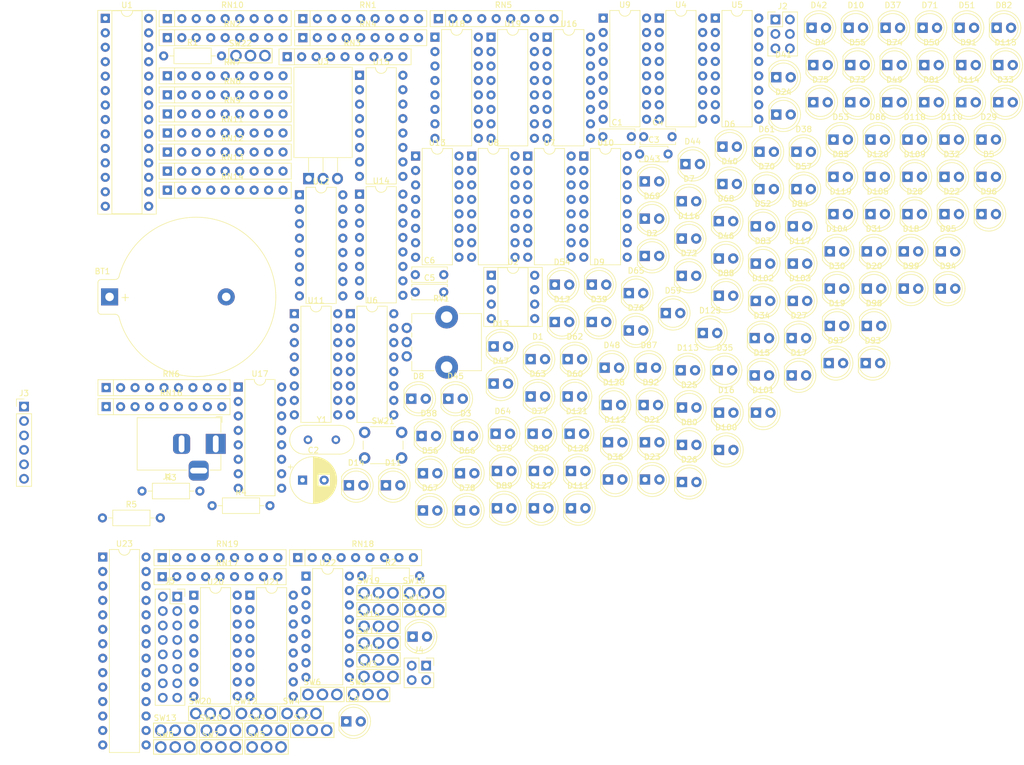
<source format=kicad_pcb>
(kicad_pcb (version 20171130) (host pcbnew "(5.0.1)-3")
  (title_block (title uVM) (date 2018-10-30) (rev A) (comment 1 http://www.apache.org/licenses/LICENSE-2.0) (comment 2 "Licensed under the Apache License, Version 2.0") (comment 3 "Copyright 2018 Sam Stevens"))
  (layers (0 F.Cu signal) (31 B.Cu signal) (34 B.Paste user) (35 F.Paste user) (36 B.SilkS user) (37 F.SilkS user) (38 B.Mask user) (39 F.Mask user) (44 Edge.Cuts user))
  (net 0 "")
  (net 1 GND)
  (net 2 /VBAT)
  (net 3 +5V)
  (net 4 "Net-(C2-Pad1)")
  (net 5 /XTAL1)
  (net 6 /XTAL2)
  (net 7 "Net-(C7-Pad2)")
  (net 8 "Net-(C7-Pad1)")
  (net 9 "Net-(D1-Pad1)")
  (net 10 "Net-(D1-Pad2)")
  (net 11 "Net-(D2-Pad1)")
  (net 12 "Net-(D2-Pad2)")
  (net 13 "Net-(D3-Pad1)")
  (net 14 "Net-(D3-Pad2)")
  (net 15 "Net-(D4-Pad1)")
  (net 16 "Net-(D4-Pad2)")
  (net 17 "Net-(D5-Pad1)")
  (net 18 "Net-(D5-Pad2)")
  (net 19 "Net-(D6-Pad1)")
  (net 20 "Net-(D6-Pad2)")
  (net 21 "Net-(D7-Pad1)")
  (net 22 "Net-(D7-Pad2)")
  (net 23 "Net-(D8-Pad1)")
  (net 24 "Net-(D8-Pad2)")
  (net 25 "Net-(D9-Pad1)")
  (net 26 "Net-(D9-Pad2)")
  (net 27 "Net-(D10-Pad1)")
  (net 28 "Net-(D10-Pad2)")
  (net 29 "Net-(D11-Pad1)")
  (net 30 "Net-(D11-Pad2)")
  (net 31 "Net-(D12-Pad1)")
  (net 32 "Net-(D12-Pad2)")
  (net 33 "Net-(D13-Pad1)")
  (net 34 "Net-(D13-Pad2)")
  (net 35 "Net-(D14-Pad1)")
  (net 36 "Net-(D14-Pad2)")
  (net 37 "Net-(D15-Pad1)")
  (net 38 "Net-(D15-Pad2)")
  (net 39 "Net-(D16-Pad1)")
  (net 40 "Net-(D16-Pad2)")
  (net 41 "Net-(D17-Pad2)")
  (net 42 "Net-(D17-Pad1)")
  (net 43 "Net-(D18-Pad2)")
  (net 44 "Net-(D18-Pad1)")
  (net 45 "Net-(D19-Pad2)")
  (net 46 "Net-(D19-Pad1)")
  (net 47 "Net-(D20-Pad2)")
  (net 48 "Net-(D20-Pad1)")
  (net 49 "Net-(D21-Pad2)")
  (net 50 "Net-(D21-Pad1)")
  (net 51 "Net-(D22-Pad2)")
  (net 52 "Net-(D22-Pad1)")
  (net 53 "Net-(D23-Pad2)")
  (net 54 "Net-(D23-Pad1)")
  (net 55 "Net-(D24-Pad2)")
  (net 56 "Net-(D24-Pad1)")
  (net 57 "Net-(D25-Pad2)")
  (net 58 "Net-(D25-Pad1)")
  (net 59 "Net-(D26-Pad2)")
  (net 60 "Net-(D26-Pad1)")
  (net 61 "Net-(D27-Pad2)")
  (net 62 "Net-(D27-Pad1)")
  (net 63 "Net-(D28-Pad2)")
  (net 64 "Net-(D28-Pad1)")
  (net 65 "Net-(D29-Pad2)")
  (net 66 "Net-(D29-Pad1)")
  (net 67 "Net-(D30-Pad2)")
  (net 68 "Net-(D30-Pad1)")
  (net 69 "Net-(D31-Pad2)")
  (net 70 "Net-(D31-Pad1)")
  (net 71 "Net-(D32-Pad2)")
  (net 72 "Net-(D32-Pad1)")
  (net 73 "Net-(D33-Pad1)")
  (net 74 "Net-(D33-Pad2)")
  (net 75 "Net-(D34-Pad1)")
  (net 76 "Net-(D34-Pad2)")
  (net 77 "Net-(D35-Pad1)")
  (net 78 "Net-(D35-Pad2)")
  (net 79 "Net-(D36-Pad1)")
  (net 80 "Net-(D36-Pad2)")
  (net 81 "Net-(D37-Pad2)")
  (net 82 "Net-(D37-Pad1)")
  (net 83 "Net-(D38-Pad1)")
  (net 84 "Net-(D38-Pad2)")
  (net 85 "Net-(D39-Pad1)")
  (net 86 "Net-(D39-Pad2)")
  (net 87 "Net-(D40-Pad1)")
  (net 88 "Net-(D40-Pad2)")
  (net 89 "Net-(D41-Pad1)")
  (net 90 "Net-(D41-Pad2)")
  (net 91 "Net-(D42-Pad2)")
  (net 92 "Net-(D42-Pad1)")
  (net 93 "Net-(D43-Pad2)")
  (net 94 "Net-(D43-Pad1)")
  (net 95 "Net-(D44-Pad2)")
  (net 96 "Net-(D44-Pad1)")
  (net 97 "Net-(D45-Pad2)")
  (net 98 "Net-(D45-Pad1)")
  (net 99 "Net-(D46-Pad2)")
  (net 100 "Net-(D46-Pad1)")
  (net 101 "Net-(D47-Pad2)")
  (net 102 "Net-(D47-Pad1)")
  (net 103 "Net-(D48-Pad2)")
  (net 104 "Net-(D48-Pad1)")
  (net 105 "Net-(D49-Pad2)")
  (net 106 "Net-(D49-Pad1)")
  (net 107 "Net-(D50-Pad2)")
  (net 108 "Net-(D50-Pad1)")
  (net 109 "Net-(D51-Pad2)")
  (net 110 "Net-(D51-Pad1)")
  (net 111 "Net-(D52-Pad1)")
  (net 112 "Net-(D52-Pad2)")
  (net 113 "Net-(D53-Pad2)")
  (net 114 "Net-(D53-Pad1)")
  (net 115 "Net-(D54-Pad2)")
  (net 116 "Net-(D54-Pad1)")
  (net 117 "Net-(D55-Pad2)")
  (net 118 "Net-(D55-Pad1)")
  (net 119 "Net-(D56-Pad2)")
  (net 120 "Net-(D56-Pad1)")
  (net 121 "Net-(D57-Pad2)")
  (net 122 "Net-(D57-Pad1)")
  (net 123 "Net-(D58-Pad1)")
  (net 124 "Net-(D58-Pad2)")
  (net 125 "Net-(D59-Pad1)")
  (net 126 "Net-(D59-Pad2)")
  (net 127 "Net-(D60-Pad1)")
  (net 128 "Net-(D60-Pad2)")
  (net 129 "Net-(D61-Pad1)")
  (net 130 "Net-(D61-Pad2)")
  (net 131 "Net-(D62-Pad1)")
  (net 132 "Net-(D62-Pad2)")
  (net 133 "Net-(D63-Pad1)")
  (net 134 "Net-(D63-Pad2)")
  (net 135 "Net-(D64-Pad1)")
  (net 136 "Net-(D64-Pad2)")
  (net 137 "Net-(D65-Pad2)")
  (net 138 "Net-(D65-Pad1)")
  (net 139 "Net-(D66-Pad2)")
  (net 140 "Net-(D66-Pad1)")
  (net 141 "Net-(D67-Pad2)")
  (net 142 "Net-(D67-Pad1)")
  (net 143 "Net-(D68-Pad2)")
  (net 144 "Net-(D68-Pad1)")
  (net 145 "Net-(D69-Pad1)")
  (net 146 "Net-(D69-Pad2)")
  (net 147 "Net-(D70-Pad2)")
  (net 148 "Net-(D70-Pad1)")
  (net 149 "Net-(D71-Pad2)")
  (net 150 "Net-(D71-Pad1)")
  (net 151 "Net-(D72-Pad1)")
  (net 152 "Net-(D72-Pad2)")
  (net 153 "Net-(D73-Pad2)")
  (net 154 "Net-(D73-Pad1)")
  (net 155 "Net-(D74-Pad2)")
  (net 156 "Net-(D74-Pad1)")
  (net 157 "Net-(D75-Pad2)")
  (net 158 "Net-(D75-Pad1)")
  (net 159 "Net-(D76-Pad2)")
  (net 160 "Net-(D76-Pad1)")
  (net 161 "Net-(D77-Pad2)")
  (net 162 "Net-(D77-Pad1)")
  (net 163 "Net-(D78-Pad2)")
  (net 164 "Net-(D78-Pad1)")
  (net 165 "Net-(D79-Pad2)")
  (net 166 "Net-(D79-Pad1)")
  (net 167 "Net-(D80-Pad2)")
  (net 168 "Net-(D80-Pad1)")
  (net 169 "Net-(D81-Pad1)")
  (net 170 "Net-(D81-Pad2)")
  (net 171 "Net-(D82-Pad1)")
  (net 172 "Net-(D82-Pad2)")
  (net 173 "Net-(D83-Pad1)")
  (net 174 "Net-(D83-Pad2)")
  (net 175 "Net-(D84-Pad1)")
  (net 176 "Net-(D84-Pad2)")
  (net 177 "Net-(D85-Pad1)")
  (net 178 "Net-(D85-Pad2)")
  (net 179 "Net-(D86-Pad1)")
  (net 180 "Net-(D86-Pad2)")
  (net 181 "Net-(D87-Pad1)")
  (net 182 "Net-(D87-Pad2)")
  (net 183 "Net-(D88-Pad2)")
  (net 184 "Net-(D88-Pad1)")
  (net 185 "Net-(D89-Pad1)")
  (net 186 "Net-(D89-Pad2)")
  (net 187 "Net-(D90-Pad1)")
  (net 188 "Net-(D90-Pad2)")
  (net 189 "Net-(D91-Pad1)")
  (net 190 "Net-(D91-Pad2)")
  (net 191 "Net-(D92-Pad1)")
  (net 192 "Net-(D92-Pad2)")
  (net 193 "Net-(D93-Pad1)")
  (net 194 "Net-(D93-Pad2)")
  (net 195 "Net-(D94-Pad1)")
  (net 196 "Net-(D94-Pad2)")
  (net 197 "Net-(D95-Pad1)")
  (net 198 "Net-(D95-Pad2)")
  (net 199 "Net-(D96-Pad1)")
  (net 200 "Net-(D96-Pad2)")
  (net 201 "Net-(D97-Pad1)")
  (net 202 "Net-(D97-Pad2)")
  (net 203 "Net-(D98-Pad1)")
  (net 204 "Net-(D98-Pad2)")
  (net 205 "Net-(D99-Pad1)")
  (net 206 "Net-(D99-Pad2)")
  (net 207 "Net-(D100-Pad2)")
  (net 208 "Net-(D100-Pad1)")
  (net 209 "Net-(D101-Pad2)")
  (net 210 "Net-(D101-Pad1)")
  (net 211 "Net-(D102-Pad1)")
  (net 212 "Net-(D102-Pad2)")
  (net 213 "Net-(D103-Pad1)")
  (net 214 "Net-(D103-Pad2)")
  (net 215 "Net-(D104-Pad1)")
  (net 216 "Net-(D104-Pad2)")
  (net 217 "Net-(D105-Pad2)")
  (net 218 "Net-(D105-Pad1)")
  (net 219 "Net-(D109-Pad2)")
  (net 220 "Net-(D109-Pad1)")
  (net 221 "Net-(D110-Pad2)")
  (net 222 "Net-(D110-Pad1)")
  (net 223 "Net-(D111-Pad2)")
  (net 224 "Net-(D111-Pad1)")
  (net 225 "Net-(D112-Pad2)")
  (net 226 "Net-(D112-Pad1)")
  (net 227 "Net-(D113-Pad2)")
  (net 228 "Net-(D113-Pad1)")
  (net 229 "Net-(D114-Pad2)")
  (net 230 "Net-(D114-Pad1)")
  (net 231 "Net-(D115-Pad2)")
  (net 232 "Net-(D115-Pad1)")
  (net 233 "Net-(D116-Pad1)")
  (net 234 "Net-(D116-Pad2)")
  (net 235 "Net-(D117-Pad1)")
  (net 236 "Net-(D117-Pad2)")
  (net 237 "Net-(D118-Pad2)")
  (net 238 "Net-(D118-Pad1)")
  (net 239 "Net-(D119-Pad2)")
  (net 240 "Net-(D119-Pad1)")
  (net 241 "Net-(D120-Pad2)")
  (net 242 "Net-(D120-Pad1)")
  (net 243 "Net-(D121-Pad1)")
  (net 244 "Net-(D121-Pad2)")
  (net 245 "Net-(D125-Pad1)")
  (net 246 "Net-(D125-Pad2)")
  (net 247 "Net-(D126-Pad2)")
  (net 248 "Net-(D126-Pad1)")
  (net 249 "Net-(D127-Pad1)")
  (net 250 "Net-(D127-Pad2)")
  (net 251 "Net-(D128-Pad1)")
  (net 252 "Net-(D128-Pad2)")
  (net 253 /MISO)
  (net 254 /SCK)
  (net 255 /RESET)
  (net 256 /MOSI)
  (net 257 /RX)
  (net 258 /TX)
  (net 259 "Net-(J5-Pad1)")
  (net 260 "Net-(J5-Pad2)")
  (net 261 "Net-(J5-Pad3)")
  (net 262 "Net-(J5-Pad4)")
  (net 263 "Net-(J5-Pad5)")
  (net 264 "Net-(J5-Pad6)")
  (net 265 "Net-(J5-Pad7)")
  (net 266 "Net-(J5-Pad8)")
  (net 267 "Net-(J5-Pad9)")
  (net 268 "Net-(J5-Pad10)")
  (net 269 "Net-(J5-Pad11)")
  (net 270 "Net-(J5-Pad12)")
  (net 271 "Net-(J5-Pad13)")
  (net 272 "Net-(J5-Pad14)")
  (net 273 "Net-(J5-Pad15)")
  (net 274 "Net-(J5-Pad16)")
  (net 275 /IO_INT)
  (net 276 /SW_REG)
  (net 277 "Net-(RN17-Pad9)")
  (net 278 "Net-(RN17-Pad8)")
  (net 279 "Net-(RN17-Pad7)")
  (net 280 "Net-(RN17-Pad6)")
  (net 281 "Net-(RN17-Pad5)")
  (net 282 "Net-(RN17-Pad4)")
  (net 283 "Net-(RN17-Pad3)")
  (net 284 "Net-(RN17-Pad2)")
  (net 285 "Net-(RN18-Pad2)")
  (net 286 "Net-(RN18-Pad3)")
  (net 287 "Net-(RN18-Pad4)")
  (net 288 "Net-(RN18-Pad5)")
  (net 289 "Net-(RN18-Pad6)")
  (net 290 "Net-(RN18-Pad7)")
  (net 291 "Net-(RN18-Pad8)")
  (net 292 "Net-(RN18-Pad9)")
  (net 293 "Net-(RN19-Pad9)")
  (net 294 "Net-(RN19-Pad8)")
  (net 295 "Net-(RN19-Pad7)")
  (net 296 "Net-(RN19-Pad6)")
  (net 297 "Net-(RN19-Pad5)")
  (net 298 "Net-(RN19-Pad4)")
  (net 299 "Net-(RN19-Pad3)")
  (net 300 "Net-(RN19-Pad2)")
  (net 301 /SPEED)
  (net 302 "Net-(SW1-Pad1)")
  (net 303 "Net-(SW3-Pad1)")
  (net 304 "Net-(SW5-Pad1)")
  (net 305 "Net-(SW7-Pad1)")
  (net 306 "Net-(SW9-Pad1)")
  (net 307 "Net-(SW10-Pad1)")
  (net 308 "Net-(SW11-Pad1)")
  (net 309 "Net-(SW12-Pad1)")
  (net 310 "Net-(SW13-Pad1)")
  (net 311 "Net-(SW14-Pad1)")
  (net 312 "Net-(SW15-Pad1)")
  (net 313 "Net-(SW16-Pad1)")
  (net 314 "Net-(SW17-Pad1)")
  (net 315 "Net-(SW18-Pad1)")
  (net 316 "Net-(SW19-Pad1)")
  (net 317 "Net-(SW20-Pad1)")
  (net 318 "Net-(SW22-Pad3)")
  (net 319 /MEMSEL)
  (net 320 /INP_SER)
  (net 321 /INP_CLK)
  (net 322 /INP_ADDRINH)
  (net 323 "Net-(U1-Pad21)")
  (net 324 /D_REG_IN)
  (net 325 /INP_SWINH)
  (net 326 /DISP_CLK)
  (net 327 /INP_LD)
  (net 328 /DISK_RCLK)
  (net 329 /SDA)
  (net 330 /DISP_EN)
  (net 331 /SCL)
  (net 332 "Net-(U2-Pad3)")
  (net 333 /DISP_RCLK)
  (net 334 "Net-(U4-Pad9)")
  (net 335 "Net-(U5-Pad9)")
  (net 336 "Net-(U6-Pad9)")
  (net 337 "Net-(U7-Pad9)")
  (net 338 "Net-(U8-Pad9)")
  (net 339 "Net-(U10-Pad14)")
  (net 340 "Net-(U10-Pad9)")
  (net 341 /D_PC_IN)
  (net 342 "Net-(U12-Pad9)")
  (net 343 /D_INSTR_IN)
  (net 344 "Net-(U14-Pad9)")
  (net 345 /D_DATA_IN)
  (net 346 /D_STATUS_IN)
  (net 347 /D_ADDR_IN)
  (net 348 "Net-(U17-Pad2)")
  (net 349 "Net-(U17-Pad3)")
  (net 350 "Net-(U17-Pad4)")
  (net 351 "Net-(U17-Pad5)")
  (net 352 "Net-(U17-Pad6)")
  (net 353 "Net-(U17-Pad7)")
  (net 354 "Net-(U18-Pad9)")
  (net 355 "Net-(U19-Pad9)")
  (net 356 "Net-(U20-Pad7)")
  (net 357 "/Input Output/ADDR_H_IN")
  (net 358 "Net-(U21-Pad7)")
  (net 359 "Net-(U22-Pad7)")
  (net 360 "Net-(U22-Pad10)")
  (net 361 "Net-(U23-Pad11)")
  (net 362 "Net-(U23-Pad14)")
  (module Connector_PinHeader_2.54mm:PinHeader_1x06_P2.54mm_Vertical (layer F.Cu) (at 97.79 124.46)
    (fp_text reference J3 (at 0 -2.33) (layer F.SilkS))
    (fp_text value "FDTI Serial")
    (pad 6 thru_hole oval (at 0 12.7) (size 1.7 1.7) (drill 1) (layers *.Cu *.Mask) (net 1 GND))
    (pad 5 thru_hole oval (at 0 10.16) (size 1.7 1.7) (drill 1) (layers *.Cu *.Mask) (net 1 GND))
    (pad 4 thru_hole oval (at 0 7.62) (size 1.7 1.7) (drill 1) (layers *.Cu *.Mask) (net 3 +5V))
    (pad 3 thru_hole oval (at 0 5.08) (size 1.7 1.7) (drill 1) (layers *.Cu *.Mask) (net 257 /RX))
    (pad 2 thru_hole oval (at 0 2.54) (size 1.7 1.7) (drill 1) (layers *.Cu *.Mask) (net 258 /TX))
    (pad 1 thru_hole rect (at 0 0) (size 1.7 1.7) (drill 1) (layers *.Cu *.Mask) (net 255 /RESET))
  )
  (module Battery:BatteryHolder_Keystone_105_1x2430 (layer F.Cu) (at 112.815001 105.187162)
    (fp_text reference BT1 (at -1.25 -4.5) (layer F.SilkS))
    (fp_text value "3V CR2032")
    (fp_text user + (at 2.75 0) (layer F.SilkS) (effects (font (size 1.5 1.5))))
    (pad 2 thru_hole circle (at 20.49 0) (size 3 3) (drill 1.5) (layers *.Cu *.Mask) (net 1 GND))
    (pad 1 thru_hole rect (at 0 0) (size 3 3) (drill 1.5) (layers *.Cu *.Mask) (net 2 /VBAT))
  )
  (module Capacitor_THT:C_Disc_D6.0mm_W2.5mm_P5.00mm (layer F.Cu) (at 199.465001 77.035001)
    (fp_text reference C1 (at 2.5 -2.5) (layer F.SilkS))
    (fp_text value 100nF)
    (pad 1 thru_hole circle (at 0 0) (size 1.6 1.6) (drill 0.8) (layers *.Cu *.Mask) (net 1 GND))
    (pad 2 thru_hole circle (at 5 0) (size 1.6 1.6) (drill 0.8) (layers *.Cu *.Mask) (net 3 +5V))
  )
  (module Capacitor_THT:CP_Radial_D8.0mm_P3.80mm (layer F.Cu) (at 146.709699 137.395001)
    (fp_text reference C2 (at 1.9 -5.25) (layer F.SilkS))
    (fp_text value 1000uF)
    (pad 1 thru_hole rect (at 0 0) (size 1.6 1.6) (drill 0.8) (layers *.Cu *.Mask) (net 4 "Net-(C2-Pad1)"))
    (pad 2 thru_hole circle (at 3.8 0) (size 1.6 1.6) (drill 0.8) (layers *.Cu *.Mask) (net 1 GND))
  )
  (module Capacitor_THT:C_Disc_D4.7mm_W2.5mm_P5.00mm (layer F.Cu) (at 205.915001 80.085001)
    (fp_text reference C3 (at 2.5 -2.5) (layer F.SilkS))
    (fp_text value 220nF)
    (pad 1 thru_hole circle (at 0 0) (size 1.6 1.6) (drill 0.8) (layers *.Cu *.Mask) (net 4 "Net-(C2-Pad1)"))
    (pad 2 thru_hole circle (at 5 0) (size 1.6 1.6) (drill 0.8) (layers *.Cu *.Mask) (net 1 GND))
  )
  (module Capacitor_THT:C_Disc_D6.0mm_W2.5mm_P5.00mm (layer F.Cu) (at 206.615001 77.035001)
    (fp_text reference C4 (at 2.5 -2.5) (layer F.SilkS))
    (fp_text value 100nF)
    (pad 2 thru_hole circle (at 5 0) (size 1.6 1.6) (drill 0.8) (layers *.Cu *.Mask) (net 1 GND))
    (pad 1 thru_hole circle (at 0 0) (size 1.6 1.6) (drill 0.8) (layers *.Cu *.Mask) (net 3 +5V))
  )
  (module Capacitor_THT:C_Disc_D6.0mm_W2.5mm_P5.00mm (layer F.Cu) (at 166.515001 104.335001)
    (fp_text reference C5 (at 2.5 -2.5) (layer F.SilkS))
    (fp_text value 6pF)
    (pad 1 thru_hole circle (at 0 0) (size 1.6 1.6) (drill 0.8) (layers *.Cu *.Mask) (net 5 /XTAL1))
    (pad 2 thru_hole circle (at 5 0) (size 1.6 1.6) (drill 0.8) (layers *.Cu *.Mask) (net 1 GND))
  )
  (module Capacitor_THT:C_Disc_D6.0mm_W2.5mm_P5.00mm (layer F.Cu) (at 166.515001 101.285001)
    (fp_text reference C6 (at 2.5 -2.5) (layer F.SilkS))
    (fp_text value 6pF)
    (pad 2 thru_hole circle (at 5 0) (size 1.6 1.6) (drill 0.8) (layers *.Cu *.Mask) (net 1 GND))
    (pad 1 thru_hole circle (at 0 0) (size 1.6 1.6) (drill 0.8) (layers *.Cu *.Mask) (net 6 /XTAL2))
  )
  (module LED_THT:LED_D5.0mm (layer F.Cu) (at 166.035001 164.895001)
    (fp_text reference C7 (at 1.27 -3.96) (layer F.SilkS))
    (fp_text value 100nF)
    (pad 2 thru_hole circle (at 2.54 0) (size 1.8 1.8) (drill 0.9) (layers *.Cu *.Mask) (net 7 "Net-(C7-Pad2)"))
    (pad 1 thru_hole rect (at 0 0) (size 1.8 1.8) (drill 0.9) (layers *.Cu *.Mask) (net 8 "Net-(C7-Pad1)"))
  )
  (module LED_THT:LED_D5.0mm (layer F.Cu) (at 154.395001 179.805001)
    (fp_text reference C8 (at 1.27 -3.96) (layer F.SilkS))
    (fp_text value 10uF)
    (pad 1 thru_hole rect (at 0 0) (size 1.8 1.8) (drill 0.9) (layers *.Cu *.Mask) (net 8 "Net-(C7-Pad1)"))
    (pad 2 thru_hole circle (at 2.54 0) (size 1.8 1.8) (drill 0.9) (layers *.Cu *.Mask) (net 7 "Net-(C7-Pad2)"))
  )
  (module LED_THT:LED_D5.0mm (layer F.Cu) (at 186.765001 116.135001)
    (fp_text reference D1 (at 1.27 -3.96) (layer F.SilkS))
    (fp_text value LED)
    (pad 1 thru_hole rect (at 0 0) (size 1.8 1.8) (drill 0.9) (layers *.Cu *.Mask) (net 9 "Net-(D1-Pad1)"))
    (pad 2 thru_hole circle (at 2.54 0) (size 1.8 1.8) (drill 0.9) (layers *.Cu *.Mask) (net 10 "Net-(D1-Pad2)"))
  )
  (module LED_THT:LED_D5.0mm (layer F.Cu) (at 206.815001 97.985001)
    (fp_text reference D2 (at 1.27 -3.96) (layer F.SilkS))
    (fp_text value LED)
    (pad 1 thru_hole rect (at 0 0) (size 1.8 1.8) (drill 0.9) (layers *.Cu *.Mask) (net 11 "Net-(D2-Pad1)"))
    (pad 2 thru_hole circle (at 2.54 0) (size 1.8 1.8) (drill 0.9) (layers *.Cu *.Mask) (net 12 "Net-(D2-Pad2)"))
  )
  (module LED_THT:LED_D5.0mm (layer F.Cu) (at 174.115001 129.635001)
    (fp_text reference D3 (at 1.27 -3.96) (layer F.SilkS))
    (fp_text value LED)
    (pad 1 thru_hole rect (at 0 0) (size 1.8 1.8) (drill 0.9) (layers *.Cu *.Mask) (net 13 "Net-(D3-Pad1)"))
    (pad 2 thru_hole circle (at 2.54 0) (size 1.8 1.8) (drill 0.9) (layers *.Cu *.Mask) (net 14 "Net-(D3-Pad2)"))
  )
  (module LED_THT:LED_D5.0mm (layer F.Cu) (at 236.415001 64.435001)
    (fp_text reference D4 (at 1.27 -3.96) (layer F.SilkS))
    (fp_text value LED)
    (pad 1 thru_hole rect (at 0 0) (size 1.8 1.8) (drill 0.9) (layers *.Cu *.Mask) (net 15 "Net-(D4-Pad1)"))
    (pad 2 thru_hole circle (at 2.54 0) (size 1.8 1.8) (drill 0.9) (layers *.Cu *.Mask) (net 16 "Net-(D4-Pad2)"))
  )
  (module LED_THT:LED_D5.0mm (layer F.Cu) (at 265.965001 84.085001)
    (fp_text reference D5 (at 1.27 -3.96) (layer F.SilkS))
    (fp_text value LED)
    (pad 1 thru_hole rect (at 0 0) (size 1.8 1.8) (drill 0.9) (layers *.Cu *.Mask) (net 17 "Net-(D5-Pad1)"))
    (pad 2 thru_hole circle (at 2.54 0) (size 1.8 1.8) (drill 0.9) (layers *.Cu *.Mask) (net 18 "Net-(D5-Pad2)"))
  )
  (module LED_THT:LED_D5.0mm (layer F.Cu) (at 220.465001 78.785001)
    (fp_text reference D6 (at 1.27 -3.96) (layer F.SilkS))
    (fp_text value LED)
    (pad 1 thru_hole rect (at 0 0) (size 1.8 1.8) (drill 0.9) (layers *.Cu *.Mask) (net 19 "Net-(D6-Pad1)"))
    (pad 2 thru_hole circle (at 2.54 0) (size 1.8 1.8) (drill 0.9) (layers *.Cu *.Mask) (net 20 "Net-(D6-Pad2)"))
  )
  (module LED_THT:LED_D5.0mm (layer F.Cu) (at 213.315001 88.385001)
    (fp_text reference D7 (at 1.27 -3.96) (layer F.SilkS))
    (fp_text value LED)
    (pad 1 thru_hole rect (at 0 0) (size 1.8 1.8) (drill 0.9) (layers *.Cu *.Mask) (net 21 "Net-(D7-Pad1)"))
    (pad 2 thru_hole circle (at 2.54 0) (size 1.8 1.8) (drill 0.9) (layers *.Cu *.Mask) (net 22 "Net-(D7-Pad2)"))
  )
  (module LED_THT:LED_D5.0mm (layer F.Cu) (at 165.815001 123.085001)
    (fp_text reference D8 (at 1.27 -3.96) (layer F.SilkS))
    (fp_text value LED)
    (pad 1 thru_hole rect (at 0 0) (size 1.8 1.8) (drill 0.9) (layers *.Cu *.Mask) (net 23 "Net-(D8-Pad1)"))
    (pad 2 thru_hole circle (at 2.54 0) (size 1.8 1.8) (drill 0.9) (layers *.Cu *.Mask) (net 24 "Net-(D8-Pad2)"))
  )
  (module LED_THT:LED_D5.0mm (layer F.Cu) (at 197.515001 103.035001)
    (fp_text reference D9 (at 1.27 -3.96) (layer F.SilkS))
    (fp_text value LED)
    (pad 1 thru_hole rect (at 0 0) (size 1.8 1.8) (drill 0.9) (layers *.Cu *.Mask) (net 25 "Net-(D9-Pad1)"))
    (pad 2 thru_hole circle (at 2.54 0) (size 1.8 1.8) (drill 0.9) (layers *.Cu *.Mask) (net 26 "Net-(D9-Pad2)"))
  )
  (module LED_THT:LED_D5.0mm (layer F.Cu) (at 242.615001 57.885001)
    (fp_text reference D10 (at 1.27 -3.96) (layer F.SilkS))
    (fp_text value LED)
    (pad 1 thru_hole rect (at 0 0) (size 1.8 1.8) (drill 0.9) (layers *.Cu *.Mask) (net 27 "Net-(D10-Pad1)"))
    (pad 2 thru_hole circle (at 2.54 0) (size 1.8 1.8) (drill 0.9) (layers *.Cu *.Mask) (net 28 "Net-(D10-Pad2)"))
  )
  (module LED_THT:LED_D5.0mm (layer F.Cu) (at 161.355001 138.295001)
    (fp_text reference D11 (at 1.27 -3.96) (layer F.SilkS))
    (fp_text value LED)
    (pad 1 thru_hole rect (at 0 0) (size 1.8 1.8) (drill 0.9) (layers *.Cu *.Mask) (net 29 "Net-(D11-Pad1)"))
    (pad 2 thru_hole circle (at 2.54 0) (size 1.8 1.8) (drill 0.9) (layers *.Cu *.Mask) (net 30 "Net-(D11-Pad2)"))
  )
  (module LED_THT:LED_D5.0mm (layer F.Cu) (at 191.015001 109.585001)
    (fp_text reference D12 (at 1.27 -3.96) (layer F.SilkS))
    (fp_text value LED)
    (pad 1 thru_hole rect (at 0 0) (size 1.8 1.8) (drill 0.9) (layers *.Cu *.Mask) (net 31 "Net-(D12-Pad1)"))
    (pad 2 thru_hole circle (at 2.54 0) (size 1.8 1.8) (drill 0.9) (layers *.Cu *.Mask) (net 32 "Net-(D12-Pad2)"))
  )
  (module LED_THT:LED_D5.0mm (layer F.Cu) (at 180.265001 113.885001)
    (fp_text reference D13 (at 1.27 -3.96) (layer F.SilkS))
    (fp_text value LED)
    (pad 1 thru_hole rect (at 0 0) (size 1.8 1.8) (drill 0.9) (layers *.Cu *.Mask) (net 33 "Net-(D13-Pad1)"))
    (pad 2 thru_hole circle (at 2.54 0) (size 1.8 1.8) (drill 0.9) (layers *.Cu *.Mask) (net 34 "Net-(D13-Pad2)"))
  )
  (module LED_THT:LED_D5.0mm (layer F.Cu) (at 154.855001 138.295001)
    (fp_text reference D14 (at 1.27 -3.96) (layer F.SilkS))
    (fp_text value LED)
    (pad 1 thru_hole rect (at 0 0) (size 1.8 1.8) (drill 0.9) (layers *.Cu *.Mask) (net 35 "Net-(D14-Pad1)"))
    (pad 2 thru_hole circle (at 2.54 0) (size 1.8 1.8) (drill 0.9) (layers *.Cu *.Mask) (net 36 "Net-(D14-Pad2)"))
  )
  (module LED_THT:LED_D5.0mm (layer F.Cu) (at 226.115001 118.985001)
    (fp_text reference D15 (at 1.27 -3.96) (layer F.SilkS))
    (fp_text value LED)
    (pad 1 thru_hole rect (at 0 0) (size 1.8 1.8) (drill 0.9) (layers *.Cu *.Mask) (net 37 "Net-(D15-Pad1)"))
    (pad 2 thru_hole circle (at 2.54 0) (size 1.8 1.8) (drill 0.9) (layers *.Cu *.Mask) (net 38 "Net-(D15-Pad2)"))
  )
  (module LED_THT:LED_D5.0mm (layer F.Cu) (at 219.855001 125.535001)
    (fp_text reference D16 (at 1.27 -3.96) (layer F.SilkS))
    (fp_text value LED)
    (pad 1 thru_hole rect (at 0 0) (size 1.8 1.8) (drill 0.9) (layers *.Cu *.Mask) (net 39 "Net-(D16-Pad1)"))
    (pad 2 thru_hole circle (at 2.54 0) (size 1.8 1.8) (drill 0.9) (layers *.Cu *.Mask) (net 40 "Net-(D16-Pad2)"))
  )
  (module LED_THT:LED_D5.0mm (layer F.Cu) (at 232.615001 118.985001)
    (fp_text reference D17 (at 1.27 -3.96) (layer F.SilkS))
    (fp_text value LED)
    (pad 2 thru_hole circle (at 2.54 0) (size 1.8 1.8) (drill 0.9) (layers *.Cu *.Mask) (net 41 "Net-(D17-Pad2)"))
    (pad 1 thru_hole rect (at 0 0) (size 1.8 1.8) (drill 0.9) (layers *.Cu *.Mask) (net 42 "Net-(D17-Pad1)"))
  )
  (module LED_THT:LED_D5.0mm (layer F.Cu) (at 252.315001 97.185001)
    (fp_text reference D18 (at 1.27 -3.96) (layer F.SilkS))
    (fp_text value LED)
    (pad 2 thru_hole circle (at 2.54 0) (size 1.8 1.8) (drill 0.9) (layers *.Cu *.Mask) (net 43 "Net-(D18-Pad2)"))
    (pad 1 thru_hole rect (at 0 0) (size 1.8 1.8) (drill 0.9) (layers *.Cu *.Mask) (net 44 "Net-(D18-Pad1)"))
  )
  (module LED_THT:LED_D5.0mm (layer F.Cu) (at 239.315001 110.285001)
    (fp_text reference D19 (at 1.27 -3.96) (layer F.SilkS))
    (fp_text value LED)
    (pad 2 thru_hole circle (at 2.54 0) (size 1.8 1.8) (drill 0.9) (layers *.Cu *.Mask) (net 45 "Net-(D19-Pad2)"))
    (pad 1 thru_hole rect (at 0 0) (size 1.8 1.8) (drill 0.9) (layers *.Cu *.Mask) (net 46 "Net-(D19-Pad1)"))
  )
  (module LED_THT:LED_D5.0mm (layer F.Cu) (at 245.815001 103.735001)
    (fp_text reference D20 (at 1.27 -3.96) (layer F.SilkS))
    (fp_text value LED)
    (pad 2 thru_hole circle (at 2.54 0) (size 1.8 1.8) (drill 0.9) (layers *.Cu *.Mask) (net 47 "Net-(D20-Pad2)"))
    (pad 1 thru_hole rect (at 0 0) (size 1.8 1.8) (drill 0.9) (layers *.Cu *.Mask) (net 48 "Net-(D20-Pad1)"))
  )
  (module LED_THT:LED_D5.0mm (layer F.Cu) (at 206.855001 130.735001)
    (fp_text reference D21 (at 1.27 -3.96) (layer F.SilkS))
    (fp_text value LED)
    (pad 2 thru_hole circle (at 2.54 0) (size 1.8 1.8) (drill 0.9) (layers *.Cu *.Mask) (net 49 "Net-(D21-Pad2)"))
    (pad 1 thru_hole rect (at 0 0) (size 1.8 1.8) (drill 0.9) (layers *.Cu *.Mask) (net 50 "Net-(D21-Pad1)"))
  )
  (module LED_THT:LED_D5.0mm (layer F.Cu) (at 259.465001 90.635001)
    (fp_text reference D22 (at 1.27 -3.96) (layer F.SilkS))
    (fp_text value LED)
    (pad 2 thru_hole circle (at 2.54 0) (size 1.8 1.8) (drill 0.9) (layers *.Cu *.Mask) (net 51 "Net-(D22-Pad2)"))
    (pad 1 thru_hole rect (at 0 0) (size 1.8 1.8) (drill 0.9) (layers *.Cu *.Mask) (net 52 "Net-(D22-Pad1)"))
  )
  (module LED_THT:LED_D5.0mm (layer F.Cu) (at 206.855001 137.285001)
    (fp_text reference D23 (at 1.27 -3.96) (layer F.SilkS))
    (fp_text value LED)
    (pad 2 thru_hole circle (at 2.54 0) (size 1.8 1.8) (drill 0.9) (layers *.Cu *.Mask) (net 53 "Net-(D23-Pad2)"))
    (pad 1 thru_hole rect (at 0 0) (size 1.8 1.8) (drill 0.9) (layers *.Cu *.Mask) (net 54 "Net-(D23-Pad1)"))
  )
  (module LED_THT:LED_D5.0mm (layer F.Cu) (at 229.915001 73.135001)
    (fp_text reference D24 (at 1.27 -3.96) (layer F.SilkS))
    (fp_text value LED)
    (pad 2 thru_hole circle (at 2.54 0) (size 1.8 1.8) (drill 0.9) (layers *.Cu *.Mask) (net 55 "Net-(D24-Pad2)"))
    (pad 1 thru_hole rect (at 0 0) (size 1.8 1.8) (drill 0.9) (layers *.Cu *.Mask) (net 56 "Net-(D24-Pad1)"))
  )
  (module LED_THT:LED_D5.0mm (layer F.Cu) (at 213.355001 124.635001)
    (fp_text reference D25 (at 1.27 -3.96) (layer F.SilkS))
    (fp_text value LED)
    (pad 2 thru_hole circle (at 2.54 0) (size 1.8 1.8) (drill 0.9) (layers *.Cu *.Mask) (net 57 "Net-(D25-Pad2)"))
    (pad 1 thru_hole rect (at 0 0) (size 1.8 1.8) (drill 0.9) (layers *.Cu *.Mask) (net 58 "Net-(D25-Pad1)"))
  )
  (module LED_THT:LED_D5.0mm (layer F.Cu) (at 213.355001 137.735001)
    (fp_text reference D26 (at 1.27 -3.96) (layer F.SilkS))
    (fp_text value LED)
    (pad 2 thru_hole circle (at 2.54 0) (size 1.8 1.8) (drill 0.9) (layers *.Cu *.Mask) (net 59 "Net-(D26-Pad2)"))
    (pad 1 thru_hole rect (at 0 0) (size 1.8 1.8) (drill 0.9) (layers *.Cu *.Mask) (net 60 "Net-(D26-Pad1)"))
  )
  (module LED_THT:LED_D5.0mm (layer F.Cu) (at 232.615001 112.435001)
    (fp_text reference D27 (at 1.27 -3.96) (layer F.SilkS))
    (fp_text value LED)
    (pad 2 thru_hole circle (at 2.54 0) (size 1.8 1.8) (drill 0.9) (layers *.Cu *.Mask) (net 61 "Net-(D27-Pad2)"))
    (pad 1 thru_hole rect (at 0 0) (size 1.8 1.8) (drill 0.9) (layers *.Cu *.Mask) (net 62 "Net-(D27-Pad1)"))
  )
  (module LED_THT:LED_D5.0mm (layer F.Cu) (at 252.965001 90.635001)
    (fp_text reference D28 (at 1.27 -3.96) (layer F.SilkS))
    (fp_text value LED)
    (pad 2 thru_hole circle (at 2.54 0) (size 1.8 1.8) (drill 0.9) (layers *.Cu *.Mask) (net 63 "Net-(D28-Pad2)"))
    (pad 1 thru_hole rect (at 0 0) (size 1.8 1.8) (drill 0.9) (layers *.Cu *.Mask) (net 64 "Net-(D28-Pad1)"))
  )
  (module LED_THT:LED_D5.0mm (layer F.Cu) (at 265.965001 77.535001)
    (fp_text reference D29 (at 1.27 -3.96) (layer F.SilkS))
    (fp_text value LED)
    (pad 2 thru_hole circle (at 2.54 0) (size 1.8 1.8) (drill 0.9) (layers *.Cu *.Mask) (net 65 "Net-(D29-Pad2)"))
    (pad 1 thru_hole rect (at 0 0) (size 1.8 1.8) (drill 0.9) (layers *.Cu *.Mask) (net 66 "Net-(D29-Pad1)"))
  )
  (module LED_THT:LED_D5.0mm (layer F.Cu) (at 239.315001 103.735001)
    (fp_text reference D30 (at 1.27 -3.96) (layer F.SilkS))
    (fp_text value LED)
    (pad 2 thru_hole circle (at 2.54 0) (size 1.8 1.8) (drill 0.9) (layers *.Cu *.Mask) (net 67 "Net-(D30-Pad2)"))
    (pad 1 thru_hole rect (at 0 0) (size 1.8 1.8) (drill 0.9) (layers *.Cu *.Mask) (net 68 "Net-(D30-Pad1)"))
  )
  (module LED_THT:LED_D5.0mm (layer F.Cu) (at 245.815001 97.185001)
    (fp_text reference D31 (at 1.27 -3.96) (layer F.SilkS))
    (fp_text value LED)
    (pad 2 thru_hole circle (at 2.54 0) (size 1.8 1.8) (drill 0.9) (layers *.Cu *.Mask) (net 69 "Net-(D31-Pad2)"))
    (pad 1 thru_hole rect (at 0 0) (size 1.8 1.8) (drill 0.9) (layers *.Cu *.Mask) (net 70 "Net-(D31-Pad1)"))
  )
  (module LED_THT:LED_D5.0mm (layer F.Cu) (at 259.465001 84.085001)
    (fp_text reference D32 (at 1.27 -3.96) (layer F.SilkS))
    (fp_text value LED)
    (pad 2 thru_hole circle (at 2.54 0) (size 1.8 1.8) (drill 0.9) (layers *.Cu *.Mask) (net 71 "Net-(D32-Pad2)"))
    (pad 1 thru_hole rect (at 0 0) (size 1.8 1.8) (drill 0.9) (layers *.Cu *.Mask) (net 72 "Net-(D32-Pad1)"))
  )
  (module LED_THT:LED_D5.0mm (layer F.Cu) (at 268.915001 70.985001)
    (fp_text reference D33 (at 1.27 -3.96) (layer F.SilkS))
    (fp_text value LED)
    (pad 1 thru_hole rect (at 0 0) (size 1.8 1.8) (drill 0.9) (layers *.Cu *.Mask) (net 73 "Net-(D33-Pad1)"))
    (pad 2 thru_hole circle (at 2.54 0) (size 1.8 1.8) (drill 0.9) (layers *.Cu *.Mask) (net 74 "Net-(D33-Pad2)"))
  )
  (module LED_THT:LED_D5.0mm (layer F.Cu) (at 226.115001 112.435001)
    (fp_text reference D34 (at 1.27 -3.96) (layer F.SilkS))
    (fp_text value LED)
    (pad 1 thru_hole rect (at 0 0) (size 1.8 1.8) (drill 0.9) (layers *.Cu *.Mask) (net 75 "Net-(D34-Pad1)"))
    (pad 2 thru_hole circle (at 2.54 0) (size 1.8 1.8) (drill 0.9) (layers *.Cu *.Mask) (net 76 "Net-(D34-Pad2)"))
  )
  (module LED_THT:LED_D5.0mm (layer F.Cu) (at 219.615001 118.085001)
    (fp_text reference D35 (at 1.27 -3.96) (layer F.SilkS))
    (fp_text value LED)
    (pad 1 thru_hole rect (at 0 0) (size 1.8 1.8) (drill 0.9) (layers *.Cu *.Mask) (net 77 "Net-(D35-Pad1)"))
    (pad 2 thru_hole circle (at 2.54 0) (size 1.8 1.8) (drill 0.9) (layers *.Cu *.Mask) (net 78 "Net-(D35-Pad2)"))
  )
  (module LED_THT:LED_D5.0mm (layer F.Cu) (at 200.355001 137.285001)
    (fp_text reference D36 (at 1.27 -3.96) (layer F.SilkS))
    (fp_text value LED)
    (pad 1 thru_hole rect (at 0 0) (size 1.8 1.8) (drill 0.9) (layers *.Cu *.Mask) (net 79 "Net-(D36-Pad1)"))
    (pad 2 thru_hole circle (at 2.54 0) (size 1.8 1.8) (drill 0.9) (layers *.Cu *.Mask) (net 80 "Net-(D36-Pad2)"))
  )
  (module LED_THT:LED_D5.0mm (layer F.Cu) (at 249.115001 57.885001)
    (fp_text reference D37 (at 1.27 -3.96) (layer F.SilkS))
    (fp_text value LED)
    (pad 2 thru_hole circle (at 2.54 0) (size 1.8 1.8) (drill 0.9) (layers *.Cu *.Mask) (net 81 "Net-(D37-Pad2)"))
    (pad 1 thru_hole rect (at 0 0) (size 1.8 1.8) (drill 0.9) (layers *.Cu *.Mask) (net 82 "Net-(D37-Pad1)"))
  )
  (module LED_THT:LED_D5.0mm (layer F.Cu) (at 233.465001 79.685001)
    (fp_text reference D38 (at 1.27 -3.96) (layer F.SilkS))
    (fp_text value LED)
    (pad 1 thru_hole rect (at 0 0) (size 1.8 1.8) (drill 0.9) (layers *.Cu *.Mask) (net 83 "Net-(D38-Pad1)"))
    (pad 2 thru_hole circle (at 2.54 0) (size 1.8 1.8) (drill 0.9) (layers *.Cu *.Mask) (net 84 "Net-(D38-Pad2)"))
  )
  (module LED_THT:LED_D5.0mm (layer F.Cu) (at 197.515001 109.585001)
    (fp_text reference D39 (at 1.27 -3.96) (layer F.SilkS))
    (fp_text value LED)
    (pad 1 thru_hole rect (at 0 0) (size 1.8 1.8) (drill 0.9) (layers *.Cu *.Mask) (net 85 "Net-(D39-Pad1)"))
    (pad 2 thru_hole circle (at 2.54 0) (size 1.8 1.8) (drill 0.9) (layers *.Cu *.Mask) (net 86 "Net-(D39-Pad2)"))
  )
  (module LED_THT:LED_D5.0mm (layer F.Cu) (at 220.465001 85.335001)
    (fp_text reference D40 (at 1.27 -3.96) (layer F.SilkS))
    (fp_text value LED)
    (pad 1 thru_hole rect (at 0 0) (size 1.8 1.8) (drill 0.9) (layers *.Cu *.Mask) (net 87 "Net-(D40-Pad1)"))
    (pad 2 thru_hole circle (at 2.54 0) (size 1.8 1.8) (drill 0.9) (layers *.Cu *.Mask) (net 88 "Net-(D40-Pad2)"))
  )
  (module LED_THT:LED_D5.0mm (layer F.Cu) (at 229.915001 66.585001)
    (fp_text reference D41 (at 1.27 -3.96) (layer F.SilkS))
    (fp_text value LED)
    (pad 1 thru_hole rect (at 0 0) (size 1.8 1.8) (drill 0.9) (layers *.Cu *.Mask) (net 89 "Net-(D41-Pad1)"))
    (pad 2 thru_hole circle (at 2.54 0) (size 1.8 1.8) (drill 0.9) (layers *.Cu *.Mask) (net 90 "Net-(D41-Pad2)"))
  )
  (module LED_THT:LED_D5.0mm (layer F.Cu) (at 236.115001 57.885001)
    (fp_text reference D42 (at 1.27 -3.96) (layer F.SilkS))
    (fp_text value LED)
    (pad 2 thru_hole circle (at 2.54 0) (size 1.8 1.8) (drill 0.9) (layers *.Cu *.Mask) (net 91 "Net-(D42-Pad2)"))
    (pad 1 thru_hole rect (at 0 0) (size 1.8 1.8) (drill 0.9) (layers *.Cu *.Mask) (net 92 "Net-(D42-Pad1)"))
  )
  (module LED_THT:LED_D5.0mm (layer F.Cu) (at 206.815001 84.885001)
    (fp_text reference D43 (at 1.27 -3.96) (layer F.SilkS))
    (fp_text value LED)
    (pad 2 thru_hole circle (at 2.54 0) (size 1.8 1.8) (drill 0.9) (layers *.Cu *.Mask) (net 93 "Net-(D43-Pad2)"))
    (pad 1 thru_hole rect (at 0 0) (size 1.8 1.8) (drill 0.9) (layers *.Cu *.Mask) (net 94 "Net-(D43-Pad1)"))
  )
  (module LED_THT:LED_D5.0mm (layer F.Cu) (at 213.965001 81.835001)
    (fp_text reference D44 (at 1.27 -3.96) (layer F.SilkS))
    (fp_text value LED)
    (pad 2 thru_hole circle (at 2.54 0) (size 1.8 1.8) (drill 0.9) (layers *.Cu *.Mask) (net 95 "Net-(D44-Pad2)"))
    (pad 1 thru_hole rect (at 0 0) (size 1.8 1.8) (drill 0.9) (layers *.Cu *.Mask) (net 96 "Net-(D44-Pad1)"))
  )
  (module LED_THT:LED_D5.0mm (layer F.Cu) (at 172.315001 123.085001)
    (fp_text reference D45 (at 1.27 -3.96) (layer F.SilkS))
    (fp_text value LED)
    (pad 2 thru_hole circle (at 2.54 0) (size 1.8 1.8) (drill 0.9) (layers *.Cu *.Mask) (net 97 "Net-(D45-Pad2)"))
    (pad 1 thru_hole rect (at 0 0) (size 1.8 1.8) (drill 0.9) (layers *.Cu *.Mask) (net 98 "Net-(D45-Pad1)"))
  )
  (module LED_THT:LED_D5.0mm (layer F.Cu) (at 219.815001 98.435001)
    (fp_text reference D46 (at 1.27 -3.96) (layer F.SilkS))
    (fp_text value LED)
    (pad 2 thru_hole circle (at 2.54 0) (size 1.8 1.8) (drill 0.9) (layers *.Cu *.Mask) (net 99 "Net-(D46-Pad2)"))
    (pad 1 thru_hole rect (at 0 0) (size 1.8 1.8) (drill 0.9) (layers *.Cu *.Mask) (net 100 "Net-(D46-Pad1)"))
  )
  (module LED_THT:LED_D5.0mm (layer F.Cu) (at 180.265001 120.435001)
    (fp_text reference D47 (at 1.27 -3.96) (layer F.SilkS))
    (fp_text value LED)
    (pad 2 thru_hole circle (at 2.54 0) (size 1.8 1.8) (drill 0.9) (layers *.Cu *.Mask) (net 101 "Net-(D47-Pad2)"))
    (pad 1 thru_hole rect (at 0 0) (size 1.8 1.8) (drill 0.9) (layers *.Cu *.Mask) (net 102 "Net-(D47-Pad1)"))
  )
  (module LED_THT:LED_D5.0mm (layer F.Cu) (at 199.765001 117.635001)
    (fp_text reference D48 (at 1.27 -3.96) (layer F.SilkS))
    (fp_text value LED)
    (pad 2 thru_hole circle (at 2.54 0) (size 1.8 1.8) (drill 0.9) (layers *.Cu *.Mask) (net 103 "Net-(D48-Pad2)"))
    (pad 1 thru_hole rect (at 0 0) (size 1.8 1.8) (drill 0.9) (layers *.Cu *.Mask) (net 104 "Net-(D48-Pad1)"))
  )
  (module LED_THT:LED_D5.0mm (layer F.Cu) (at 249.415001 70.985001)
    (fp_text reference D49 (at 1.27 -3.96) (layer F.SilkS))
    (fp_text value LED)
    (pad 2 thru_hole circle (at 2.54 0) (size 1.8 1.8) (drill 0.9) (layers *.Cu *.Mask) (net 105 "Net-(D49-Pad2)"))
    (pad 1 thru_hole rect (at 0 0) (size 1.8 1.8) (drill 0.9) (layers *.Cu *.Mask) (net 106 "Net-(D49-Pad1)"))
  )
  (module LED_THT:LED_D5.0mm (layer F.Cu) (at 255.915001 64.435001)
    (fp_text reference D50 (at 1.27 -3.96) (layer F.SilkS))
    (fp_text value LED)
    (pad 2 thru_hole circle (at 2.54 0) (size 1.8 1.8) (drill 0.9) (layers *.Cu *.Mask) (net 107 "Net-(D50-Pad2)"))
    (pad 1 thru_hole rect (at 0 0) (size 1.8 1.8) (drill 0.9) (layers *.Cu *.Mask) (net 108 "Net-(D50-Pad1)"))
  )
  (module LED_THT:LED_D5.0mm (layer F.Cu) (at 262.115001 57.885001)
    (fp_text reference D51 (at 1.27 -3.96) (layer F.SilkS))
    (fp_text value LED)
    (pad 2 thru_hole circle (at 2.54 0) (size 1.8 1.8) (drill 0.9) (layers *.Cu *.Mask) (net 109 "Net-(D51-Pad2)"))
    (pad 1 thru_hole rect (at 0 0) (size 1.8 1.8) (drill 0.9) (layers *.Cu *.Mask) (net 110 "Net-(D51-Pad1)"))
  )
  (module LED_THT:LED_D5.0mm (layer F.Cu) (at 226.315001 92.785001)
    (fp_text reference D52 (at 1.27 -3.96) (layer F.SilkS))
    (fp_text value LED)
    (pad 1 thru_hole rect (at 0 0) (size 1.8 1.8) (drill 0.9) (layers *.Cu *.Mask) (net 111 "Net-(D52-Pad1)"))
    (pad 2 thru_hole circle (at 2.54 0) (size 1.8 1.8) (drill 0.9) (layers *.Cu *.Mask) (net 112 "Net-(D52-Pad2)"))
  )
  (module LED_THT:LED_D5.0mm (layer F.Cu) (at 239.965001 77.535001)
    (fp_text reference D53 (at 1.27 -3.96) (layer F.SilkS))
    (fp_text value LED)
    (pad 2 thru_hole circle (at 2.54 0) (size 1.8 1.8) (drill 0.9) (layers *.Cu *.Mask) (net 113 "Net-(D53-Pad2)"))
    (pad 1 thru_hole rect (at 0 0) (size 1.8 1.8) (drill 0.9) (layers *.Cu *.Mask) (net 114 "Net-(D53-Pad1)"))
  )
  (module LED_THT:LED_D5.0mm (layer F.Cu) (at 191.015001 103.035001)
    (fp_text reference D54 (at 1.27 -3.96) (layer F.SilkS))
    (fp_text value LED)
    (pad 2 thru_hole circle (at 2.54 0) (size 1.8 1.8) (drill 0.9) (layers *.Cu *.Mask) (net 115 "Net-(D54-Pad2)"))
    (pad 1 thru_hole rect (at 0 0) (size 1.8 1.8) (drill 0.9) (layers *.Cu *.Mask) (net 116 "Net-(D54-Pad1)"))
  )
  (module LED_THT:LED_D5.0mm (layer F.Cu) (at 242.915001 64.435001)
    (fp_text reference D55 (at 1.27 -3.96) (layer F.SilkS))
    (fp_text value LED)
    (pad 2 thru_hole circle (at 2.54 0) (size 1.8 1.8) (drill 0.9) (layers *.Cu *.Mask) (net 117 "Net-(D55-Pad2)"))
    (pad 1 thru_hole rect (at 0 0) (size 1.8 1.8) (drill 0.9) (layers *.Cu *.Mask) (net 118 "Net-(D55-Pad1)"))
  )
  (module LED_THT:LED_D5.0mm (layer F.Cu) (at 167.855001 136.185001)
    (fp_text reference D56 (at 1.27 -3.96) (layer F.SilkS))
    (fp_text value LED)
    (pad 2 thru_hole circle (at 2.54 0) (size 1.8 1.8) (drill 0.9) (layers *.Cu *.Mask) (net 119 "Net-(D56-Pad2)"))
    (pad 1 thru_hole rect (at 0 0) (size 1.8 1.8) (drill 0.9) (layers *.Cu *.Mask) (net 120 "Net-(D56-Pad1)"))
  )
  (module LED_THT:LED_D5.0mm (layer F.Cu) (at 233.465001 86.235001)
    (fp_text reference D57 (at 1.27 -3.96) (layer F.SilkS))
    (fp_text value LED)
    (pad 2 thru_hole circle (at 2.54 0) (size 1.8 1.8) (drill 0.9) (layers *.Cu *.Mask) (net 121 "Net-(D57-Pad2)"))
    (pad 1 thru_hole rect (at 0 0) (size 1.8 1.8) (drill 0.9) (layers *.Cu *.Mask) (net 122 "Net-(D57-Pad1)"))
  )
  (module LED_THT:LED_D5.0mm (layer F.Cu) (at 167.615001 129.635001)
    (fp_text reference D58 (at 1.27 -3.96) (layer F.SilkS))
    (fp_text value LED)
    (pad 1 thru_hole rect (at 0 0) (size 1.8 1.8) (drill 0.9) (layers *.Cu *.Mask) (net 123 "Net-(D58-Pad1)"))
    (pad 2 thru_hole circle (at 2.54 0) (size 1.8 1.8) (drill 0.9) (layers *.Cu *.Mask) (net 124 "Net-(D58-Pad2)"))
  )
  (module LED_THT:LED_D5.0mm (layer F.Cu) (at 210.515001 108.035001)
    (fp_text reference D59 (at 1.27 -3.96) (layer F.SilkS))
    (fp_text value LED)
    (pad 1 thru_hole rect (at 0 0) (size 1.8 1.8) (drill 0.9) (layers *.Cu *.Mask) (net 125 "Net-(D59-Pad1)"))
    (pad 2 thru_hole circle (at 2.54 0) (size 1.8 1.8) (drill 0.9) (layers *.Cu *.Mask) (net 126 "Net-(D59-Pad2)"))
  )
  (module LED_THT:LED_D5.0mm (layer F.Cu) (at 193.265001 122.685001)
    (fp_text reference D60 (at 1.27 -3.96) (layer F.SilkS))
    (fp_text value LED)
    (pad 1 thru_hole rect (at 0 0) (size 1.8 1.8) (drill 0.9) (layers *.Cu *.Mask) (net 127 "Net-(D60-Pad1)"))
    (pad 2 thru_hole circle (at 2.54 0) (size 1.8 1.8) (drill 0.9) (layers *.Cu *.Mask) (net 128 "Net-(D60-Pad2)"))
  )
  (module LED_THT:LED_D5.0mm (layer F.Cu) (at 226.965001 79.685001)
    (fp_text reference D61 (at 1.27 -3.96) (layer F.SilkS))
    (fp_text value LED)
    (pad 1 thru_hole rect (at 0 0) (size 1.8 1.8) (drill 0.9) (layers *.Cu *.Mask) (net 129 "Net-(D61-Pad1)"))
    (pad 2 thru_hole circle (at 2.54 0) (size 1.8 1.8) (drill 0.9) (layers *.Cu *.Mask) (net 130 "Net-(D61-Pad2)"))
  )
  (module LED_THT:LED_D5.0mm (layer F.Cu) (at 193.265001 116.135001)
    (fp_text reference D62 (at 1.27 -3.96) (layer F.SilkS))
    (fp_text value LED)
    (pad 1 thru_hole rect (at 0 0) (size 1.8 1.8) (drill 0.9) (layers *.Cu *.Mask) (net 131 "Net-(D62-Pad1)"))
    (pad 2 thru_hole circle (at 2.54 0) (size 1.8 1.8) (drill 0.9) (layers *.Cu *.Mask) (net 132 "Net-(D62-Pad2)"))
  )
  (module LED_THT:LED_D5.0mm (layer F.Cu) (at 186.765001 122.685001)
    (fp_text reference D63 (at 1.27 -3.96) (layer F.SilkS))
    (fp_text value LED)
    (pad 1 thru_hole rect (at 0 0) (size 1.8 1.8) (drill 0.9) (layers *.Cu *.Mask) (net 133 "Net-(D63-Pad1)"))
    (pad 2 thru_hole circle (at 2.54 0) (size 1.8 1.8) (drill 0.9) (layers *.Cu *.Mask) (net 134 "Net-(D63-Pad2)"))
  )
  (module LED_THT:LED_D5.0mm (layer F.Cu) (at 180.615001 129.235001)
    (fp_text reference D64 (at 1.27 -3.96) (layer F.SilkS))
    (fp_text value LED)
    (pad 1 thru_hole rect (at 0 0) (size 1.8 1.8) (drill 0.9) (layers *.Cu *.Mask) (net 135 "Net-(D64-Pad1)"))
    (pad 2 thru_hole circle (at 2.54 0) (size 1.8 1.8) (drill 0.9) (layers *.Cu *.Mask) (net 136 "Net-(D64-Pad2)"))
  )
  (module LED_THT:LED_D5.0mm (layer F.Cu) (at 204.015001 104.535001)
    (fp_text reference D65 (at 1.27 -3.96) (layer F.SilkS))
    (fp_text value LED)
    (pad 2 thru_hole circle (at 2.54 0) (size 1.8 1.8) (drill 0.9) (layers *.Cu *.Mask) (net 137 "Net-(D65-Pad2)"))
    (pad 1 thru_hole rect (at 0 0) (size 1.8 1.8) (drill 0.9) (layers *.Cu *.Mask) (net 138 "Net-(D65-Pad1)"))
  )
  (module LED_THT:LED_D5.0mm (layer F.Cu) (at 174.355001 136.185001)
    (fp_text reference D66 (at 1.27 -3.96) (layer F.SilkS))
    (fp_text value LED)
    (pad 2 thru_hole circle (at 2.54 0) (size 1.8 1.8) (drill 0.9) (layers *.Cu *.Mask) (net 139 "Net-(D66-Pad2)"))
    (pad 1 thru_hole rect (at 0 0) (size 1.8 1.8) (drill 0.9) (layers *.Cu *.Mask) (net 140 "Net-(D66-Pad1)"))
  )
  (module LED_THT:LED_D5.0mm (layer F.Cu) (at 167.855001 142.735001)
    (fp_text reference D67 (at 1.27 -3.96) (layer F.SilkS))
    (fp_text value LED)
    (pad 2 thru_hole circle (at 2.54 0) (size 1.8 1.8) (drill 0.9) (layers *.Cu *.Mask) (net 141 "Net-(D67-Pad2)"))
    (pad 1 thru_hole rect (at 0 0) (size 1.8 1.8) (drill 0.9) (layers *.Cu *.Mask) (net 142 "Net-(D67-Pad1)"))
  )
  (module LED_THT:LED_D5.0mm (layer F.Cu) (at 219.815001 91.885001)
    (fp_text reference D68 (at 1.27 -3.96) (layer F.SilkS))
    (fp_text value LED)
    (pad 2 thru_hole circle (at 2.54 0) (size 1.8 1.8) (drill 0.9) (layers *.Cu *.Mask) (net 143 "Net-(D68-Pad2)"))
    (pad 1 thru_hole rect (at 0 0) (size 1.8 1.8) (drill 0.9) (layers *.Cu *.Mask) (net 144 "Net-(D68-Pad1)"))
  )
  (module LED_THT:LED_D5.0mm (layer F.Cu) (at 206.815001 91.435001)
    (fp_text reference D69 (at 1.27 -3.96) (layer F.SilkS))
    (fp_text value LED)
    (pad 1 thru_hole rect (at 0 0) (size 1.8 1.8) (drill 0.9) (layers *.Cu *.Mask) (net 145 "Net-(D69-Pad1)"))
    (pad 2 thru_hole circle (at 2.54 0) (size 1.8 1.8) (drill 0.9) (layers *.Cu *.Mask) (net 146 "Net-(D69-Pad2)"))
  )
  (module LED_THT:LED_D5.0mm (layer F.Cu) (at 226.965001 86.235001)
    (fp_text reference D70 (at 1.27 -3.96) (layer F.SilkS))
    (fp_text value LED)
    (pad 2 thru_hole circle (at 2.54 0) (size 1.8 1.8) (drill 0.9) (layers *.Cu *.Mask) (net 147 "Net-(D70-Pad2)"))
    (pad 1 thru_hole rect (at 0 0) (size 1.8 1.8) (drill 0.9) (layers *.Cu *.Mask) (net 148 "Net-(D70-Pad1)"))
  )
  (module LED_THT:LED_D5.0mm (layer F.Cu) (at 255.615001 57.885001)
    (fp_text reference D71 (at 1.27 -3.96) (layer F.SilkS))
    (fp_text value LED)
    (pad 2 thru_hole circle (at 2.54 0) (size 1.8 1.8) (drill 0.9) (layers *.Cu *.Mask) (net 149 "Net-(D71-Pad2)"))
    (pad 1 thru_hole rect (at 0 0) (size 1.8 1.8) (drill 0.9) (layers *.Cu *.Mask) (net 150 "Net-(D71-Pad1)"))
  )
  (module LED_THT:LED_D5.0mm (layer F.Cu) (at 213.315001 101.485001)
    (fp_text reference D72 (at 1.27 -3.96) (layer F.SilkS))
    (fp_text value LED)
    (pad 1 thru_hole rect (at 0 0) (size 1.8 1.8) (drill 0.9) (layers *.Cu *.Mask) (net 151 "Net-(D72-Pad1)"))
    (pad 2 thru_hole circle (at 2.54 0) (size 1.8 1.8) (drill 0.9) (layers *.Cu *.Mask) (net 152 "Net-(D72-Pad2)"))
  )
  (module LED_THT:LED_D5.0mm (layer F.Cu) (at 242.915001 70.985001)
    (fp_text reference D73 (at 1.27 -3.96) (layer F.SilkS))
    (fp_text value LED)
    (pad 2 thru_hole circle (at 2.54 0) (size 1.8 1.8) (drill 0.9) (layers *.Cu *.Mask) (net 153 "Net-(D73-Pad2)"))
    (pad 1 thru_hole rect (at 0 0) (size 1.8 1.8) (drill 0.9) (layers *.Cu *.Mask) (net 154 "Net-(D73-Pad1)"))
  )
  (module LED_THT:LED_D5.0mm (layer F.Cu) (at 249.415001 64.435001)
    (fp_text reference D74 (at 1.27 -3.96) (layer F.SilkS))
    (fp_text value LED)
    (pad 2 thru_hole circle (at 2.54 0) (size 1.8 1.8) (drill 0.9) (layers *.Cu *.Mask) (net 155 "Net-(D74-Pad2)"))
    (pad 1 thru_hole rect (at 0 0) (size 1.8 1.8) (drill 0.9) (layers *.Cu *.Mask) (net 156 "Net-(D74-Pad1)"))
  )
  (module LED_THT:LED_D5.0mm (layer F.Cu) (at 236.415001 70.985001)
    (fp_text reference D75 (at 1.27 -3.96) (layer F.SilkS))
    (fp_text value LED)
    (pad 2 thru_hole circle (at 2.54 0) (size 1.8 1.8) (drill 0.9) (layers *.Cu *.Mask) (net 157 "Net-(D75-Pad2)"))
    (pad 1 thru_hole rect (at 0 0) (size 1.8 1.8) (drill 0.9) (layers *.Cu *.Mask) (net 158 "Net-(D75-Pad1)"))
  )
  (module LED_THT:LED_D5.0mm (layer F.Cu) (at 204.015001 111.085001)
    (fp_text reference D76 (at 1.27 -3.96) (layer F.SilkS))
    (fp_text value LED)
    (pad 2 thru_hole circle (at 2.54 0) (size 1.8 1.8) (drill 0.9) (layers *.Cu *.Mask) (net 159 "Net-(D76-Pad2)"))
    (pad 1 thru_hole rect (at 0 0) (size 1.8 1.8) (drill 0.9) (layers *.Cu *.Mask) (net 160 "Net-(D76-Pad1)"))
  )
  (module LED_THT:LED_D5.0mm (layer F.Cu) (at 187.115001 129.235001)
    (fp_text reference D77 (at 1.27 -3.96) (layer F.SilkS))
    (fp_text value LED)
    (pad 2 thru_hole circle (at 2.54 0) (size 1.8 1.8) (drill 0.9) (layers *.Cu *.Mask) (net 161 "Net-(D77-Pad2)"))
    (pad 1 thru_hole rect (at 0 0) (size 1.8 1.8) (drill 0.9) (layers *.Cu *.Mask) (net 162 "Net-(D77-Pad1)"))
  )
  (module LED_THT:LED_D5.0mm (layer F.Cu) (at 174.355001 142.735001)
    (fp_text reference D78 (at 1.27 -3.96) (layer F.SilkS))
    (fp_text value LED)
    (pad 2 thru_hole circle (at 2.54 0) (size 1.8 1.8) (drill 0.9) (layers *.Cu *.Mask) (net 163 "Net-(D78-Pad2)"))
    (pad 1 thru_hole rect (at 0 0) (size 1.8 1.8) (drill 0.9) (layers *.Cu *.Mask) (net 164 "Net-(D78-Pad1)"))
  )
  (module LED_THT:LED_D5.0mm (layer F.Cu) (at 180.855001 135.785001)
    (fp_text reference D79 (at 1.27 -3.96) (layer F.SilkS))
    (fp_text value LED)
    (pad 2 thru_hole circle (at 2.54 0) (size 1.8 1.8) (drill 0.9) (layers *.Cu *.Mask) (net 165 "Net-(D79-Pad2)"))
    (pad 1 thru_hole rect (at 0 0) (size 1.8 1.8) (drill 0.9) (layers *.Cu *.Mask) (net 166 "Net-(D79-Pad1)"))
  )
  (module LED_THT:LED_D5.0mm (layer F.Cu) (at 213.355001 131.185001)
    (fp_text reference D80 (at 1.27 -3.96) (layer F.SilkS))
    (fp_text value LED)
    (pad 2 thru_hole circle (at 2.54 0) (size 1.8 1.8) (drill 0.9) (layers *.Cu *.Mask) (net 167 "Net-(D80-Pad2)"))
    (pad 1 thru_hole rect (at 0 0) (size 1.8 1.8) (drill 0.9) (layers *.Cu *.Mask) (net 168 "Net-(D80-Pad1)"))
  )
  (module LED_THT:LED_D5.0mm (layer F.Cu) (at 255.915001 70.985001)
    (fp_text reference D81 (at 1.27 -3.96) (layer F.SilkS))
    (fp_text value LED)
    (pad 1 thru_hole rect (at 0 0) (size 1.8 1.8) (drill 0.9) (layers *.Cu *.Mask) (net 169 "Net-(D81-Pad1)"))
    (pad 2 thru_hole circle (at 2.54 0) (size 1.8 1.8) (drill 0.9) (layers *.Cu *.Mask) (net 170 "Net-(D81-Pad2)"))
  )
  (module LED_THT:LED_D5.0mm (layer F.Cu) (at 268.615001 57.885001)
    (fp_text reference D82 (at 1.27 -3.96) (layer F.SilkS))
    (fp_text value LED)
    (pad 1 thru_hole rect (at 0 0) (size 1.8 1.8) (drill 0.9) (layers *.Cu *.Mask) (net 171 "Net-(D82-Pad1)"))
    (pad 2 thru_hole circle (at 2.54 0) (size 1.8 1.8) (drill 0.9) (layers *.Cu *.Mask) (net 172 "Net-(D82-Pad2)"))
  )
  (module LED_THT:LED_D5.0mm (layer F.Cu) (at 226.315001 99.335001)
    (fp_text reference D83 (at 1.27 -3.96) (layer F.SilkS))
    (fp_text value LED)
    (pad 1 thru_hole rect (at 0 0) (size 1.8 1.8) (drill 0.9) (layers *.Cu *.Mask) (net 173 "Net-(D83-Pad1)"))
    (pad 2 thru_hole circle (at 2.54 0) (size 1.8 1.8) (drill 0.9) (layers *.Cu *.Mask) (net 174 "Net-(D83-Pad2)"))
  )
  (module LED_THT:LED_D5.0mm (layer F.Cu) (at 232.815001 92.785001)
    (fp_text reference D84 (at 1.27 -3.96) (layer F.SilkS))
    (fp_text value LED)
    (pad 1 thru_hole rect (at 0 0) (size 1.8 1.8) (drill 0.9) (layers *.Cu *.Mask) (net 175 "Net-(D84-Pad1)"))
    (pad 2 thru_hole circle (at 2.54 0) (size 1.8 1.8) (drill 0.9) (layers *.Cu *.Mask) (net 176 "Net-(D84-Pad2)"))
  )
  (module LED_THT:LED_D5.0mm (layer F.Cu) (at 239.965001 84.085001)
    (fp_text reference D85 (at 1.27 -3.96) (layer F.SilkS))
    (fp_text value LED)
    (pad 1 thru_hole rect (at 0 0) (size 1.8 1.8) (drill 0.9) (layers *.Cu *.Mask) (net 177 "Net-(D85-Pad1)"))
    (pad 2 thru_hole circle (at 2.54 0) (size 1.8 1.8) (drill 0.9) (layers *.Cu *.Mask) (net 178 "Net-(D85-Pad2)"))
  )
  (module LED_THT:LED_D5.0mm (layer F.Cu) (at 246.465001 77.535001)
    (fp_text reference D86 (at 1.27 -3.96) (layer F.SilkS))
    (fp_text value LED)
    (pad 1 thru_hole rect (at 0 0) (size 1.8 1.8) (drill 0.9) (layers *.Cu *.Mask) (net 179 "Net-(D86-Pad1)"))
    (pad 2 thru_hole circle (at 2.54 0) (size 1.8 1.8) (drill 0.9) (layers *.Cu *.Mask) (net 180 "Net-(D86-Pad2)"))
  )
  (module LED_THT:LED_D5.0mm (layer F.Cu) (at 206.265001 117.635001)
    (fp_text reference D87 (at 1.27 -3.96) (layer F.SilkS))
    (fp_text value LED)
    (pad 1 thru_hole rect (at 0 0) (size 1.8 1.8) (drill 0.9) (layers *.Cu *.Mask) (net 181 "Net-(D87-Pad1)"))
    (pad 2 thru_hole circle (at 2.54 0) (size 1.8 1.8) (drill 0.9) (layers *.Cu *.Mask) (net 182 "Net-(D87-Pad2)"))
  )
  (module LED_THT:LED_D5.0mm (layer F.Cu) (at 219.815001 104.985001)
    (fp_text reference D88 (at 1.27 -3.96) (layer F.SilkS))
    (fp_text value LED)
    (pad 2 thru_hole circle (at 2.54 0) (size 1.8 1.8) (drill 0.9) (layers *.Cu *.Mask) (net 183 "Net-(D88-Pad2)"))
    (pad 1 thru_hole rect (at 0 0) (size 1.8 1.8) (drill 0.9) (layers *.Cu *.Mask) (net 184 "Net-(D88-Pad1)"))
  )
  (module LED_THT:LED_D5.0mm (layer F.Cu) (at 180.855001 142.335001)
    (fp_text reference D89 (at 1.27 -3.96) (layer F.SilkS))
    (fp_text value LED)
    (pad 1 thru_hole rect (at 0 0) (size 1.8 1.8) (drill 0.9) (layers *.Cu *.Mask) (net 185 "Net-(D89-Pad1)"))
    (pad 2 thru_hole circle (at 2.54 0) (size 1.8 1.8) (drill 0.9) (layers *.Cu *.Mask) (net 186 "Net-(D89-Pad2)"))
  )
  (module LED_THT:LED_D5.0mm (layer F.Cu) (at 187.355001 135.785001)
    (fp_text reference D90 (at 1.27 -3.96) (layer F.SilkS))
    (fp_text value LED)
    (pad 1 thru_hole rect (at 0 0) (size 1.8 1.8) (drill 0.9) (layers *.Cu *.Mask) (net 187 "Net-(D90-Pad1)"))
    (pad 2 thru_hole circle (at 2.54 0) (size 1.8 1.8) (drill 0.9) (layers *.Cu *.Mask) (net 188 "Net-(D90-Pad2)"))
  )
  (module LED_THT:LED_D5.0mm (layer F.Cu) (at 262.415001 64.435001)
    (fp_text reference D91 (at 1.27 -3.96) (layer F.SilkS))
    (fp_text value LED)
    (pad 1 thru_hole rect (at 0 0) (size 1.8 1.8) (drill 0.9) (layers *.Cu *.Mask) (net 189 "Net-(D91-Pad1)"))
    (pad 2 thru_hole circle (at 2.54 0) (size 1.8 1.8) (drill 0.9) (layers *.Cu *.Mask) (net 190 "Net-(D91-Pad2)"))
  )
  (module LED_THT:LED_D5.0mm (layer F.Cu) (at 206.615001 124.185001)
    (fp_text reference D92 (at 1.27 -3.96) (layer F.SilkS))
    (fp_text value LED)
    (pad 1 thru_hole rect (at 0 0) (size 1.8 1.8) (drill 0.9) (layers *.Cu *.Mask) (net 191 "Net-(D92-Pad1)"))
    (pad 2 thru_hole circle (at 2.54 0) (size 1.8 1.8) (drill 0.9) (layers *.Cu *.Mask) (net 192 "Net-(D92-Pad2)"))
  )
  (module LED_THT:LED_D5.0mm (layer F.Cu) (at 245.615001 116.835001)
    (fp_text reference D93 (at 1.27 -3.96) (layer F.SilkS))
    (fp_text value LED)
    (pad 1 thru_hole rect (at 0 0) (size 1.8 1.8) (drill 0.9) (layers *.Cu *.Mask) (net 193 "Net-(D93-Pad1)"))
    (pad 2 thru_hole circle (at 2.54 0) (size 1.8 1.8) (drill 0.9) (layers *.Cu *.Mask) (net 194 "Net-(D93-Pad2)"))
  )
  (module LED_THT:LED_D5.0mm (layer F.Cu) (at 258.815001 103.735001)
    (fp_text reference D94 (at 1.27 -3.96) (layer F.SilkS))
    (fp_text value LED)
    (pad 1 thru_hole rect (at 0 0) (size 1.8 1.8) (drill 0.9) (layers *.Cu *.Mask) (net 195 "Net-(D94-Pad1)"))
    (pad 2 thru_hole circle (at 2.54 0) (size 1.8 1.8) (drill 0.9) (layers *.Cu *.Mask) (net 196 "Net-(D94-Pad2)"))
  )
  (module LED_THT:LED_D5.0mm (layer F.Cu) (at 258.815001 97.185001)
    (fp_text reference D95 (at 1.27 -3.96) (layer F.SilkS))
    (fp_text value LED)
    (pad 1 thru_hole rect (at 0 0) (size 1.8 1.8) (drill 0.9) (layers *.Cu *.Mask) (net 197 "Net-(D95-Pad1)"))
    (pad 2 thru_hole circle (at 2.54 0) (size 1.8 1.8) (drill 0.9) (layers *.Cu *.Mask) (net 198 "Net-(D95-Pad2)"))
  )
  (module LED_THT:LED_D5.0mm (layer F.Cu) (at 265.965001 90.635001)
    (fp_text reference D96 (at 1.27 -3.96) (layer F.SilkS))
    (fp_text value LED)
    (pad 1 thru_hole rect (at 0 0) (size 1.8 1.8) (drill 0.9) (layers *.Cu *.Mask) (net 199 "Net-(D96-Pad1)"))
    (pad 2 thru_hole circle (at 2.54 0) (size 1.8 1.8) (drill 0.9) (layers *.Cu *.Mask) (net 200 "Net-(D96-Pad2)"))
  )
  (module LED_THT:LED_D5.0mm (layer F.Cu) (at 239.115001 116.835001)
    (fp_text reference D97 (at 1.27 -3.96) (layer F.SilkS))
    (fp_text value LED)
    (pad 1 thru_hole rect (at 0 0) (size 1.8 1.8) (drill 0.9) (layers *.Cu *.Mask) (net 201 "Net-(D97-Pad1)"))
    (pad 2 thru_hole circle (at 2.54 0) (size 1.8 1.8) (drill 0.9) (layers *.Cu *.Mask) (net 202 "Net-(D97-Pad2)"))
  )
  (module LED_THT:LED_D5.0mm (layer F.Cu) (at 245.815001 110.285001)
    (fp_text reference D98 (at 1.27 -3.96) (layer F.SilkS))
    (fp_text value LED)
    (pad 1 thru_hole rect (at 0 0) (size 1.8 1.8) (drill 0.9) (layers *.Cu *.Mask) (net 203 "Net-(D98-Pad1)"))
    (pad 2 thru_hole circle (at 2.54 0) (size 1.8 1.8) (drill 0.9) (layers *.Cu *.Mask) (net 204 "Net-(D98-Pad2)"))
  )
  (module LED_THT:LED_D5.0mm (layer F.Cu) (at 252.315001 103.735001)
    (fp_text reference D99 (at 1.27 -3.96) (layer F.SilkS))
    (fp_text value LED)
    (pad 1 thru_hole rect (at 0 0) (size 1.8 1.8) (drill 0.9) (layers *.Cu *.Mask) (net 205 "Net-(D99-Pad1)"))
    (pad 2 thru_hole circle (at 2.54 0) (size 1.8 1.8) (drill 0.9) (layers *.Cu *.Mask) (net 206 "Net-(D99-Pad2)"))
  )
  (module LED_THT:LED_D5.0mm (layer F.Cu) (at 219.855001 132.085001)
    (fp_text reference D100 (at 1.27 -3.96) (layer F.SilkS))
    (fp_text value LED)
    (pad 2 thru_hole circle (at 2.54 0) (size 1.8 1.8) (drill 0.9) (layers *.Cu *.Mask) (net 207 "Net-(D100-Pad2)"))
    (pad 1 thru_hole rect (at 0 0) (size 1.8 1.8) (drill 0.9) (layers *.Cu *.Mask) (net 208 "Net-(D100-Pad1)"))
  )
  (module LED_THT:LED_D5.0mm (layer F.Cu) (at 226.355001 125.535001)
    (fp_text reference D101 (at 1.27 -3.96) (layer F.SilkS))
    (fp_text value LED)
    (pad 2 thru_hole circle (at 2.54 0) (size 1.8 1.8) (drill 0.9) (layers *.Cu *.Mask) (net 209 "Net-(D101-Pad2)"))
    (pad 1 thru_hole rect (at 0 0) (size 1.8 1.8) (drill 0.9) (layers *.Cu *.Mask) (net 210 "Net-(D101-Pad1)"))
  )
  (module LED_THT:LED_D5.0mm (layer F.Cu) (at 226.315001 105.885001)
    (fp_text reference D102 (at 1.27 -3.96) (layer F.SilkS))
    (fp_text value LED)
    (pad 1 thru_hole rect (at 0 0) (size 1.8 1.8) (drill 0.9) (layers *.Cu *.Mask) (net 211 "Net-(D102-Pad1)"))
    (pad 2 thru_hole circle (at 2.54 0) (size 1.8 1.8) (drill 0.9) (layers *.Cu *.Mask) (net 212 "Net-(D102-Pad2)"))
  )
  (module LED_THT:LED_D5.0mm (layer F.Cu) (at 232.815001 105.885001)
    (fp_text reference D103 (at 1.27 -3.96) (layer F.SilkS))
    (fp_text value LED)
    (pad 1 thru_hole rect (at 0 0) (size 1.8 1.8) (drill 0.9) (layers *.Cu *.Mask) (net 213 "Net-(D103-Pad1)"))
    (pad 2 thru_hole circle (at 2.54 0) (size 1.8 1.8) (drill 0.9) (layers *.Cu *.Mask) (net 214 "Net-(D103-Pad2)"))
  )
  (module LED_THT:LED_D5.0mm (layer F.Cu) (at 239.315001 97.185001)
    (fp_text reference D104 (at 1.27 -3.96) (layer F.SilkS))
    (fp_text value LED)
    (pad 1 thru_hole rect (at 0 0) (size 1.8 1.8) (drill 0.9) (layers *.Cu *.Mask) (net 215 "Net-(D104-Pad1)"))
    (pad 2 thru_hole circle (at 2.54 0) (size 1.8 1.8) (drill 0.9) (layers *.Cu *.Mask) (net 216 "Net-(D104-Pad2)"))
  )
  (module LED_THT:LED_D5.0mm (layer F.Cu) (at 246.465001 90.635001)
    (fp_text reference D105 (at 1.27 -3.96) (layer F.SilkS))
    (fp_text value LED)
    (pad 2 thru_hole circle (at 2.54 0) (size 1.8 1.8) (drill 0.9) (layers *.Cu *.Mask) (net 217 "Net-(D105-Pad2)"))
    (pad 1 thru_hole rect (at 0 0) (size 1.8 1.8) (drill 0.9) (layers *.Cu *.Mask) (net 218 "Net-(D105-Pad1)"))
  )
  (module LED_THT:LED_D5.0mm (layer F.Cu) (at 252.965001 84.085001)
    (fp_text reference D109 (at 1.27 -3.96) (layer F.SilkS))
    (fp_text value LED)
    (pad 2 thru_hole circle (at 2.54 0) (size 1.8 1.8) (drill 0.9) (layers *.Cu *.Mask) (net 219 "Net-(D109-Pad2)"))
    (pad 1 thru_hole rect (at 0 0) (size 1.8 1.8) (drill 0.9) (layers *.Cu *.Mask) (net 220 "Net-(D109-Pad1)"))
  )
  (module LED_THT:LED_D5.0mm (layer F.Cu) (at 259.465001 77.535001)
    (fp_text reference D110 (at 1.27 -3.96) (layer F.SilkS))
    (fp_text value LED)
    (pad 2 thru_hole circle (at 2.54 0) (size 1.8 1.8) (drill 0.9) (layers *.Cu *.Mask) (net 221 "Net-(D110-Pad2)"))
    (pad 1 thru_hole rect (at 0 0) (size 1.8 1.8) (drill 0.9) (layers *.Cu *.Mask) (net 222 "Net-(D110-Pad1)"))
  )
  (module LED_THT:LED_D5.0mm (layer F.Cu) (at 193.855001 142.335001)
    (fp_text reference D111 (at 1.27 -3.96) (layer F.SilkS))
    (fp_text value LED)
    (pad 2 thru_hole circle (at 2.54 0) (size 1.8 1.8) (drill 0.9) (layers *.Cu *.Mask) (net 223 "Net-(D111-Pad2)"))
    (pad 1 thru_hole rect (at 0 0) (size 1.8 1.8) (drill 0.9) (layers *.Cu *.Mask) (net 224 "Net-(D111-Pad1)"))
  )
  (module LED_THT:LED_D5.0mm (layer F.Cu) (at 200.355001 130.735001)
    (fp_text reference D112 (at 1.27 -3.96) (layer F.SilkS))
    (fp_text value LED)
    (pad 2 thru_hole circle (at 2.54 0) (size 1.8 1.8) (drill 0.9) (layers *.Cu *.Mask) (net 225 "Net-(D112-Pad2)"))
    (pad 1 thru_hole rect (at 0 0) (size 1.8 1.8) (drill 0.9) (layers *.Cu *.Mask) (net 226 "Net-(D112-Pad1)"))
  )
  (module LED_THT:LED_D5.0mm (layer F.Cu) (at 213.115001 118.085001)
    (fp_text reference D113 (at 1.27 -3.96) (layer F.SilkS))
    (fp_text value LED)
    (pad 2 thru_hole circle (at 2.54 0) (size 1.8 1.8) (drill 0.9) (layers *.Cu *.Mask) (net 227 "Net-(D113-Pad2)"))
    (pad 1 thru_hole rect (at 0 0) (size 1.8 1.8) (drill 0.9) (layers *.Cu *.Mask) (net 228 "Net-(D113-Pad1)"))
  )
  (module LED_THT:LED_D5.0mm (layer F.Cu) (at 262.415001 70.985001)
    (fp_text reference D114 (at 1.27 -3.96) (layer F.SilkS))
    (fp_text value LED)
    (pad 2 thru_hole circle (at 2.54 0) (size 1.8 1.8) (drill 0.9) (layers *.Cu *.Mask) (net 229 "Net-(D114-Pad2)"))
    (pad 1 thru_hole rect (at 0 0) (size 1.8 1.8) (drill 0.9) (layers *.Cu *.Mask) (net 230 "Net-(D114-Pad1)"))
  )
  (module LED_THT:LED_D5.0mm (layer F.Cu) (at 268.915001 64.435001)
    (fp_text reference D115 (at 1.27 -3.96) (layer F.SilkS))
    (fp_text value LED)
    (pad 2 thru_hole circle (at 2.54 0) (size 1.8 1.8) (drill 0.9) (layers *.Cu *.Mask) (net 231 "Net-(D115-Pad2)"))
    (pad 1 thru_hole rect (at 0 0) (size 1.8 1.8) (drill 0.9) (layers *.Cu *.Mask) (net 232 "Net-(D115-Pad1)"))
  )
  (module LED_THT:LED_D5.0mm (layer F.Cu) (at 213.315001 94.935001)
    (fp_text reference D116 (at 1.27 -3.96) (layer F.SilkS))
    (fp_text value LED)
    (pad 1 thru_hole rect (at 0 0) (size 1.8 1.8) (drill 0.9) (layers *.Cu *.Mask) (net 233 "Net-(D116-Pad1)"))
    (pad 2 thru_hole circle (at 2.54 0) (size 1.8 1.8) (drill 0.9) (layers *.Cu *.Mask) (net 234 "Net-(D116-Pad2)"))
  )
  (module LED_THT:LED_D5.0mm (layer F.Cu) (at 232.815001 99.335001)
    (fp_text reference D117 (at 1.27 -3.96) (layer F.SilkS))
    (fp_text value LED)
    (pad 1 thru_hole rect (at 0 0) (size 1.8 1.8) (drill 0.9) (layers *.Cu *.Mask) (net 235 "Net-(D117-Pad1)"))
    (pad 2 thru_hole circle (at 2.54 0) (size 1.8 1.8) (drill 0.9) (layers *.Cu *.Mask) (net 236 "Net-(D117-Pad2)"))
  )
  (module LED_THT:LED_D5.0mm (layer F.Cu) (at 252.965001 77.535001)
    (fp_text reference D118 (at 1.27 -3.96) (layer F.SilkS))
    (fp_text value LED)
    (pad 2 thru_hole circle (at 2.54 0) (size 1.8 1.8) (drill 0.9) (layers *.Cu *.Mask) (net 237 "Net-(D118-Pad2)"))
    (pad 1 thru_hole rect (at 0 0) (size 1.8 1.8) (drill 0.9) (layers *.Cu *.Mask) (net 238 "Net-(D118-Pad1)"))
  )
  (module LED_THT:LED_D5.0mm (layer F.Cu) (at 239.965001 90.635001)
    (fp_text reference D119 (at 1.27 -3.96) (layer F.SilkS))
    (fp_text value LED)
    (pad 2 thru_hole circle (at 2.54 0) (size 1.8 1.8) (drill 0.9) (layers *.Cu *.Mask) (net 239 "Net-(D119-Pad2)"))
    (pad 1 thru_hole rect (at 0 0) (size 1.8 1.8) (drill 0.9) (layers *.Cu *.Mask) (net 240 "Net-(D119-Pad1)"))
  )
  (module LED_THT:LED_D5.0mm (layer F.Cu) (at 246.465001 84.085001)
    (fp_text reference D120 (at 1.27 -3.96) (layer F.SilkS))
    (fp_text value LED)
    (pad 2 thru_hole circle (at 2.54 0) (size 1.8 1.8) (drill 0.9) (layers *.Cu *.Mask) (net 241 "Net-(D120-Pad2)"))
    (pad 1 thru_hole rect (at 0 0) (size 1.8 1.8) (drill 0.9) (layers *.Cu *.Mask) (net 242 "Net-(D120-Pad1)"))
  )
  (module LED_THT:LED_D5.0mm (layer F.Cu) (at 193.615001 129.235001)
    (fp_text reference D121 (at 1.27 -3.96) (layer F.SilkS))
    (fp_text value LED)
    (pad 1 thru_hole rect (at 0 0) (size 1.8 1.8) (drill 0.9) (layers *.Cu *.Mask) (net 243 "Net-(D121-Pad1)"))
    (pad 2 thru_hole circle (at 2.54 0) (size 1.8 1.8) (drill 0.9) (layers *.Cu *.Mask) (net 244 "Net-(D121-Pad2)"))
  )
  (module LED_THT:LED_D5.0mm (layer F.Cu) (at 217.015001 111.535001)
    (fp_text reference D125 (at 1.27 -3.96) (layer F.SilkS))
    (fp_text value LED)
    (pad 1 thru_hole rect (at 0 0) (size 1.8 1.8) (drill 0.9) (layers *.Cu *.Mask) (net 245 "Net-(D125-Pad1)"))
    (pad 2 thru_hole circle (at 2.54 0) (size 1.8 1.8) (drill 0.9) (layers *.Cu *.Mask) (net 246 "Net-(D125-Pad2)"))
  )
  (module LED_THT:LED_D5.0mm (layer F.Cu) (at 193.855001 135.785001)
    (fp_text reference D126 (at 1.27 -3.96) (layer F.SilkS))
    (fp_text value LED)
    (pad 2 thru_hole circle (at 2.54 0) (size 1.8 1.8) (drill 0.9) (layers *.Cu *.Mask) (net 247 "Net-(D126-Pad2)"))
    (pad 1 thru_hole rect (at 0 0) (size 1.8 1.8) (drill 0.9) (layers *.Cu *.Mask) (net 248 "Net-(D126-Pad1)"))
  )
  (module LED_THT:LED_D5.0mm (layer F.Cu) (at 187.355001 142.335001)
    (fp_text reference D127 (at 1.27 -3.96) (layer F.SilkS))
    (fp_text value LED)
    (pad 1 thru_hole rect (at 0 0) (size 1.8 1.8) (drill 0.9) (layers *.Cu *.Mask) (net 249 "Net-(D127-Pad1)"))
    (pad 2 thru_hole circle (at 2.54 0) (size 1.8 1.8) (drill 0.9) (layers *.Cu *.Mask) (net 250 "Net-(D127-Pad2)"))
  )
  (module LED_THT:LED_D5.0mm (layer F.Cu) (at 200.115001 124.185001)
    (fp_text reference D128 (at 1.27 -3.96) (layer F.SilkS))
    (fp_text value LED)
    (pad 1 thru_hole rect (at 0 0) (size 1.8 1.8) (drill 0.9) (layers *.Cu *.Mask) (net 251 "Net-(D128-Pad1)"))
    (pad 2 thru_hole circle (at 2.54 0) (size 1.8 1.8) (drill 0.9) (layers *.Cu *.Mask) (net 252 "Net-(D128-Pad2)"))
  )
  (module Connector_BarrelJack:BarrelJack_Horizontal (layer F.Cu) (at 131.465001 131.020001)
    (fp_text reference J1 (at -8.45 5.75) (layer F.SilkS))
    (fp_text value Barrel_Jack)
    (pad 1 thru_hole rect (at 0 0) (size 3.5 3.5) (drill oval 1 3) (layers *.Cu *.Mask) (net 4 "Net-(C2-Pad1)"))
    (pad 2 thru_hole roundrect (at -6 0) (size 3 3.5) (drill oval 1 3) (layers *.Cu *.Mask) (net 1 GND))
    (pad 3 thru_hole roundrect (at -3 4.7) (size 3.5 3.5) (drill oval 3 1) (layers *.Cu *.Mask))
  )
  (module Connector_PinHeader_2.54mm:PinHeader_2x03_P2.54mm_Vertical (layer F.Cu) (at 229.765001 56.435001)
    (fp_text reference J2 (at 1.27 -2.33) (layer F.SilkS))
    (fp_text value ICSP)
    (pad 1 thru_hole rect (at 0 0) (size 1.7 1.7) (drill 1) (layers *.Cu *.Mask) (net 253 /MISO))
    (pad 2 thru_hole oval (at 2.54 0) (size 1.7 1.7) (drill 1) (layers *.Cu *.Mask) (net 254 /SCK))
    (pad 3 thru_hole oval (at 0 2.54) (size 1.7 1.7) (drill 1) (layers *.Cu *.Mask) (net 255 /RESET))
    (pad 4 thru_hole oval (at 2.54 2.54) (size 1.7 1.7) (drill 1) (layers *.Cu *.Mask) (net 3 +5V))
    (pad 5 thru_hole oval (at 0 5.08) (size 1.7 1.7) (drill 1) (layers *.Cu *.Mask) (net 256 /MOSI))
    (pad 6 thru_hole oval (at 2.54 5.08) (size 1.7 1.7) (drill 1) (layers *.Cu *.Mask) (net 1 GND))
  )
  (module Connector_PinSocket_2.54mm:PinSocket_2x02_P2.54mm_Vertical (layer F.Cu) (at 168.425001 169.995001)
    (fp_text reference J4 (at -1.27 -2.77) (layer F.SilkS))
    (fp_text value Power)
    (pad 1 thru_hole rect (at 0 0) (size 1.7 1.7) (drill 1) (layers *.Cu *.Mask) (net 7 "Net-(C7-Pad2)"))
    (pad 2 thru_hole oval (at -2.54 0) (size 1.7 1.7) (drill 1) (layers *.Cu *.Mask) (net 7 "Net-(C7-Pad2)"))
    (pad 3 thru_hole oval (at 0 2.54) (size 1.7 1.7) (drill 1) (layers *.Cu *.Mask) (net 8 "Net-(C7-Pad1)"))
    (pad 4 thru_hole oval (at -2.54 2.54) (size 1.7 1.7) (drill 1) (layers *.Cu *.Mask) (net 8 "Net-(C7-Pad1)"))
  )
  (module Connector_PinSocket_2.54mm:PinSocket_2x08_P2.54mm_Vertical (layer F.Cu) (at 124.705001 157.865001)
    (fp_text reference J5 (at -1.27 -2.77) (layer F.SilkS))
    (fp_text value PortAB)
    (pad 1 thru_hole rect (at 0 0) (size 1.7 1.7) (drill 1) (layers *.Cu *.Mask) (net 259 "Net-(J5-Pad1)"))
    (pad 2 thru_hole oval (at -2.54 0) (size 1.7 1.7) (drill 1) (layers *.Cu *.Mask) (net 260 "Net-(J5-Pad2)"))
    (pad 3 thru_hole oval (at 0 2.54) (size 1.7 1.7) (drill 1) (layers *.Cu *.Mask) (net 261 "Net-(J5-Pad3)"))
    (pad 4 thru_hole oval (at -2.54 2.54) (size 1.7 1.7) (drill 1) (layers *.Cu *.Mask) (net 262 "Net-(J5-Pad4)"))
    (pad 5 thru_hole oval (at 0 5.08) (size 1.7 1.7) (drill 1) (layers *.Cu *.Mask) (net 263 "Net-(J5-Pad5)"))
    (pad 6 thru_hole oval (at -2.54 5.08) (size 1.7 1.7) (drill 1) (layers *.Cu *.Mask) (net 264 "Net-(J5-Pad6)"))
    (pad 7 thru_hole oval (at 0 7.62) (size 1.7 1.7) (drill 1) (layers *.Cu *.Mask) (net 265 "Net-(J5-Pad7)"))
    (pad 8 thru_hole oval (at -2.54 7.62) (size 1.7 1.7) (drill 1) (layers *.Cu *.Mask) (net 266 "Net-(J5-Pad8)"))
    (pad 9 thru_hole oval (at 0 10.16) (size 1.7 1.7) (drill 1) (layers *.Cu *.Mask) (net 267 "Net-(J5-Pad9)"))
    (pad 10 thru_hole oval (at -2.54 10.16) (size 1.7 1.7) (drill 1) (layers *.Cu *.Mask) (net 268 "Net-(J5-Pad10)"))
    (pad 11 thru_hole oval (at 0 12.7) (size 1.7 1.7) (drill 1) (layers *.Cu *.Mask) (net 269 "Net-(J5-Pad11)"))
    (pad 12 thru_hole oval (at -2.54 12.7) (size 1.7 1.7) (drill 1) (layers *.Cu *.Mask) (net 270 "Net-(J5-Pad12)"))
    (pad 13 thru_hole oval (at 0 15.24) (size 1.7 1.7) (drill 1) (layers *.Cu *.Mask) (net 271 "Net-(J5-Pad13)"))
    (pad 14 thru_hole oval (at -2.54 15.24) (size 1.7 1.7) (drill 1) (layers *.Cu *.Mask) (net 272 "Net-(J5-Pad14)"))
    (pad 15 thru_hole oval (at 0 17.78) (size 1.7 1.7) (drill 1) (layers *.Cu *.Mask) (net 273 "Net-(J5-Pad15)"))
    (pad 16 thru_hole oval (at -2.54 17.78) (size 1.7 1.7) (drill 1) (layers *.Cu *.Mask) (net 274 "Net-(J5-Pad16)"))
  )
  (module Resistor_THT:R_Axial_DIN0207_L6.3mm_D2.5mm_P10.16mm_Horizontal (layer F.Cu) (at 122.315001 62.835001)
    (fp_text reference R1 (at 5.08 -2.37) (layer F.SilkS))
    (fp_text value 10K)
    (pad 1 thru_hole circle (at 0 0) (size 1.6 1.6) (drill 0.8) (layers *.Cu *.Mask) (net 3 +5V))
    (pad 2 thru_hole oval (at 10.16 0) (size 1.6 1.6) (drill 0.8) (layers *.Cu *.Mask) (net 255 /RESET))
  )
  (module Resistor_THT:R_Axial_DIN0207_L6.3mm_D2.5mm_P10.16mm_Horizontal (layer F.Cu) (at 157.115001 154.215001)
    (fp_text reference R2 (at 5.08 -2.37) (layer F.SilkS))
    (fp_text value 10K)
    (pad 1 thru_hole circle (at 0 0) (size 1.6 1.6) (drill 0.8) (layers *.Cu *.Mask) (net 3 +5V))
    (pad 2 thru_hole oval (at 10.16 0) (size 1.6 1.6) (drill 0.8) (layers *.Cu *.Mask) (net 275 /IO_INT))
  )
  (module Resistor_THT:R_Axial_DIN0207_L6.3mm_D2.5mm_P10.16mm_Horizontal (layer F.Cu) (at 118.515001 139.315001)
    (fp_text reference R3 (at 5.08 -2.37) (layer F.SilkS))
    (fp_text value 10K)
    (pad 1 thru_hole circle (at 0 0) (size 1.6 1.6) (drill 0.8) (layers *.Cu *.Mask) (net 276 /SW_REG))
    (pad 2 thru_hole oval (at 10.16 0) (size 1.6 1.6) (drill 0.8) (layers *.Cu *.Mask) (net 1 GND))
  )
  (module Resistor_THT:R_Axial_DIN0207_L6.3mm_D2.5mm_P10.16mm_Horizontal (layer F.Cu) (at 130.825001 141.885001)
    (fp_text reference R4 (at 5.08 -2.37) (layer F.SilkS))
    (fp_text value 10K)
    (pad 2 thru_hole oval (at 10.16 0) (size 1.6 1.6) (drill 0.8) (layers *.Cu *.Mask) (net 218 "Net-(D105-Pad1)"))
    (pad 1 thru_hole circle (at 0 0) (size 1.6 1.6) (drill 0.8) (layers *.Cu *.Mask) (net 1 GND))
  )
  (module Resistor_THT:R_Axial_DIN0207_L6.3mm_D2.5mm_P10.16mm_Horizontal (layer F.Cu) (at 111.565001 144.035001)
    (fp_text reference R5 (at 5.08 -2.37) (layer F.SilkS))
    (fp_text value 10K)
    (pad 2 thru_hole oval (at 10.16 0) (size 1.6 1.6) (drill 0.8) (layers *.Cu *.Mask) (net 243 "Net-(D121-Pad1)"))
    (pad 1 thru_hole circle (at 0 0) (size 1.6 1.6) (drill 0.8) (layers *.Cu *.Mask) (net 1 GND))
  )
  (module Resistor_THT:R_Array_SIP9 (layer F.Cu) (at 146.765001 56.285001)
    (fp_text reference RN1 (at 11.43 -2.4) (layer F.SilkS))
    (fp_text value 330)
    (pad 1 thru_hole rect (at 0 0) (size 1.6 1.6) (drill 0.8) (layers *.Cu *.Mask) (net 1 GND))
    (pad 2 thru_hole oval (at 2.54 0) (size 1.6 1.6) (drill 0.8) (layers *.Cu *.Mask) (net 9 "Net-(D1-Pad1)"))
    (pad 3 thru_hole oval (at 5.08 0) (size 1.6 1.6) (drill 0.8) (layers *.Cu *.Mask) (net 42 "Net-(D17-Pad1)"))
    (pad 4 thru_hole oval (at 7.62 0) (size 1.6 1.6) (drill 0.8) (layers *.Cu *.Mask) (net 11 "Net-(D2-Pad1)"))
    (pad 5 thru_hole oval (at 10.16 0) (size 1.6 1.6) (drill 0.8) (layers *.Cu *.Mask) (net 44 "Net-(D18-Pad1)"))
    (pad 6 thru_hole oval (at 12.7 0) (size 1.6 1.6) (drill 0.8) (layers *.Cu *.Mask) (net 13 "Net-(D3-Pad1)"))
    (pad 7 thru_hole oval (at 15.24 0) (size 1.6 1.6) (drill 0.8) (layers *.Cu *.Mask) (net 46 "Net-(D19-Pad1)"))
    (pad 8 thru_hole oval (at 17.78 0) (size 1.6 1.6) (drill 0.8) (layers *.Cu *.Mask) (net 15 "Net-(D4-Pad1)"))
    (pad 9 thru_hole oval (at 20.32 0) (size 1.6 1.6) (drill 0.8) (layers *.Cu *.Mask) (net 48 "Net-(D20-Pad1)"))
  )
  (module Resistor_THT:R_Array_SIP9 (layer F.Cu) (at 122.965001 59.635001)
    (fp_text reference RN2 (at 11.43 -2.4) (layer F.SilkS))
    (fp_text value 330)
    (pad 1 thru_hole rect (at 0 0) (size 1.6 1.6) (drill 0.8) (layers *.Cu *.Mask) (net 1 GND))
    (pad 2 thru_hole oval (at 2.54 0) (size 1.6 1.6) (drill 0.8) (layers *.Cu *.Mask) (net 17 "Net-(D5-Pad1)"))
    (pad 3 thru_hole oval (at 5.08 0) (size 1.6 1.6) (drill 0.8) (layers *.Cu *.Mask) (net 50 "Net-(D21-Pad1)"))
    (pad 4 thru_hole oval (at 7.62 0) (size 1.6 1.6) (drill 0.8) (layers *.Cu *.Mask) (net 19 "Net-(D6-Pad1)"))
    (pad 5 thru_hole oval (at 10.16 0) (size 1.6 1.6) (drill 0.8) (layers *.Cu *.Mask) (net 52 "Net-(D22-Pad1)"))
    (pad 6 thru_hole oval (at 12.7 0) (size 1.6 1.6) (drill 0.8) (layers *.Cu *.Mask) (net 21 "Net-(D7-Pad1)"))
    (pad 7 thru_hole oval (at 15.24 0) (size 1.6 1.6) (drill 0.8) (layers *.Cu *.Mask) (net 54 "Net-(D23-Pad1)"))
    (pad 8 thru_hole oval (at 17.78 0) (size 1.6 1.6) (drill 0.8) (layers *.Cu *.Mask) (net 23 "Net-(D8-Pad1)"))
    (pad 9 thru_hole oval (at 20.32 0) (size 1.6 1.6) (drill 0.8) (layers *.Cu *.Mask) (net 56 "Net-(D24-Pad1)"))
  )
  (module Resistor_THT:R_Array_SIP9 (layer F.Cu) (at 144.015001 62.985001)
    (fp_text reference RN3 (at 11.43 -2.4) (layer F.SilkS))
    (fp_text value 330)
    (pad 9 thru_hole oval (at 20.32 0) (size 1.6 1.6) (drill 0.8) (layers *.Cu *.Mask) (net 64 "Net-(D28-Pad1)"))
    (pad 8 thru_hole oval (at 17.78 0) (size 1.6 1.6) (drill 0.8) (layers *.Cu *.Mask) (net 31 "Net-(D12-Pad1)"))
    (pad 7 thru_hole oval (at 15.24 0) (size 1.6 1.6) (drill 0.8) (layers *.Cu *.Mask) (net 62 "Net-(D27-Pad1)"))
    (pad 6 thru_hole oval (at 12.7 0) (size 1.6 1.6) (drill 0.8) (layers *.Cu *.Mask) (net 29 "Net-(D11-Pad1)"))
    (pad 5 thru_hole oval (at 10.16 0) (size 1.6 1.6) (drill 0.8) (layers *.Cu *.Mask) (net 60 "Net-(D26-Pad1)"))
    (pad 4 thru_hole oval (at 7.62 0) (size 1.6 1.6) (drill 0.8) (layers *.Cu *.Mask) (net 27 "Net-(D10-Pad1)"))
    (pad 3 thru_hole oval (at 5.08 0) (size 1.6 1.6) (drill 0.8) (layers *.Cu *.Mask) (net 58 "Net-(D25-Pad1)"))
    (pad 2 thru_hole oval (at 2.54 0) (size 1.6 1.6) (drill 0.8) (layers *.Cu *.Mask) (net 25 "Net-(D9-Pad1)"))
    (pad 1 thru_hole rect (at 0 0) (size 1.6 1.6) (drill 0.8) (layers *.Cu *.Mask) (net 1 GND))
  )
  (module Resistor_THT:R_Array_SIP9 (layer F.Cu) (at 146.765001 59.635001)
    (fp_text reference RN4 (at 11.43 -2.4) (layer F.SilkS))
    (fp_text value 330)
    (pad 9 thru_hole oval (at 20.32 0) (size 1.6 1.6) (drill 0.8) (layers *.Cu *.Mask) (net 72 "Net-(D32-Pad1)"))
    (pad 8 thru_hole oval (at 17.78 0) (size 1.6 1.6) (drill 0.8) (layers *.Cu *.Mask) (net 39 "Net-(D16-Pad1)"))
    (pad 7 thru_hole oval (at 15.24 0) (size 1.6 1.6) (drill 0.8) (layers *.Cu *.Mask) (net 70 "Net-(D31-Pad1)"))
    (pad 6 thru_hole oval (at 12.7 0) (size 1.6 1.6) (drill 0.8) (layers *.Cu *.Mask) (net 37 "Net-(D15-Pad1)"))
    (pad 5 thru_hole oval (at 10.16 0) (size 1.6 1.6) (drill 0.8) (layers *.Cu *.Mask) (net 68 "Net-(D30-Pad1)"))
    (pad 4 thru_hole oval (at 7.62 0) (size 1.6 1.6) (drill 0.8) (layers *.Cu *.Mask) (net 35 "Net-(D14-Pad1)"))
    (pad 3 thru_hole oval (at 5.08 0) (size 1.6 1.6) (drill 0.8) (layers *.Cu *.Mask) (net 66 "Net-(D29-Pad1)"))
    (pad 2 thru_hole oval (at 2.54 0) (size 1.6 1.6) (drill 0.8) (layers *.Cu *.Mask) (net 33 "Net-(D13-Pad1)"))
    (pad 1 thru_hole rect (at 0 0) (size 1.6 1.6) (drill 0.8) (layers *.Cu *.Mask) (net 1 GND))
  )
  (module Resistor_THT:R_Array_SIP9 (layer F.Cu) (at 170.565001 56.285001)
    (fp_text reference RN5 (at 11.43 -2.4) (layer F.SilkS))
    (fp_text value 330)
    (pad 9 thru_hole oval (at 20.32 0) (size 1.6 1.6) (drill 0.8) (layers *.Cu *.Mask) (net 111 "Net-(D52-Pad1)"))
    (pad 8 thru_hole oval (at 17.78 0) (size 1.6 1.6) (drill 0.8) (layers *.Cu *.Mask) (net 79 "Net-(D36-Pad1)"))
    (pad 7 thru_hole oval (at 15.24 0) (size 1.6 1.6) (drill 0.8) (layers *.Cu *.Mask) (net 110 "Net-(D51-Pad1)"))
    (pad 6 thru_hole oval (at 12.7 0) (size 1.6 1.6) (drill 0.8) (layers *.Cu *.Mask) (net 77 "Net-(D35-Pad1)"))
    (pad 5 thru_hole oval (at 10.16 0) (size 1.6 1.6) (drill 0.8) (layers *.Cu *.Mask) (net 108 "Net-(D50-Pad1)"))
    (pad 4 thru_hole oval (at 7.62 0) (size 1.6 1.6) (drill 0.8) (layers *.Cu *.Mask) (net 75 "Net-(D34-Pad1)"))
    (pad 3 thru_hole oval (at 5.08 0) (size 1.6 1.6) (drill 0.8) (layers *.Cu *.Mask) (net 106 "Net-(D49-Pad1)"))
    (pad 2 thru_hole oval (at 2.54 0) (size 1.6 1.6) (drill 0.8) (layers *.Cu *.Mask) (net 73 "Net-(D33-Pad1)"))
    (pad 1 thru_hole rect (at 0 0) (size 1.6 1.6) (drill 0.8) (layers *.Cu *.Mask) (net 1 GND))
  )
  (module Resistor_THT:R_Array_SIP9 (layer F.Cu) (at 112.215001 121.135001)
    (fp_text reference RN6 (at 11.43 -2.4) (layer F.SilkS))
    (fp_text value 330)
    (pad 1 thru_hole rect (at 0 0) (size 1.6 1.6) (drill 0.8) (layers *.Cu *.Mask) (net 1 GND))
    (pad 2 thru_hole oval (at 2.54 0) (size 1.6 1.6) (drill 0.8) (layers *.Cu *.Mask) (net 82 "Net-(D37-Pad1)"))
    (pad 3 thru_hole oval (at 5.08 0) (size 1.6 1.6) (drill 0.8) (layers *.Cu *.Mask) (net 114 "Net-(D53-Pad1)"))
    (pad 4 thru_hole oval (at 7.62 0) (size 1.6 1.6) (drill 0.8) (layers *.Cu *.Mask) (net 83 "Net-(D38-Pad1)"))
    (pad 5 thru_hole oval (at 10.16 0) (size 1.6 1.6) (drill 0.8) (layers *.Cu *.Mask) (net 116 "Net-(D54-Pad1)"))
    (pad 6 thru_hole oval (at 12.7 0) (size 1.6 1.6) (drill 0.8) (layers *.Cu *.Mask) (net 85 "Net-(D39-Pad1)"))
    (pad 7 thru_hole oval (at 15.24 0) (size 1.6 1.6) (drill 0.8) (layers *.Cu *.Mask) (net 118 "Net-(D55-Pad1)"))
    (pad 8 thru_hole oval (at 17.78 0) (size 1.6 1.6) (drill 0.8) (layers *.Cu *.Mask) (net 87 "Net-(D40-Pad1)"))
    (pad 9 thru_hole oval (at 20.32 0) (size 1.6 1.6) (drill 0.8) (layers *.Cu *.Mask) (net 120 "Net-(D56-Pad1)"))
  )
  (module Resistor_THT:R_Array_SIP9 (layer F.Cu) (at 122.965001 66.335001)
    (fp_text reference RN7 (at 11.43 -2.4) (layer F.SilkS))
    (fp_text value 330)
    (pad 1 thru_hole rect (at 0 0) (size 1.6 1.6) (drill 0.8) (layers *.Cu *.Mask) (net 1 GND))
    (pad 2 thru_hole oval (at 2.54 0) (size 1.6 1.6) (drill 0.8) (layers *.Cu *.Mask) (net 89 "Net-(D41-Pad1)"))
    (pad 3 thru_hole oval (at 5.08 0) (size 1.6 1.6) (drill 0.8) (layers *.Cu *.Mask) (net 122 "Net-(D57-Pad1)"))
    (pad 4 thru_hole oval (at 7.62 0) (size 1.6 1.6) (drill 0.8) (layers *.Cu *.Mask) (net 92 "Net-(D42-Pad1)"))
    (pad 5 thru_hole oval (at 10.16 0) (size 1.6 1.6) (drill 0.8) (layers *.Cu *.Mask) (net 123 "Net-(D58-Pad1)"))
    (pad 6 thru_hole oval (at 12.7 0) (size 1.6 1.6) (drill 0.8) (layers *.Cu *.Mask) (net 94 "Net-(D43-Pad1)"))
    (pad 7 thru_hole oval (at 15.24 0) (size 1.6 1.6) (drill 0.8) (layers *.Cu *.Mask) (net 125 "Net-(D59-Pad1)"))
    (pad 8 thru_hole oval (at 17.78 0) (size 1.6 1.6) (drill 0.8) (layers *.Cu *.Mask) (net 96 "Net-(D44-Pad1)"))
    (pad 9 thru_hole oval (at 20.32 0) (size 1.6 1.6) (drill 0.8) (layers *.Cu *.Mask) (net 127 "Net-(D60-Pad1)"))
  )
  (module Resistor_THT:R_Array_SIP9 (layer F.Cu) (at 122.965001 69.685001)
    (fp_text reference RN8 (at 11.43 -2.4) (layer F.SilkS))
    (fp_text value 330)
    (pad 1 thru_hole rect (at 0 0) (size 1.6 1.6) (drill 0.8) (layers *.Cu *.Mask) (net 1 GND))
    (pad 2 thru_hole oval (at 2.54 0) (size 1.6 1.6) (drill 0.8) (layers *.Cu *.Mask) (net 98 "Net-(D45-Pad1)"))
    (pad 3 thru_hole oval (at 5.08 0) (size 1.6 1.6) (drill 0.8) (layers *.Cu *.Mask) (net 129 "Net-(D61-Pad1)"))
    (pad 4 thru_hole oval (at 7.62 0) (size 1.6 1.6) (drill 0.8) (layers *.Cu *.Mask) (net 100 "Net-(D46-Pad1)"))
    (pad 5 thru_hole oval (at 10.16 0) (size 1.6 1.6) (drill 0.8) (layers *.Cu *.Mask) (net 131 "Net-(D62-Pad1)"))
    (pad 6 thru_hole oval (at 12.7 0) (size 1.6 1.6) (drill 0.8) (layers *.Cu *.Mask) (net 102 "Net-(D47-Pad1)"))
    (pad 7 thru_hole oval (at 15.24 0) (size 1.6 1.6) (drill 0.8) (layers *.Cu *.Mask) (net 133 "Net-(D63-Pad1)"))
    (pad 8 thru_hole oval (at 17.78 0) (size 1.6 1.6) (drill 0.8) (layers *.Cu *.Mask) (net 104 "Net-(D48-Pad1)"))
    (pad 9 thru_hole oval (at 20.32 0) (size 1.6 1.6) (drill 0.8) (layers *.Cu *.Mask) (net 135 "Net-(D64-Pad1)"))
  )
  (module Resistor_THT:R_Array_SIP9 (layer F.Cu) (at 122.965001 73.035001)
    (fp_text reference RN9 (at 11.43 -2.4) (layer F.SilkS))
    (fp_text value 330)
    (pad 1 thru_hole rect (at 0 0) (size 1.6 1.6) (drill 0.8) (layers *.Cu *.Mask) (net 1 GND))
    (pad 2 thru_hole oval (at 2.54 0) (size 1.6 1.6) (drill 0.8) (layers *.Cu *.Mask) (net 138 "Net-(D65-Pad1)"))
    (pad 3 thru_hole oval (at 5.08 0) (size 1.6 1.6) (drill 0.8) (layers *.Cu *.Mask) (net 169 "Net-(D81-Pad1)"))
    (pad 4 thru_hole oval (at 7.62 0) (size 1.6 1.6) (drill 0.8) (layers *.Cu *.Mask) (net 140 "Net-(D66-Pad1)"))
    (pad 5 thru_hole oval (at 10.16 0) (size 1.6 1.6) (drill 0.8) (layers *.Cu *.Mask) (net 171 "Net-(D82-Pad1)"))
    (pad 6 thru_hole oval (at 12.7 0) (size 1.6 1.6) (drill 0.8) (layers *.Cu *.Mask) (net 142 "Net-(D67-Pad1)"))
    (pad 7 thru_hole oval (at 15.24 0) (size 1.6 1.6) (drill 0.8) (layers *.Cu *.Mask) (net 173 "Net-(D83-Pad1)"))
    (pad 8 thru_hole oval (at 17.78 0) (size 1.6 1.6) (drill 0.8) (layers *.Cu *.Mask) (net 144 "Net-(D68-Pad1)"))
    (pad 9 thru_hole oval (at 20.32 0) (size 1.6 1.6) (drill 0.8) (layers *.Cu *.Mask) (net 175 "Net-(D84-Pad1)"))
  )
  (module Resistor_THT:R_Array_SIP9 (layer F.Cu) (at 122.965001 56.285001)
    (fp_text reference RN10 (at 11.43 -2.4) (layer F.SilkS))
    (fp_text value 330)
    (pad 1 thru_hole rect (at 0 0) (size 1.6 1.6) (drill 0.8) (layers *.Cu *.Mask) (net 1 GND))
    (pad 2 thru_hole oval (at 2.54 0) (size 1.6 1.6) (drill 0.8) (layers *.Cu *.Mask) (net 145 "Net-(D69-Pad1)"))
    (pad 3 thru_hole oval (at 5.08 0) (size 1.6 1.6) (drill 0.8) (layers *.Cu *.Mask) (net 177 "Net-(D85-Pad1)"))
    (pad 4 thru_hole oval (at 7.62 0) (size 1.6 1.6) (drill 0.8) (layers *.Cu *.Mask) (net 148 "Net-(D70-Pad1)"))
    (pad 5 thru_hole oval (at 10.16 0) (size 1.6 1.6) (drill 0.8) (layers *.Cu *.Mask) (net 179 "Net-(D86-Pad1)"))
    (pad 6 thru_hole oval (at 12.7 0) (size 1.6 1.6) (drill 0.8) (layers *.Cu *.Mask) (net 150 "Net-(D71-Pad1)"))
    (pad 7 thru_hole oval (at 15.24 0) (size 1.6 1.6) (drill 0.8) (layers *.Cu *.Mask) (net 181 "Net-(D87-Pad1)"))
    (pad 8 thru_hole oval (at 17.78 0) (size 1.6 1.6) (drill 0.8) (layers *.Cu *.Mask) (net 151 "Net-(D72-Pad1)"))
    (pad 9 thru_hole oval (at 20.32 0) (size 1.6 1.6) (drill 0.8) (layers *.Cu *.Mask) (net 184 "Net-(D88-Pad1)"))
  )
  (module Resistor_THT:R_Array_SIP9 (layer F.Cu) (at 122.965001 76.385001)
    (fp_text reference RN11 (at 11.43 -2.4) (layer F.SilkS))
    (fp_text value 330)
    (pad 9 thru_hole oval (at 20.32 0) (size 1.6 1.6) (drill 0.8) (layers *.Cu *.Mask) (net 191 "Net-(D92-Pad1)"))
    (pad 8 thru_hole oval (at 17.78 0) (size 1.6 1.6) (drill 0.8) (layers *.Cu *.Mask) (net 160 "Net-(D76-Pad1)"))
    (pad 7 thru_hole oval (at 15.24 0) (size 1.6 1.6) (drill 0.8) (layers *.Cu *.Mask) (net 189 "Net-(D91-Pad1)"))
    (pad 6 thru_hole oval (at 12.7 0) (size 1.6 1.6) (drill 0.8) (layers *.Cu *.Mask) (net 158 "Net-(D75-Pad1)"))
    (pad 5 thru_hole oval (at 10.16 0) (size 1.6 1.6) (drill 0.8) (layers *.Cu *.Mask) (net 187 "Net-(D90-Pad1)"))
    (pad 4 thru_hole oval (at 7.62 0) (size 1.6 1.6) (drill 0.8) (layers *.Cu *.Mask) (net 156 "Net-(D74-Pad1)"))
    (pad 3 thru_hole oval (at 5.08 0) (size 1.6 1.6) (drill 0.8) (layers *.Cu *.Mask) (net 185 "Net-(D89-Pad1)"))
    (pad 2 thru_hole oval (at 2.54 0) (size 1.6 1.6) (drill 0.8) (layers *.Cu *.Mask) (net 154 "Net-(D73-Pad1)"))
    (pad 1 thru_hole rect (at 0 0) (size 1.6 1.6) (drill 0.8) (layers *.Cu *.Mask) (net 1 GND))
  )
  (module Resistor_THT:R_Array_SIP9 (layer F.Cu) (at 122.965001 79.735001)
    (fp_text reference RN12 (at 11.43 -2.4) (layer F.SilkS))
    (fp_text value 330)
    (pad 9 thru_hole oval (at 20.32 0) (size 1.6 1.6) (drill 0.8) (layers *.Cu *.Mask) (net 199 "Net-(D96-Pad1)"))
    (pad 8 thru_hole oval (at 17.78 0) (size 1.6 1.6) (drill 0.8) (layers *.Cu *.Mask) (net 168 "Net-(D80-Pad1)"))
    (pad 7 thru_hole oval (at 15.24 0) (size 1.6 1.6) (drill 0.8) (layers *.Cu *.Mask) (net 197 "Net-(D95-Pad1)"))
    (pad 6 thru_hole oval (at 12.7 0) (size 1.6 1.6) (drill 0.8) (layers *.Cu *.Mask) (net 166 "Net-(D79-Pad1)"))
    (pad 5 thru_hole oval (at 10.16 0) (size 1.6 1.6) (drill 0.8) (layers *.Cu *.Mask) (net 195 "Net-(D94-Pad1)"))
    (pad 4 thru_hole oval (at 7.62 0) (size 1.6 1.6) (drill 0.8) (layers *.Cu *.Mask) (net 164 "Net-(D78-Pad1)"))
    (pad 3 thru_hole oval (at 5.08 0) (size 1.6 1.6) (drill 0.8) (layers *.Cu *.Mask) (net 193 "Net-(D93-Pad1)"))
    (pad 2 thru_hole oval (at 2.54 0) (size 1.6 1.6) (drill 0.8) (layers *.Cu *.Mask) (net 162 "Net-(D77-Pad1)"))
    (pad 1 thru_hole rect (at 0 0) (size 1.6 1.6) (drill 0.8) (layers *.Cu *.Mask) (net 1 GND))
  )
  (module Resistor_THT:R_Array_SIP9 (layer F.Cu) (at 122.965001 83.085001)
    (fp_text reference RN13 (at 11.43 -2.4) (layer F.SilkS))
    (fp_text value 330)
    (pad 9 thru_hole oval (at 20.32 0) (size 1.6 1.6) (drill 0.8) (layers *.Cu *.Mask) (net 233 "Net-(D116-Pad1)"))
    (pad 8 thru_hole oval (at 17.78 0) (size 1.6 1.6) (drill 0.8) (layers *.Cu *.Mask) (net 208 "Net-(D100-Pad1)"))
    (pad 7 thru_hole oval (at 15.24 0) (size 1.6 1.6) (drill 0.8) (layers *.Cu *.Mask) (net 232 "Net-(D115-Pad1)"))
    (pad 6 thru_hole oval (at 12.7 0) (size 1.6 1.6) (drill 0.8) (layers *.Cu *.Mask) (net 205 "Net-(D99-Pad1)"))
    (pad 5 thru_hole oval (at 10.16 0) (size 1.6 1.6) (drill 0.8) (layers *.Cu *.Mask) (net 230 "Net-(D114-Pad1)"))
    (pad 4 thru_hole oval (at 7.62 0) (size 1.6 1.6) (drill 0.8) (layers *.Cu *.Mask) (net 203 "Net-(D98-Pad1)"))
    (pad 3 thru_hole oval (at 5.08 0) (size 1.6 1.6) (drill 0.8) (layers *.Cu *.Mask) (net 228 "Net-(D113-Pad1)"))
    (pad 2 thru_hole oval (at 2.54 0) (size 1.6 1.6) (drill 0.8) (layers *.Cu *.Mask) (net 201 "Net-(D97-Pad1)"))
    (pad 1 thru_hole rect (at 0 0) (size 1.6 1.6) (drill 0.8) (layers *.Cu *.Mask) (net 1 GND))
  )
  (module Resistor_THT:R_Array_SIP9 (layer F.Cu) (at 122.965001 86.435001)
    (fp_text reference RN14 (at 11.43 -2.4) (layer F.SilkS))
    (fp_text value 330)
    (pad 1 thru_hole rect (at 0 0) (size 1.6 1.6) (drill 0.8) (layers *.Cu *.Mask) (net 1 GND))
    (pad 2 thru_hole oval (at 2.54 0) (size 1.6 1.6) (drill 0.8) (layers *.Cu *.Mask) (net 210 "Net-(D101-Pad1)"))
    (pad 3 thru_hole oval (at 5.08 0) (size 1.6 1.6) (drill 0.8) (layers *.Cu *.Mask) (net 235 "Net-(D117-Pad1)"))
    (pad 4 thru_hole oval (at 7.62 0) (size 1.6 1.6) (drill 0.8) (layers *.Cu *.Mask) (net 211 "Net-(D102-Pad1)"))
    (pad 5 thru_hole oval (at 10.16 0) (size 1.6 1.6) (drill 0.8) (layers *.Cu *.Mask) (net 238 "Net-(D118-Pad1)"))
    (pad 6 thru_hole oval (at 12.7 0) (size 1.6 1.6) (drill 0.8) (layers *.Cu *.Mask) (net 213 "Net-(D103-Pad1)"))
    (pad 7 thru_hole oval (at 15.24 0) (size 1.6 1.6) (drill 0.8) (layers *.Cu *.Mask) (net 240 "Net-(D119-Pad1)"))
    (pad 8 thru_hole oval (at 17.78 0) (size 1.6 1.6) (drill 0.8) (layers *.Cu *.Mask) (net 215 "Net-(D104-Pad1)"))
    (pad 9 thru_hole oval (at 20.32 0) (size 1.6 1.6) (drill 0.8) (layers *.Cu *.Mask) (net 242 "Net-(D120-Pad1)"))
  )
  (module Resistor_THT:R_Array_SIP9 (layer F.Cu) (at 112.215001 124.485001)
    (fp_text reference RN16 (at 11.43 -2.4) (layer F.SilkS))
    (fp_text value 330)
    (pad 9 thru_hole oval (at 20.32 0) (size 1.6 1.6) (drill 0.8) (layers *.Cu *.Mask) (net 251 "Net-(D128-Pad1)"))
    (pad 8 thru_hole oval (at 17.78 0) (size 1.6 1.6) (drill 0.8) (layers *.Cu *.Mask) (net 226 "Net-(D112-Pad1)"))
    (pad 7 thru_hole oval (at 15.24 0) (size 1.6 1.6) (drill 0.8) (layers *.Cu *.Mask) (net 249 "Net-(D127-Pad1)"))
    (pad 6 thru_hole oval (at 12.7 0) (size 1.6 1.6) (drill 0.8) (layers *.Cu *.Mask) (net 224 "Net-(D111-Pad1)"))
    (pad 5 thru_hole oval (at 10.16 0) (size 1.6 1.6) (drill 0.8) (layers *.Cu *.Mask) (net 248 "Net-(D126-Pad1)"))
    (pad 4 thru_hole oval (at 7.62 0) (size 1.6 1.6) (drill 0.8) (layers *.Cu *.Mask) (net 222 "Net-(D110-Pad1)"))
    (pad 3 thru_hole oval (at 5.08 0) (size 1.6 1.6) (drill 0.8) (layers *.Cu *.Mask) (net 245 "Net-(D125-Pad1)"))
    (pad 2 thru_hole oval (at 2.54 0) (size 1.6 1.6) (drill 0.8) (layers *.Cu *.Mask) (net 220 "Net-(D109-Pad1)"))
    (pad 1 thru_hole rect (at 0 0) (size 1.6 1.6) (drill 0.8) (layers *.Cu *.Mask) (net 1 GND))
  )
  (module Resistor_THT:R_Array_SIP9 (layer F.Cu) (at 122.065001 154.365001)
    (fp_text reference RN17 (at 11.43 -2.4) (layer F.SilkS))
    (fp_text value 10K)
    (pad 9 thru_hole oval (at 20.32 0) (size 1.6 1.6) (drill 0.8) (layers *.Cu *.Mask) (net 277 "Net-(RN17-Pad9)"))
    (pad 8 thru_hole oval (at 17.78 0) (size 1.6 1.6) (drill 0.8) (layers *.Cu *.Mask) (net 278 "Net-(RN17-Pad8)"))
    (pad 7 thru_hole oval (at 15.24 0) (size 1.6 1.6) (drill 0.8) (layers *.Cu *.Mask) (net 279 "Net-(RN17-Pad7)"))
    (pad 6 thru_hole oval (at 12.7 0) (size 1.6 1.6) (drill 0.8) (layers *.Cu *.Mask) (net 280 "Net-(RN17-Pad6)"))
    (pad 5 thru_hole oval (at 10.16 0) (size 1.6 1.6) (drill 0.8) (layers *.Cu *.Mask) (net 281 "Net-(RN17-Pad5)"))
    (pad 4 thru_hole oval (at 7.62 0) (size 1.6 1.6) (drill 0.8) (layers *.Cu *.Mask) (net 282 "Net-(RN17-Pad4)"))
    (pad 3 thru_hole oval (at 5.08 0) (size 1.6 1.6) (drill 0.8) (layers *.Cu *.Mask) (net 283 "Net-(RN17-Pad3)"))
    (pad 2 thru_hole oval (at 2.54 0) (size 1.6 1.6) (drill 0.8) (layers *.Cu *.Mask) (net 284 "Net-(RN17-Pad2)"))
    (pad 1 thru_hole rect (at 0 0) (size 1.6 1.6) (drill 0.8) (layers *.Cu *.Mask) (net 1 GND))
  )
  (module Resistor_THT:R_Array_SIP9 (layer F.Cu) (at 145.865001 151.015001)
    (fp_text reference RN18 (at 11.43 -2.4) (layer F.SilkS))
    (fp_text value 10K)
    (pad 1 thru_hole rect (at 0 0) (size 1.6 1.6) (drill 0.8) (layers *.Cu *.Mask) (net 1 GND))
    (pad 2 thru_hole oval (at 2.54 0) (size 1.6 1.6) (drill 0.8) (layers *.Cu *.Mask) (net 285 "Net-(RN18-Pad2)"))
    (pad 3 thru_hole oval (at 5.08 0) (size 1.6 1.6) (drill 0.8) (layers *.Cu *.Mask) (net 286 "Net-(RN18-Pad3)"))
    (pad 4 thru_hole oval (at 7.62 0) (size 1.6 1.6) (drill 0.8) (layers *.Cu *.Mask) (net 287 "Net-(RN18-Pad4)"))
    (pad 5 thru_hole oval (at 10.16 0) (size 1.6 1.6) (drill 0.8) (layers *.Cu *.Mask) (net 288 "Net-(RN18-Pad5)"))
    (pad 6 thru_hole oval (at 12.7 0) (size 1.6 1.6) (drill 0.8) (layers *.Cu *.Mask) (net 289 "Net-(RN18-Pad6)"))
    (pad 7 thru_hole oval (at 15.24 0) (size 1.6 1.6) (drill 0.8) (layers *.Cu *.Mask) (net 290 "Net-(RN18-Pad7)"))
    (pad 8 thru_hole oval (at 17.78 0) (size 1.6 1.6) (drill 0.8) (layers *.Cu *.Mask) (net 291 "Net-(RN18-Pad8)"))
    (pad 9 thru_hole oval (at 20.32 0) (size 1.6 1.6) (drill 0.8) (layers *.Cu *.Mask) (net 292 "Net-(RN18-Pad9)"))
  )
  (module Resistor_THT:R_Array_SIP9 (layer F.Cu) (at 122.065001 151.015001)
    (fp_text reference RN19 (at 11.43 -2.4) (layer F.SilkS))
    (fp_text value 10K)
    (pad 9 thru_hole oval (at 20.32 0) (size 1.6 1.6) (drill 0.8) (layers *.Cu *.Mask) (net 293 "Net-(RN19-Pad9)"))
    (pad 8 thru_hole oval (at 17.78 0) (size 1.6 1.6) (drill 0.8) (layers *.Cu *.Mask) (net 294 "Net-(RN19-Pad8)"))
    (pad 7 thru_hole oval (at 15.24 0) (size 1.6 1.6) (drill 0.8) (layers *.Cu *.Mask) (net 295 "Net-(RN19-Pad7)"))
    (pad 6 thru_hole oval (at 12.7 0) (size 1.6 1.6) (drill 0.8) (layers *.Cu *.Mask) (net 296 "Net-(RN19-Pad6)"))
    (pad 5 thru_hole oval (at 10.16 0) (size 1.6 1.6) (drill 0.8) (layers *.Cu *.Mask) (net 297 "Net-(RN19-Pad5)"))
    (pad 4 thru_hole oval (at 7.62 0) (size 1.6 1.6) (drill 0.8) (layers *.Cu *.Mask) (net 298 "Net-(RN19-Pad4)"))
    (pad 3 thru_hole oval (at 5.08 0) (size 1.6 1.6) (drill 0.8) (layers *.Cu *.Mask) (net 299 "Net-(RN19-Pad3)"))
    (pad 2 thru_hole oval (at 2.54 0) (size 1.6 1.6) (drill 0.8) (layers *.Cu *.Mask) (net 300 "Net-(RN19-Pad2)"))
    (pad 1 thru_hole rect (at 0 0) (size 1.6 1.6) (drill 0.8) (layers *.Cu *.Mask) (net 1 GND))
  )
  (module Potentiometer_THT:Potentiometer_Alps_RK09K_Single_Vertical (layer F.Cu) (at 165.015001 115.635001)
    (fp_text reference RV1 (at 6.05 -10.15) (layer F.SilkS))
    (fp_text value 10K)
    (pad 3 thru_hole circle (at 0 -5) (size 1.8 1.8) (drill 1) (layers *.Cu *.Mask) (net 1 GND))
    (pad 2 thru_hole circle (at 0 -2.5) (size 1.8 1.8) (drill 1) (layers *.Cu *.Mask) (net 301 /SPEED))
    (pad 1 thru_hole circle (at 0 0) (size 1.8 1.8) (drill 1) (layers *.Cu *.Mask) (net 3 +5V))
    (pad "" np_thru_hole circle (at 7 -6.9) (size 4 4) (drill 2) (layers *.Cu *.Mask))
    (pad "" np_thru_hole circle (at 7 1.9) (size 4 4) (drill 2) (layers *.Cu *.Mask))
  )
  (module uvm:TOGGLE_SPDT_ON_ON_2MS (layer F.Cu) (at 155.682001 175.062001)
    (fp_text reference SW1 (at 0.762 -2.159) (layer F.SilkS))
    (fp_text value A15)
    (pad 1 thru_hole circle (at 0 0) (size 2.032 2.032) (drill 1.27) (layers *.Cu *.Mask) (net 302 "Net-(SW1-Pad1)"))
    (pad 2 thru_hole circle (at 2.54 0) (size 2.032 2.032) (drill 1.27) (layers *.Cu *.Mask) (net 3 +5V))
    (pad 3 thru_hole circle (at 5.08 0) (size 2.032 2.032) (drill 1.27) (layers *.Cu *.Mask) (net 277 "Net-(RN17-Pad9)"))
  )
  (module uvm:TOGGLE_SPDT_ON_ON_2MS (layer F.Cu) (at 145.872001 181.352001)
    (fp_text reference SW2 (at 0.762 -2.159) (layer F.SilkS))
    (fp_text value "Run / Step")
    (pad 3 thru_hole circle (at 5.08 0) (size 2.032 2.032) (drill 1.27) (layers *.Cu *.Mask) (net 285 "Net-(RN18-Pad2)"))
    (pad 2 thru_hole circle (at 2.54 0) (size 2.032 2.032) (drill 1.27) (layers *.Cu *.Mask) (net 3 +5V))
    (pad 1 thru_hole circle (at 0 0) (size 2.032 2.032) (drill 1.27) (layers *.Cu *.Mask) (net 286 "Net-(RN18-Pad3)"))
  )
  (module uvm:TOGGLE_SPDT_ON_ON_2MS (layer F.Cu) (at 157.512001 171.912001)
    (fp_text reference SW3 (at 0.762 -2.159) (layer F.SilkS))
    (fp_text value A14)
    (pad 1 thru_hole circle (at 0 0) (size 2.032 2.032) (drill 1.27) (layers *.Cu *.Mask) (net 303 "Net-(SW3-Pad1)"))
    (pad 2 thru_hole circle (at 2.54 0) (size 2.032 2.032) (drill 1.27) (layers *.Cu *.Mask) (net 3 +5V))
    (pad 3 thru_hole circle (at 5.08 0) (size 2.032 2.032) (drill 1.27) (layers *.Cu *.Mask) (net 278 "Net-(RN17-Pad8)"))
  )
  (module uvm:TOGGLE_SPDT_ON_ON_2MS (layer F.Cu) (at 144.002001 178.412001)
    (fp_text reference SW4 (at 0.762 -2.159) (layer F.SilkS))
    (fp_text value "Reset / Clear")
    (pad 3 thru_hole circle (at 5.08 0) (size 2.032 2.032) (drill 1.27) (layers *.Cu *.Mask) (net 287 "Net-(RN18-Pad4)"))
    (pad 2 thru_hole circle (at 2.54 0) (size 2.032 2.032) (drill 1.27) (layers *.Cu *.Mask) (net 3 +5V))
    (pad 1 thru_hole circle (at 0 0) (size 2.032 2.032) (drill 1.27) (layers *.Cu *.Mask) (net 288 "Net-(RN18-Pad5)"))
  )
  (module uvm:TOGGLE_SPDT_ON_ON_2MS (layer F.Cu) (at 137.852001 184.292001)
    (fp_text reference SW5 (at 0.762 -2.159) (layer F.SilkS))
    (fp_text value A13)
    (pad 3 thru_hole circle (at 5.08 0) (size 2.032 2.032) (drill 1.27) (layers *.Cu *.Mask) (net 279 "Net-(RN17-Pad7)"))
    (pad 2 thru_hole circle (at 2.54 0) (size 2.032 2.032) (drill 1.27) (layers *.Cu *.Mask) (net 3 +5V))
    (pad 1 thru_hole circle (at 0 0) (size 2.032 2.032) (drill 1.27) (layers *.Cu *.Mask) (net 304 "Net-(SW5-Pad1)"))
  )
  (module uvm:TOGGLE_SPDT_ON_ON_2MS (layer F.Cu) (at 147.662001 175.062001)
    (fp_text reference SW6 (at 0.762 -2.159) (layer F.SilkS))
    (fp_text value "Examine / Next")
    (pad 1 thru_hole circle (at 0 0) (size 2.032 2.032) (drill 1.27) (layers *.Cu *.Mask) (net 290 "Net-(RN18-Pad7)"))
    (pad 2 thru_hole circle (at 2.54 0) (size 2.032 2.032) (drill 1.27) (layers *.Cu *.Mask) (net 3 +5V))
    (pad 3 thru_hole circle (at 5.08 0) (size 2.032 2.032) (drill 1.27) (layers *.Cu *.Mask) (net 289 "Net-(RN18-Pad6)"))
  )
  (module uvm:TOGGLE_SPDT_ON_ON_2MS (layer F.Cu) (at 129.832001 184.292001)
    (fp_text reference SW7 (at 0.762 -2.159) (layer F.SilkS))
    (fp_text value A12)
    (pad 3 thru_hole circle (at 5.08 0) (size 2.032 2.032) (drill 1.27) (layers *.Cu *.Mask) (net 280 "Net-(RN17-Pad6)"))
    (pad 2 thru_hole circle (at 2.54 0) (size 2.032 2.032) (drill 1.27) (layers *.Cu *.Mask) (net 3 +5V))
    (pad 1 thru_hole circle (at 0 0) (size 2.032 2.032) (drill 1.27) (layers *.Cu *.Mask) (net 305 "Net-(SW7-Pad1)"))
  )
  (module uvm:TOGGLE_SPDT_ON_ON_2MS (layer F.Cu) (at 121.812001 184.292001)
    (fp_text reference SW8 (at 0.762 -2.159) (layer F.SilkS))
    (fp_text value "Deposit / Next")
    (pad 1 thru_hole circle (at 0 0) (size 2.032 2.032) (drill 1.27) (layers *.Cu *.Mask) (net 292 "Net-(RN18-Pad9)"))
    (pad 2 thru_hole circle (at 2.54 0) (size 2.032 2.032) (drill 1.27) (layers *.Cu *.Mask) (net 3 +5V))
    (pad 3 thru_hole circle (at 5.08 0) (size 2.032 2.032) (drill 1.27) (layers *.Cu *.Mask) (net 291 "Net-(RN18-Pad8)"))
  )
  (module uvm:TOGGLE_SPDT_ON_ON_2MS (layer F.Cu) (at 137.852001 181.352001)
    (fp_text reference SW9 (at 0.762 -2.159) (layer F.SilkS))
    (fp_text value A11)
    (pad 1 thru_hole circle (at 0 0) (size 2.032 2.032) (drill 1.27) (layers *.Cu *.Mask) (net 306 "Net-(SW9-Pad1)"))
    (pad 2 thru_hole circle (at 2.54 0) (size 2.032 2.032) (drill 1.27) (layers *.Cu *.Mask) (net 3 +5V))
    (pad 3 thru_hole circle (at 5.08 0) (size 2.032 2.032) (drill 1.27) (layers *.Cu *.Mask) (net 281 "Net-(RN17-Pad5)"))
  )
  (module uvm:TOGGLE_SPDT_ON_ON_2MS (layer F.Cu) (at 129.832001 181.352001)
    (fp_text reference SW10 (at 0.762 -2.159) (layer F.SilkS))
    (fp_text value A10)
    (pad 3 thru_hole circle (at 5.08 0) (size 2.032 2.032) (drill 1.27) (layers *.Cu *.Mask) (net 282 "Net-(RN17-Pad4)"))
    (pad 2 thru_hole circle (at 2.54 0) (size 2.032 2.032) (drill 1.27) (layers *.Cu *.Mask) (net 3 +5V))
    (pad 1 thru_hole circle (at 0 0) (size 2.032 2.032) (drill 1.27) (layers *.Cu *.Mask) (net 307 "Net-(SW10-Pad1)"))
  )
  (module uvm:TOGGLE_SPDT_ON_ON_2MS (layer F.Cu) (at 157.512001 168.972001)
    (fp_text reference SW11 (at 0.762 -2.159) (layer F.SilkS))
    (fp_text value A11)
    (pad 1 thru_hole circle (at 0 0) (size 2.032 2.032) (drill 1.27) (layers *.Cu *.Mask) (net 308 "Net-(SW11-Pad1)"))
    (pad 2 thru_hole circle (at 2.54 0) (size 2.032 2.032) (drill 1.27) (layers *.Cu *.Mask) (net 3 +5V))
    (pad 3 thru_hole circle (at 5.08 0) (size 2.032 2.032) (drill 1.27) (layers *.Cu *.Mask) (net 283 "Net-(RN17-Pad3)"))
  )
  (module uvm:TOGGLE_SPDT_ON_ON_2MS (layer F.Cu) (at 135.982001 178.412001)
    (fp_text reference SW12 (at 0.762 -2.159) (layer F.SilkS))
    (fp_text value A9)
    (pad 1 thru_hole circle (at 0 0) (size 2.032 2.032) (drill 1.27) (layers *.Cu *.Mask) (net 309 "Net-(SW12-Pad1)"))
    (pad 2 thru_hole circle (at 2.54 0) (size 2.032 2.032) (drill 1.27) (layers *.Cu *.Mask) (net 3 +5V))
    (pad 3 thru_hole circle (at 5.08 0) (size 2.032 2.032) (drill 1.27) (layers *.Cu *.Mask) (net 284 "Net-(RN17-Pad2)"))
  )
  (module uvm:TOGGLE_SPDT_ON_ON_2MS (layer F.Cu) (at 121.812001 181.352001)
    (fp_text reference SW13 (at 0.762 -2.159) (layer F.SilkS))
    (fp_text value A8)
    (pad 1 thru_hole circle (at 0 0) (size 2.032 2.032) (drill 1.27) (layers *.Cu *.Mask) (net 310 "Net-(SW13-Pad1)"))
    (pad 2 thru_hole circle (at 2.54 0) (size 2.032 2.032) (drill 1.27) (layers *.Cu *.Mask) (net 3 +5V))
    (pad 3 thru_hole circle (at 5.08 0) (size 2.032 2.032) (drill 1.27) (layers *.Cu *.Mask) (net 293 "Net-(RN19-Pad9)"))
  )
  (module uvm:TOGGLE_SPDT_ON_ON_2MS (layer F.Cu) (at 157.512001 160.152001)
    (fp_text reference SW14 (at 0.762 -2.159) (layer F.SilkS))
    (fp_text value A7)
    (pad 1 thru_hole circle (at 0 0) (size 2.032 2.032) (drill 1.27) (layers *.Cu *.Mask) (net 311 "Net-(SW14-Pad1)"))
    (pad 2 thru_hole circle (at 2.54 0) (size 2.032 2.032) (drill 1.27) (layers *.Cu *.Mask) (net 3 +5V))
    (pad 3 thru_hole circle (at 5.08 0) (size 2.032 2.032) (drill 1.27) (layers *.Cu *.Mask) (net 294 "Net-(RN19-Pad8)"))
  )
  (module uvm:TOGGLE_SPDT_ON_ON_2MS (layer F.Cu) (at 165.532001 160.152001)
    (fp_text reference SW15 (at 0.762 -2.159) (layer F.SilkS))
    (fp_text value A6)
    (pad 3 thru_hole circle (at 5.08 0) (size 2.032 2.032) (drill 1.27) (layers *.Cu *.Mask) (net 295 "Net-(RN19-Pad7)"))
    (pad 2 thru_hole circle (at 2.54 0) (size 2.032 2.032) (drill 1.27) (layers *.Cu *.Mask) (net 3 +5V))
    (pad 1 thru_hole circle (at 0 0) (size 2.032 2.032) (drill 1.27) (layers *.Cu *.Mask) (net 312 "Net-(SW15-Pad1)"))
  )
  (module uvm:TOGGLE_SPDT_ON_ON_2MS (layer F.Cu) (at 165.532001 157.212001)
    (fp_text reference SW16 (at 0.762 -2.159) (layer F.SilkS))
    (fp_text value A5)
    (pad 1 thru_hole circle (at 0 0) (size 2.032 2.032) (drill 1.27) (layers *.Cu *.Mask) (net 313 "Net-(SW16-Pad1)"))
    (pad 2 thru_hole circle (at 2.54 0) (size 2.032 2.032) (drill 1.27) (layers *.Cu *.Mask) (net 3 +5V))
    (pad 3 thru_hole circle (at 5.08 0) (size 2.032 2.032) (drill 1.27) (layers *.Cu *.Mask) (net 296 "Net-(RN19-Pad6)"))
  )
  (module uvm:TOGGLE_SPDT_ON_ON_2MS (layer F.Cu) (at 157.512001 166.032001)
    (fp_text reference SW17 (at 0.762 -2.159) (layer F.SilkS))
    (fp_text value A4)
    (pad 3 thru_hole circle (at 5.08 0) (size 2.032 2.032) (drill 1.27) (layers *.Cu *.Mask) (net 297 "Net-(RN19-Pad5)"))
    (pad 2 thru_hole circle (at 2.54 0) (size 2.032 2.032) (drill 1.27) (layers *.Cu *.Mask) (net 3 +5V))
    (pad 1 thru_hole circle (at 0 0) (size 2.032 2.032) (drill 1.27) (layers *.Cu *.Mask) (net 314 "Net-(SW17-Pad1)"))
  )
  (module uvm:TOGGLE_SPDT_ON_ON_2MS (layer F.Cu) (at 157.512001 163.092001)
    (fp_text reference SW18 (at 0.762 -2.159) (layer F.SilkS))
    (fp_text value A3)
    (pad 3 thru_hole circle (at 5.08 0) (size 2.032 2.032) (drill 1.27) (layers *.Cu *.Mask) (net 298 "Net-(RN19-Pad4)"))
    (pad 2 thru_hole circle (at 2.54 0) (size 2.032 2.032) (drill 1.27) (layers *.Cu *.Mask) (net 3 +5V))
    (pad 1 thru_hole circle (at 0 0) (size 2.032 2.032) (drill 1.27) (layers *.Cu *.Mask) (net 315 "Net-(SW18-Pad1)"))
  )
  (module uvm:TOGGLE_SPDT_ON_ON_2MS (layer F.Cu) (at 157.512001 157.212001)
    (fp_text reference SW19 (at 0.762 -2.159) (layer F.SilkS))
    (fp_text value A2)
    (pad 1 thru_hole circle (at 0 0) (size 2.032 2.032) (drill 1.27) (layers *.Cu *.Mask) (net 316 "Net-(SW19-Pad1)"))
    (pad 2 thru_hole circle (at 2.54 0) (size 2.032 2.032) (drill 1.27) (layers *.Cu *.Mask) (net 3 +5V))
    (pad 3 thru_hole circle (at 5.08 0) (size 2.032 2.032) (drill 1.27) (layers *.Cu *.Mask) (net 299 "Net-(RN19-Pad3)"))
  )
  (module uvm:TOGGLE_SPDT_ON_ON_2MS (layer F.Cu) (at 127.962001 178.412001)
    (fp_text reference SW20 (at 0.762 -2.159) (layer F.SilkS))
    (fp_text value A1)
    (pad 3 thru_hole circle (at 5.08 0) (size 2.032 2.032) (drill 1.27) (layers *.Cu *.Mask) (net 300 "Net-(RN19-Pad2)"))
    (pad 2 thru_hole circle (at 2.54 0) (size 2.032 2.032) (drill 1.27) (layers *.Cu *.Mask) (net 3 +5V))
    (pad 1 thru_hole circle (at 0 0) (size 2.032 2.032) (drill 1.27) (layers *.Cu *.Mask) (net 317 "Net-(SW20-Pad1)"))
  )
  (module Button_Switch_THT:SW_PUSH_6mm_H5mm (layer F.Cu) (at 157.615001 128.995001)
    (fp_text reference SW21 (at 3.25 -2) (layer F.SilkS))
    (fp_text value RESET)
    (pad 2 thru_hole circle (at 0 4.5 90) (size 2 2) (drill 1.1) (layers *.Cu *.Mask) (net 1 GND))
    (pad 1 thru_hole circle (at 0 0 90) (size 2 2) (drill 1.1) (layers *.Cu *.Mask) (net 255 /RESET))
    (pad 2 thru_hole circle (at 6.5 4.5 90) (size 2 2) (drill 1.1) (layers *.Cu *.Mask) (net 1 GND))
    (pad 1 thru_hole circle (at 6.5 0 90) (size 2 2) (drill 1.1) (layers *.Cu *.Mask) (net 255 /RESET))
  )
  (module uvm:TOGGLE_SPDT_ON_ON_2MS (layer F.Cu) (at 135.022001 62.782001)
    (fp_text reference SW22 (at 0.762 -2.159) (layer F.SilkS))
    (fp_text value "REG Select")
    (pad 3 thru_hole circle (at 5.08 0) (size 2.032 2.032) (drill 1.27) (layers *.Cu *.Mask) (net 318 "Net-(SW22-Pad3)"))
    (pad 2 thru_hole circle (at 2.54 0) (size 2.032 2.032) (drill 1.27) (layers *.Cu *.Mask) (net 276 /SW_REG))
    (pad 1 thru_hole circle (at 0 0) (size 2.032 2.032) (drill 1.27) (layers *.Cu *.Mask) (net 3 +5V))
  )
  (module Package_DIP:DIP-28_W7.62mm_Socket (layer F.Cu) (at 112.065001 56.235001)
    (fp_text reference U1 (at 3.81 -2.33) (layer F.SilkS))
    (fp_text value ATmega328P-PU)
    (pad 1 thru_hole rect (at 0 0) (size 1.6 1.6) (drill 0.8) (layers *.Cu *.Mask) (net 255 /RESET))
    (pad 15 thru_hole oval (at 7.62 33.02) (size 1.6 1.6) (drill 0.8) (layers *.Cu *.Mask) (net 275 /IO_INT))
    (pad 2 thru_hole oval (at 0 2.54) (size 1.6 1.6) (drill 0.8) (layers *.Cu *.Mask) (net 258 /TX))
    (pad 16 thru_hole oval (at 7.62 30.48) (size 1.6 1.6) (drill 0.8) (layers *.Cu *.Mask) (net 319 /MEMSEL))
    (pad 3 thru_hole oval (at 0 5.08) (size 1.6 1.6) (drill 0.8) (layers *.Cu *.Mask) (net 257 /RX))
    (pad 17 thru_hole oval (at 7.62 27.94) (size 1.6 1.6) (drill 0.8) (layers *.Cu *.Mask) (net 256 /MOSI))
    (pad 4 thru_hole oval (at 0 7.62) (size 1.6 1.6) (drill 0.8) (layers *.Cu *.Mask) (net 320 /INP_SER))
    (pad 18 thru_hole oval (at 7.62 25.4) (size 1.6 1.6) (drill 0.8) (layers *.Cu *.Mask) (net 253 /MISO))
    (pad 5 thru_hole oval (at 0 10.16) (size 1.6 1.6) (drill 0.8) (layers *.Cu *.Mask) (net 321 /INP_CLK))
    (pad 19 thru_hole oval (at 7.62 22.86) (size 1.6 1.6) (drill 0.8) (layers *.Cu *.Mask) (net 254 /SCK))
    (pad 6 thru_hole oval (at 0 12.7) (size 1.6 1.6) (drill 0.8) (layers *.Cu *.Mask) (net 322 /INP_ADDRINH))
    (pad 20 thru_hole oval (at 7.62 20.32) (size 1.6 1.6) (drill 0.8) (layers *.Cu *.Mask) (net 3 +5V))
    (pad 7 thru_hole oval (at 0 15.24) (size 1.6 1.6) (drill 0.8) (layers *.Cu *.Mask) (net 3 +5V))
    (pad 21 thru_hole oval (at 7.62 17.78) (size 1.6 1.6) (drill 0.8) (layers *.Cu *.Mask) (net 323 "Net-(U1-Pad21)"))
    (pad 8 thru_hole oval (at 0 17.78) (size 1.6 1.6) (drill 0.8) (layers *.Cu *.Mask) (net 1 GND))
    (pad 22 thru_hole oval (at 7.62 15.24) (size 1.6 1.6) (drill 0.8) (layers *.Cu *.Mask) (net 1 GND))
    (pad 9 thru_hole oval (at 0 20.32) (size 1.6 1.6) (drill 0.8) (layers *.Cu *.Mask) (net 5 /XTAL1))
    (pad 23 thru_hole oval (at 7.62 12.7) (size 1.6 1.6) (drill 0.8) (layers *.Cu *.Mask) (net 301 /SPEED))
    (pad 10 thru_hole oval (at 0 22.86) (size 1.6 1.6) (drill 0.8) (layers *.Cu *.Mask) (net 6 /XTAL2))
    (pad 24 thru_hole oval (at 7.62 10.16) (size 1.6 1.6) (drill 0.8) (layers *.Cu *.Mask) (net 324 /D_REG_IN))
    (pad 11 thru_hole oval (at 0 25.4) (size 1.6 1.6) (drill 0.8) (layers *.Cu *.Mask) (net 325 /INP_SWINH))
    (pad 25 thru_hole oval (at 7.62 7.62) (size 1.6 1.6) (drill 0.8) (layers *.Cu *.Mask) (net 326 /DISP_CLK))
    (pad 12 thru_hole oval (at 0 27.94) (size 1.6 1.6) (drill 0.8) (layers *.Cu *.Mask) (net 327 /INP_LD))
    (pad 26 thru_hole oval (at 7.62 5.08) (size 1.6 1.6) (drill 0.8) (layers *.Cu *.Mask) (net 328 /DISK_RCLK))
    (pad 13 thru_hole oval (at 0 30.48) (size 1.6 1.6) (drill 0.8) (layers *.Cu *.Mask) (net 276 /SW_REG))
    (pad 27 thru_hole oval (at 7.62 2.54) (size 1.6 1.6) (drill 0.8) (layers *.Cu *.Mask) (net 329 /SDA))
    (pad 14 thru_hole oval (at 0 33.02) (size 1.6 1.6) (drill 0.8) (layers *.Cu *.Mask) (net 330 /DISP_EN))
    (pad 28 thru_hole oval (at 7.62 0) (size 1.6 1.6) (drill 0.8) (layers *.Cu *.Mask) (net 331 /SCL))
  )
  (module Package_DIP:DIP-8_W7.62mm_Socket (layer F.Cu) (at 179.865001 101.385001)
    (fp_text reference U2 (at 3.81 -2.33) (layer F.SilkS))
    (fp_text value 23LCV512)
    (pad 1 thru_hole rect (at 0 0) (size 1.6 1.6) (drill 0.8) (layers *.Cu *.Mask) (net 319 /MEMSEL))
    (pad 5 thru_hole oval (at 7.62 7.62) (size 1.6 1.6) (drill 0.8) (layers *.Cu *.Mask) (net 3 +5V))
    (pad 2 thru_hole oval (at 0 2.54) (size 1.6 1.6) (drill 0.8) (layers *.Cu *.Mask) (net 253 /MISO))
    (pad 6 thru_hole oval (at 7.62 5.08) (size 1.6 1.6) (drill 0.8) (layers *.Cu *.Mask) (net 2 /VBAT))
    (pad 3 thru_hole oval (at 0 5.08) (size 1.6 1.6) (drill 0.8) (layers *.Cu *.Mask) (net 332 "Net-(U2-Pad3)"))
    (pad 7 thru_hole oval (at 7.62 2.54) (size 1.6 1.6) (drill 0.8) (layers *.Cu *.Mask) (net 254 /SCK))
    (pad 4 thru_hole oval (at 0 7.62) (size 1.6 1.6) (drill 0.8) (layers *.Cu *.Mask) (net 1 GND))
    (pad 8 thru_hole oval (at 7.62 0) (size 1.6 1.6) (drill 0.8) (layers *.Cu *.Mask) (net 256 /MOSI))
  )
  (module Package_TO_SOT_THT:TO-220-3_Horizontal_TabDown (layer F.Cu) (at 147.775001 84.395001)
    (fp_text reference U3 (at 2.54 -20.58) (layer F.SilkS))
    (fp_text value L7805)
    (pad "" np_thru_hole oval (at 2.54 -16.66) (size 3.5 3.5) (drill 3.5) (layers *.Cu *.Mask))
    (pad 1 thru_hole rect (at 0 0) (size 1.905 2) (drill 1.1) (layers *.Cu *.Mask) (net 4 "Net-(C2-Pad1)"))
    (pad 2 thru_hole oval (at 2.54 0) (size 1.905 2) (drill 1.1) (layers *.Cu *.Mask) (net 1 GND))
    (pad 3 thru_hole oval (at 5.08 0) (size 1.905 2) (drill 1.1) (layers *.Cu *.Mask) (net 3 +5V))
  )
  (module Package_DIP:DIP-16_W7.62mm (layer F.Cu) (at 209.365001 56.185001)
    (fp_text reference U4 (at 3.81 -2.33) (layer F.SilkS))
    (fp_text value 74HC595)
    (pad 16 thru_hole oval (at 7.62 0) (size 1.6 1.6) (drill 0.8) (layers *.Cu *.Mask) (net 3 +5V))
    (pad 8 thru_hole oval (at 0 17.78) (size 1.6 1.6) (drill 0.8) (layers *.Cu *.Mask) (net 1 GND))
    (pad 15 thru_hole oval (at 7.62 2.54) (size 1.6 1.6) (drill 0.8) (layers *.Cu *.Mask) (net 10 "Net-(D1-Pad2)"))
    (pad 7 thru_hole oval (at 0 15.24) (size 1.6 1.6) (drill 0.8) (layers *.Cu *.Mask) (net 47 "Net-(D20-Pad2)"))
    (pad 14 thru_hole oval (at 7.62 5.08) (size 1.6 1.6) (drill 0.8) (layers *.Cu *.Mask) (net 324 /D_REG_IN))
    (pad 6 thru_hole oval (at 0 12.7) (size 1.6 1.6) (drill 0.8) (layers *.Cu *.Mask) (net 16 "Net-(D4-Pad2)"))
    (pad 13 thru_hole oval (at 7.62 7.62) (size 1.6 1.6) (drill 0.8) (layers *.Cu *.Mask) (net 330 /DISP_EN))
    (pad 5 thru_hole oval (at 0 10.16) (size 1.6 1.6) (drill 0.8) (layers *.Cu *.Mask) (net 45 "Net-(D19-Pad2)"))
    (pad 12 thru_hole oval (at 7.62 10.16) (size 1.6 1.6) (drill 0.8) (layers *.Cu *.Mask) (net 333 /DISP_RCLK))
    (pad 4 thru_hole oval (at 0 7.62) (size 1.6 1.6) (drill 0.8) (layers *.Cu *.Mask) (net 14 "Net-(D3-Pad2)"))
    (pad 11 thru_hole oval (at 7.62 12.7) (size 1.6 1.6) (drill 0.8) (layers *.Cu *.Mask) (net 326 /DISP_CLK))
    (pad 3 thru_hole oval (at 0 5.08) (size 1.6 1.6) (drill 0.8) (layers *.Cu *.Mask) (net 43 "Net-(D18-Pad2)"))
    (pad 10 thru_hole oval (at 7.62 15.24) (size 1.6 1.6) (drill 0.8) (layers *.Cu *.Mask) (net 3 +5V))
    (pad 2 thru_hole oval (at 0 2.54) (size 1.6 1.6) (drill 0.8) (layers *.Cu *.Mask) (net 12 "Net-(D2-Pad2)"))
    (pad 9 thru_hole oval (at 7.62 17.78) (size 1.6 1.6) (drill 0.8) (layers *.Cu *.Mask) (net 334 "Net-(U4-Pad9)"))
    (pad 1 thru_hole rect (at 0 0) (size 1.6 1.6) (drill 0.8) (layers *.Cu *.Mask) (net 41 "Net-(D17-Pad2)"))
  )
  (module Package_DIP:DIP-16_W7.62mm (layer F.Cu) (at 219.215001 56.185001)
    (fp_text reference U5 (at 3.81 -2.33) (layer F.SilkS))
    (fp_text value 74HC595)
    (pad 16 thru_hole oval (at 7.62 0) (size 1.6 1.6) (drill 0.8) (layers *.Cu *.Mask) (net 3 +5V))
    (pad 8 thru_hole oval (at 0 17.78) (size 1.6 1.6) (drill 0.8) (layers *.Cu *.Mask) (net 1 GND))
    (pad 15 thru_hole oval (at 7.62 2.54) (size 1.6 1.6) (drill 0.8) (layers *.Cu *.Mask) (net 18 "Net-(D5-Pad2)"))
    (pad 7 thru_hole oval (at 0 15.24) (size 1.6 1.6) (drill 0.8) (layers *.Cu *.Mask) (net 55 "Net-(D24-Pad2)"))
    (pad 14 thru_hole oval (at 7.62 5.08) (size 1.6 1.6) (drill 0.8) (layers *.Cu *.Mask) (net 334 "Net-(U4-Pad9)"))
    (pad 6 thru_hole oval (at 0 12.7) (size 1.6 1.6) (drill 0.8) (layers *.Cu *.Mask) (net 24 "Net-(D8-Pad2)"))
    (pad 13 thru_hole oval (at 7.62 7.62) (size 1.6 1.6) (drill 0.8) (layers *.Cu *.Mask) (net 330 /DISP_EN))
    (pad 5 thru_hole oval (at 0 10.16) (size 1.6 1.6) (drill 0.8) (layers *.Cu *.Mask) (net 53 "Net-(D23-Pad2)"))
    (pad 12 thru_hole oval (at 7.62 10.16) (size 1.6 1.6) (drill 0.8) (layers *.Cu *.Mask) (net 333 /DISP_RCLK))
    (pad 4 thru_hole oval (at 0 7.62) (size 1.6 1.6) (drill 0.8) (layers *.Cu *.Mask) (net 22 "Net-(D7-Pad2)"))
    (pad 11 thru_hole oval (at 7.62 12.7) (size 1.6 1.6) (drill 0.8) (layers *.Cu *.Mask) (net 326 /DISP_CLK))
    (pad 3 thru_hole oval (at 0 5.08) (size 1.6 1.6) (drill 0.8) (layers *.Cu *.Mask) (net 51 "Net-(D22-Pad2)"))
    (pad 10 thru_hole oval (at 7.62 15.24) (size 1.6 1.6) (drill 0.8) (layers *.Cu *.Mask) (net 255 /RESET))
    (pad 2 thru_hole oval (at 0 2.54) (size 1.6 1.6) (drill 0.8) (layers *.Cu *.Mask) (net 20 "Net-(D6-Pad2)"))
    (pad 9 thru_hole oval (at 7.62 17.78) (size 1.6 1.6) (drill 0.8) (layers *.Cu *.Mask) (net 335 "Net-(U5-Pad9)"))
    (pad 1 thru_hole rect (at 0 0) (size 1.6 1.6) (drill 0.8) (layers *.Cu *.Mask) (net 49 "Net-(D21-Pad2)"))
  )
  (module Package_DIP:DIP-16_W7.62mm (layer F.Cu) (at 155.115001 108.145001)
    (fp_text reference U6 (at 3.81 -2.33) (layer F.SilkS))
    (fp_text value 74HC595)
    (pad 1 thru_hole rect (at 0 0) (size 1.6 1.6) (drill 0.8) (layers *.Cu *.Mask) (net 57 "Net-(D25-Pad2)"))
    (pad 9 thru_hole oval (at 7.62 17.78) (size 1.6 1.6) (drill 0.8) (layers *.Cu *.Mask) (net 336 "Net-(U6-Pad9)"))
    (pad 2 thru_hole oval (at 0 2.54) (size 1.6 1.6) (drill 0.8) (layers *.Cu *.Mask) (net 28 "Net-(D10-Pad2)"))
    (pad 10 thru_hole oval (at 7.62 15.24) (size 1.6 1.6) (drill 0.8) (layers *.Cu *.Mask) (net 255 /RESET))
    (pad 3 thru_hole oval (at 0 5.08) (size 1.6 1.6) (drill 0.8) (layers *.Cu *.Mask) (net 59 "Net-(D26-Pad2)"))
    (pad 11 thru_hole oval (at 7.62 12.7) (size 1.6 1.6) (drill 0.8) (layers *.Cu *.Mask) (net 326 /DISP_CLK))
    (pad 4 thru_hole oval (at 0 7.62) (size 1.6 1.6) (drill 0.8) (layers *.Cu *.Mask) (net 30 "Net-(D11-Pad2)"))
    (pad 12 thru_hole oval (at 7.62 10.16) (size 1.6 1.6) (drill 0.8) (layers *.Cu *.Mask) (net 333 /DISP_RCLK))
    (pad 5 thru_hole oval (at 0 10.16) (size 1.6 1.6) (drill 0.8) (layers *.Cu *.Mask) (net 61 "Net-(D27-Pad2)"))
    (pad 13 thru_hole oval (at 7.62 7.62) (size 1.6 1.6) (drill 0.8) (layers *.Cu *.Mask) (net 330 /DISP_EN))
    (pad 6 thru_hole oval (at 0 12.7) (size 1.6 1.6) (drill 0.8) (layers *.Cu *.Mask) (net 32 "Net-(D12-Pad2)"))
    (pad 14 thru_hole oval (at 7.62 5.08) (size 1.6 1.6) (drill 0.8) (layers *.Cu *.Mask) (net 335 "Net-(U5-Pad9)"))
    (pad 7 thru_hole oval (at 0 15.24) (size 1.6 1.6) (drill 0.8) (layers *.Cu *.Mask) (net 63 "Net-(D28-Pad2)"))
    (pad 15 thru_hole oval (at 7.62 2.54) (size 1.6 1.6) (drill 0.8) (layers *.Cu *.Mask) (net 26 "Net-(D9-Pad2)"))
    (pad 8 thru_hole oval (at 0 17.78) (size 1.6 1.6) (drill 0.8) (layers *.Cu *.Mask) (net 1 GND))
    (pad 16 thru_hole oval (at 7.62 0) (size 1.6 1.6) (drill 0.8) (layers *.Cu *.Mask) (net 3 +5V))
  )
  (module Package_DIP:DIP-16_W7.62mm (layer F.Cu) (at 186.265001 80.435001)
    (fp_text reference U7 (at 3.81 -2.33) (layer F.SilkS))
    (fp_text value 74HC595)
    (pad 1 thru_hole rect (at 0 0) (size 1.6 1.6) (drill 0.8) (layers *.Cu *.Mask) (net 65 "Net-(D29-Pad2)"))
    (pad 9 thru_hole oval (at 7.62 17.78) (size 1.6 1.6) (drill 0.8) (layers *.Cu *.Mask) (net 337 "Net-(U7-Pad9)"))
    (pad 2 thru_hole oval (at 0 2.54) (size 1.6 1.6) (drill 0.8) (layers *.Cu *.Mask) (net 36 "Net-(D14-Pad2)"))
    (pad 10 thru_hole oval (at 7.62 15.24) (size 1.6 1.6) (drill 0.8) (layers *.Cu *.Mask) (net 255 /RESET))
    (pad 3 thru_hole oval (at 0 5.08) (size 1.6 1.6) (drill 0.8) (layers *.Cu *.Mask) (net 67 "Net-(D30-Pad2)"))
    (pad 11 thru_hole oval (at 7.62 12.7) (size 1.6 1.6) (drill 0.8) (layers *.Cu *.Mask) (net 326 /DISP_CLK))
    (pad 4 thru_hole oval (at 0 7.62) (size 1.6 1.6) (drill 0.8) (layers *.Cu *.Mask) (net 38 "Net-(D15-Pad2)"))
    (pad 12 thru_hole oval (at 7.62 10.16) (size 1.6 1.6) (drill 0.8) (layers *.Cu *.Mask) (net 333 /DISP_RCLK))
    (pad 5 thru_hole oval (at 0 10.16) (size 1.6 1.6) (drill 0.8) (layers *.Cu *.Mask) (net 69 "Net-(D31-Pad2)"))
    (pad 13 thru_hole oval (at 7.62 7.62) (size 1.6 1.6) (drill 0.8) (layers *.Cu *.Mask) (net 330 /DISP_EN))
    (pad 6 thru_hole oval (at 0 12.7) (size 1.6 1.6) (drill 0.8) (layers *.Cu *.Mask) (net 40 "Net-(D16-Pad2)"))
    (pad 14 thru_hole oval (at 7.62 5.08) (size 1.6 1.6) (drill 0.8) (layers *.Cu *.Mask) (net 336 "Net-(U6-Pad9)"))
    (pad 7 thru_hole oval (at 0 15.24) (size 1.6 1.6) (drill 0.8) (layers *.Cu *.Mask) (net 71 "Net-(D32-Pad2)"))
    (pad 15 thru_hole oval (at 7.62 2.54) (size 1.6 1.6) (drill 0.8) (layers *.Cu *.Mask) (net 34 "Net-(D13-Pad2)"))
    (pad 8 thru_hole oval (at 0 17.78) (size 1.6 1.6) (drill 0.8) (layers *.Cu *.Mask) (net 1 GND))
    (pad 16 thru_hole oval (at 7.62 0) (size 1.6 1.6) (drill 0.8) (layers *.Cu *.Mask) (net 3 +5V))
  )
  (module Package_DIP:DIP-16_W7.62mm (layer F.Cu) (at 176.415001 80.435001)
    (fp_text reference U8 (at 3.81 -2.33) (layer F.SilkS))
    (fp_text value 74HC595)
    (pad 1 thru_hole rect (at 0 0) (size 1.6 1.6) (drill 0.8) (layers *.Cu *.Mask) (net 105 "Net-(D49-Pad2)"))
    (pad 9 thru_hole oval (at 7.62 17.78) (size 1.6 1.6) (drill 0.8) (layers *.Cu *.Mask) (net 338 "Net-(U8-Pad9)"))
    (pad 2 thru_hole oval (at 0 2.54) (size 1.6 1.6) (drill 0.8) (layers *.Cu *.Mask) (net 76 "Net-(D34-Pad2)"))
    (pad 10 thru_hole oval (at 7.62 15.24) (size 1.6 1.6) (drill 0.8) (layers *.Cu *.Mask) (net 255 /RESET))
    (pad 3 thru_hole oval (at 0 5.08) (size 1.6 1.6) (drill 0.8) (layers *.Cu *.Mask) (net 107 "Net-(D50-Pad2)"))
    (pad 11 thru_hole oval (at 7.62 12.7) (size 1.6 1.6) (drill 0.8) (layers *.Cu *.Mask) (net 326 /DISP_CLK))
    (pad 4 thru_hole oval (at 0 7.62) (size 1.6 1.6) (drill 0.8) (layers *.Cu *.Mask) (net 78 "Net-(D35-Pad2)"))
    (pad 12 thru_hole oval (at 7.62 10.16) (size 1.6 1.6) (drill 0.8) (layers *.Cu *.Mask) (net 333 /DISP_RCLK))
    (pad 5 thru_hole oval (at 0 10.16) (size 1.6 1.6) (drill 0.8) (layers *.Cu *.Mask) (net 109 "Net-(D51-Pad2)"))
    (pad 13 thru_hole oval (at 7.62 7.62) (size 1.6 1.6) (drill 0.8) (layers *.Cu *.Mask) (net 330 /DISP_EN))
    (pad 6 thru_hole oval (at 0 12.7) (size 1.6 1.6) (drill 0.8) (layers *.Cu *.Mask) (net 80 "Net-(D36-Pad2)"))
    (pad 14 thru_hole oval (at 7.62 5.08) (size 1.6 1.6) (drill 0.8) (layers *.Cu *.Mask) (net 337 "Net-(U7-Pad9)"))
    (pad 7 thru_hole oval (at 0 15.24) (size 1.6 1.6) (drill 0.8) (layers *.Cu *.Mask) (net 112 "Net-(D52-Pad2)"))
    (pad 15 thru_hole oval (at 7.62 2.54) (size 1.6 1.6) (drill 0.8) (layers *.Cu *.Mask) (net 74 "Net-(D33-Pad2)"))
    (pad 8 thru_hole oval (at 0 17.78) (size 1.6 1.6) (drill 0.8) (layers *.Cu *.Mask) (net 1 GND))
    (pad 16 thru_hole oval (at 7.62 0) (size 1.6 1.6) (drill 0.8) (layers *.Cu *.Mask) (net 3 +5V))
  )
  (module Package_DIP:DIP-16_W7.62mm (layer F.Cu) (at 199.515001 56.185001)
    (fp_text reference U9 (at 3.81 -2.33) (layer F.SilkS))
    (fp_text value 74HC595)
    (pad 1 thru_hole rect (at 0 0) (size 1.6 1.6) (drill 0.8) (layers *.Cu *.Mask) (net 113 "Net-(D53-Pad2)"))
    (pad 9 thru_hole oval (at 7.62 17.78) (size 1.6 1.6) (drill 0.8) (layers *.Cu *.Mask) (net 339 "Net-(U10-Pad14)"))
    (pad 2 thru_hole oval (at 0 2.54) (size 1.6 1.6) (drill 0.8) (layers *.Cu *.Mask) (net 84 "Net-(D38-Pad2)"))
    (pad 10 thru_hole oval (at 7.62 15.24) (size 1.6 1.6) (drill 0.8) (layers *.Cu *.Mask) (net 255 /RESET))
    (pad 3 thru_hole oval (at 0 5.08) (size 1.6 1.6) (drill 0.8) (layers *.Cu *.Mask) (net 115 "Net-(D54-Pad2)"))
    (pad 11 thru_hole oval (at 7.62 12.7) (size 1.6 1.6) (drill 0.8) (layers *.Cu *.Mask) (net 326 /DISP_CLK))
    (pad 4 thru_hole oval (at 0 7.62) (size 1.6 1.6) (drill 0.8) (layers *.Cu *.Mask) (net 86 "Net-(D39-Pad2)"))
    (pad 12 thru_hole oval (at 7.62 10.16) (size 1.6 1.6) (drill 0.8) (layers *.Cu *.Mask) (net 333 /DISP_RCLK))
    (pad 5 thru_hole oval (at 0 10.16) (size 1.6 1.6) (drill 0.8) (layers *.Cu *.Mask) (net 117 "Net-(D55-Pad2)"))
    (pad 13 thru_hole oval (at 7.62 7.62) (size 1.6 1.6) (drill 0.8) (layers *.Cu *.Mask) (net 330 /DISP_EN))
    (pad 6 thru_hole oval (at 0 12.7) (size 1.6 1.6) (drill 0.8) (layers *.Cu *.Mask) (net 88 "Net-(D40-Pad2)"))
    (pad 14 thru_hole oval (at 7.62 5.08) (size 1.6 1.6) (drill 0.8) (layers *.Cu *.Mask) (net 338 "Net-(U8-Pad9)"))
    (pad 7 thru_hole oval (at 0 15.24) (size 1.6 1.6) (drill 0.8) (layers *.Cu *.Mask) (net 119 "Net-(D56-Pad2)"))
    (pad 15 thru_hole oval (at 7.62 2.54) (size 1.6 1.6) (drill 0.8) (layers *.Cu *.Mask) (net 81 "Net-(D37-Pad2)"))
    (pad 8 thru_hole oval (at 0 17.78) (size 1.6 1.6) (drill 0.8) (layers *.Cu *.Mask) (net 1 GND))
    (pad 16 thru_hole oval (at 7.62 0) (size 1.6 1.6) (drill 0.8) (layers *.Cu *.Mask) (net 3 +5V))
  )
  (module Package_DIP:DIP-16_W7.62mm (layer F.Cu) (at 196.115001 80.435001)
    (fp_text reference U10 (at 3.81 -2.33) (layer F.SilkS))
    (fp_text value 74HC595)
    (pad 16 thru_hole oval (at 7.62 0) (size 1.6 1.6) (drill 0.8) (layers *.Cu *.Mask) (net 3 +5V))
    (pad 8 thru_hole oval (at 0 17.78) (size 1.6 1.6) (drill 0.8) (layers *.Cu *.Mask) (net 1 GND))
    (pad 15 thru_hole oval (at 7.62 2.54) (size 1.6 1.6) (drill 0.8) (layers *.Cu *.Mask) (net 90 "Net-(D41-Pad2)"))
    (pad 7 thru_hole oval (at 0 15.24) (size 1.6 1.6) (drill 0.8) (layers *.Cu *.Mask) (net 128 "Net-(D60-Pad2)"))
    (pad 14 thru_hole oval (at 7.62 5.08) (size 1.6 1.6) (drill 0.8) (layers *.Cu *.Mask) (net 339 "Net-(U10-Pad14)"))
    (pad 6 thru_hole oval (at 0 12.7) (size 1.6 1.6) (drill 0.8) (layers *.Cu *.Mask) (net 95 "Net-(D44-Pad2)"))
    (pad 13 thru_hole oval (at 7.62 7.62) (size 1.6 1.6) (drill 0.8) (layers *.Cu *.Mask) (net 330 /DISP_EN))
    (pad 5 thru_hole oval (at 0 10.16) (size 1.6 1.6) (drill 0.8) (layers *.Cu *.Mask) (net 126 "Net-(D59-Pad2)"))
    (pad 12 thru_hole oval (at 7.62 10.16) (size 1.6 1.6) (drill 0.8) (layers *.Cu *.Mask) (net 333 /DISP_RCLK))
    (pad 4 thru_hole oval (at 0 7.62) (size 1.6 1.6) (drill 0.8) (layers *.Cu *.Mask) (net 93 "Net-(D43-Pad2)"))
    (pad 11 thru_hole oval (at 7.62 12.7) (size 1.6 1.6) (drill 0.8) (layers *.Cu *.Mask) (net 326 /DISP_CLK))
    (pad 3 thru_hole oval (at 0 5.08) (size 1.6 1.6) (drill 0.8) (layers *.Cu *.Mask) (net 124 "Net-(D58-Pad2)"))
    (pad 10 thru_hole oval (at 7.62 15.24) (size 1.6 1.6) (drill 0.8) (layers *.Cu *.Mask) (net 255 /RESET))
    (pad 2 thru_hole oval (at 0 2.54) (size 1.6 1.6) (drill 0.8) (layers *.Cu *.Mask) (net 91 "Net-(D42-Pad2)"))
    (pad 9 thru_hole oval (at 7.62 17.78) (size 1.6 1.6) (drill 0.8) (layers *.Cu *.Mask) (net 340 "Net-(U10-Pad9)"))
    (pad 1 thru_hole rect (at 0 0) (size 1.6 1.6) (drill 0.8) (layers *.Cu *.Mask) (net 121 "Net-(D57-Pad2)"))
  )
  (module Package_DIP:DIP-16_W7.62mm (layer F.Cu) (at 145.265001 108.145001)
    (fp_text reference U11 (at 3.81 -2.33) (layer F.SilkS))
    (fp_text value 74HC595)
    (pad 1 thru_hole rect (at 0 0) (size 1.6 1.6) (drill 0.8) (layers *.Cu *.Mask) (net 130 "Net-(D61-Pad2)"))
    (pad 9 thru_hole oval (at 7.62 17.78) (size 1.6 1.6) (drill 0.8) (layers *.Cu *.Mask) (net 341 /D_PC_IN))
    (pad 2 thru_hole oval (at 0 2.54) (size 1.6 1.6) (drill 0.8) (layers *.Cu *.Mask) (net 99 "Net-(D46-Pad2)"))
    (pad 10 thru_hole oval (at 7.62 15.24) (size 1.6 1.6) (drill 0.8) (layers *.Cu *.Mask) (net 255 /RESET))
    (pad 3 thru_hole oval (at 0 5.08) (size 1.6 1.6) (drill 0.8) (layers *.Cu *.Mask) (net 132 "Net-(D62-Pad2)"))
    (pad 11 thru_hole oval (at 7.62 12.7) (size 1.6 1.6) (drill 0.8) (layers *.Cu *.Mask) (net 326 /DISP_CLK))
    (pad 4 thru_hole oval (at 0 7.62) (size 1.6 1.6) (drill 0.8) (layers *.Cu *.Mask) (net 101 "Net-(D47-Pad2)"))
    (pad 12 thru_hole oval (at 7.62 10.16) (size 1.6 1.6) (drill 0.8) (layers *.Cu *.Mask) (net 333 /DISP_RCLK))
    (pad 5 thru_hole oval (at 0 10.16) (size 1.6 1.6) (drill 0.8) (layers *.Cu *.Mask) (net 134 "Net-(D63-Pad2)"))
    (pad 13 thru_hole oval (at 7.62 7.62) (size 1.6 1.6) (drill 0.8) (layers *.Cu *.Mask) (net 330 /DISP_EN))
    (pad 6 thru_hole oval (at 0 12.7) (size 1.6 1.6) (drill 0.8) (layers *.Cu *.Mask) (net 103 "Net-(D48-Pad2)"))
    (pad 14 thru_hole oval (at 7.62 5.08) (size 1.6 1.6) (drill 0.8) (layers *.Cu *.Mask) (net 340 "Net-(U10-Pad9)"))
    (pad 7 thru_hole oval (at 0 15.24) (size 1.6 1.6) (drill 0.8) (layers *.Cu *.Mask) (net 136 "Net-(D64-Pad2)"))
    (pad 15 thru_hole oval (at 7.62 2.54) (size 1.6 1.6) (drill 0.8) (layers *.Cu *.Mask) (net 97 "Net-(D45-Pad2)"))
    (pad 8 thru_hole oval (at 0 17.78) (size 1.6 1.6) (drill 0.8) (layers *.Cu *.Mask) (net 1 GND))
    (pad 16 thru_hole oval (at 7.62 0) (size 1.6 1.6) (drill 0.8) (layers *.Cu *.Mask) (net 3 +5V))
  )
  (module Package_DIP:DIP-16_W7.62mm (layer F.Cu) (at 146.165001 87.245001)
    (fp_text reference U12 (at 3.81 -2.33) (layer F.SilkS))
    (fp_text value 74HC595)
    (pad 1 thru_hole rect (at 0 0) (size 1.6 1.6) (drill 0.8) (layers *.Cu *.Mask) (net 170 "Net-(D81-Pad2)"))
    (pad 9 thru_hole oval (at 7.62 17.78) (size 1.6 1.6) (drill 0.8) (layers *.Cu *.Mask) (net 342 "Net-(U12-Pad9)"))
    (pad 2 thru_hole oval (at 0 2.54) (size 1.6 1.6) (drill 0.8) (layers *.Cu *.Mask) (net 139 "Net-(D66-Pad2)"))
    (pad 10 thru_hole oval (at 7.62 15.24) (size 1.6 1.6) (drill 0.8) (layers *.Cu *.Mask) (net 255 /RESET))
    (pad 3 thru_hole oval (at 0 5.08) (size 1.6 1.6) (drill 0.8) (layers *.Cu *.Mask) (net 172 "Net-(D82-Pad2)"))
    (pad 11 thru_hole oval (at 7.62 12.7) (size 1.6 1.6) (drill 0.8) (layers *.Cu *.Mask) (net 326 /DISP_CLK))
    (pad 4 thru_hole oval (at 0 7.62) (size 1.6 1.6) (drill 0.8) (layers *.Cu *.Mask) (net 141 "Net-(D67-Pad2)"))
    (pad 12 thru_hole oval (at 7.62 10.16) (size 1.6 1.6) (drill 0.8) (layers *.Cu *.Mask) (net 333 /DISP_RCLK))
    (pad 5 thru_hole oval (at 0 10.16) (size 1.6 1.6) (drill 0.8) (layers *.Cu *.Mask) (net 174 "Net-(D83-Pad2)"))
    (pad 13 thru_hole oval (at 7.62 7.62) (size 1.6 1.6) (drill 0.8) (layers *.Cu *.Mask) (net 330 /DISP_EN))
    (pad 6 thru_hole oval (at 0 12.7) (size 1.6 1.6) (drill 0.8) (layers *.Cu *.Mask) (net 143 "Net-(D68-Pad2)"))
    (pad 14 thru_hole oval (at 7.62 5.08) (size 1.6 1.6) (drill 0.8) (layers *.Cu *.Mask) (net 341 /D_PC_IN))
    (pad 7 thru_hole oval (at 0 15.24) (size 1.6 1.6) (drill 0.8) (layers *.Cu *.Mask) (net 176 "Net-(D84-Pad2)"))
    (pad 15 thru_hole oval (at 7.62 2.54) (size 1.6 1.6) (drill 0.8) (layers *.Cu *.Mask) (net 137 "Net-(D65-Pad2)"))
    (pad 8 thru_hole oval (at 0 17.78) (size 1.6 1.6) (drill 0.8) (layers *.Cu *.Mask) (net 1 GND))
    (pad 16 thru_hole oval (at 7.62 0) (size 1.6 1.6) (drill 0.8) (layers *.Cu *.Mask) (net 3 +5V))
  )
  (module Package_DIP:DIP-16_W7.62mm (layer F.Cu) (at 166.565001 80.435001)
    (fp_text reference U13 (at 3.81 -2.33) (layer F.SilkS))
    (fp_text value 74HC595)
    (pad 1 thru_hole rect (at 0 0) (size 1.6 1.6) (drill 0.8) (layers *.Cu *.Mask) (net 227 "Net-(D113-Pad2)"))
    (pad 9 thru_hole oval (at 7.62 17.78) (size 1.6 1.6) (drill 0.8) (layers *.Cu *.Mask) (net 343 /D_INSTR_IN))
    (pad 2 thru_hole oval (at 0 2.54) (size 1.6 1.6) (drill 0.8) (layers *.Cu *.Mask) (net 204 "Net-(D98-Pad2)"))
    (pad 10 thru_hole oval (at 7.62 15.24) (size 1.6 1.6) (drill 0.8) (layers *.Cu *.Mask) (net 255 /RESET))
    (pad 3 thru_hole oval (at 0 5.08) (size 1.6 1.6) (drill 0.8) (layers *.Cu *.Mask) (net 229 "Net-(D114-Pad2)"))
    (pad 11 thru_hole oval (at 7.62 12.7) (size 1.6 1.6) (drill 0.8) (layers *.Cu *.Mask) (net 326 /DISP_CLK))
    (pad 4 thru_hole oval (at 0 7.62) (size 1.6 1.6) (drill 0.8) (layers *.Cu *.Mask) (net 206 "Net-(D99-Pad2)"))
    (pad 12 thru_hole oval (at 7.62 10.16) (size 1.6 1.6) (drill 0.8) (layers *.Cu *.Mask) (net 333 /DISP_RCLK))
    (pad 5 thru_hole oval (at 0 10.16) (size 1.6 1.6) (drill 0.8) (layers *.Cu *.Mask) (net 231 "Net-(D115-Pad2)"))
    (pad 13 thru_hole oval (at 7.62 7.62) (size 1.6 1.6) (drill 0.8) (layers *.Cu *.Mask) (net 330 /DISP_EN))
    (pad 6 thru_hole oval (at 0 12.7) (size 1.6 1.6) (drill 0.8) (layers *.Cu *.Mask) (net 207 "Net-(D100-Pad2)"))
    (pad 14 thru_hole oval (at 7.62 5.08) (size 1.6 1.6) (drill 0.8) (layers *.Cu *.Mask) (net 342 "Net-(U12-Pad9)"))
    (pad 7 thru_hole oval (at 0 15.24) (size 1.6 1.6) (drill 0.8) (layers *.Cu *.Mask) (net 234 "Net-(D116-Pad2)"))
    (pad 15 thru_hole oval (at 7.62 2.54) (size 1.6 1.6) (drill 0.8) (layers *.Cu *.Mask) (net 202 "Net-(D97-Pad2)"))
    (pad 8 thru_hole oval (at 0 17.78) (size 1.6 1.6) (drill 0.8) (layers *.Cu *.Mask) (net 1 GND))
    (pad 16 thru_hole oval (at 7.62 0) (size 1.6 1.6) (drill 0.8) (layers *.Cu *.Mask) (net 3 +5V))
  )
  (module Package_DIP:DIP-16_W7.62mm (layer F.Cu) (at 156.715001 87.135001)
    (fp_text reference U14 (at 3.81 -2.33) (layer F.SilkS))
    (fp_text value 74HC595)
    (pad 16 thru_hole oval (at 7.62 0) (size 1.6 1.6) (drill 0.8) (layers *.Cu *.Mask) (net 3 +5V))
    (pad 8 thru_hole oval (at 0 17.78) (size 1.6 1.6) (drill 0.8) (layers *.Cu *.Mask) (net 1 GND))
    (pad 15 thru_hole oval (at 7.62 2.54) (size 1.6 1.6) (drill 0.8) (layers *.Cu *.Mask) (net 146 "Net-(D69-Pad2)"))
    (pad 7 thru_hole oval (at 0 15.24) (size 1.6 1.6) (drill 0.8) (layers *.Cu *.Mask) (net 183 "Net-(D88-Pad2)"))
    (pad 14 thru_hole oval (at 7.62 5.08) (size 1.6 1.6) (drill 0.8) (layers *.Cu *.Mask) (net 343 /D_INSTR_IN))
    (pad 6 thru_hole oval (at 0 12.7) (size 1.6 1.6) (drill 0.8) (layers *.Cu *.Mask) (net 152 "Net-(D72-Pad2)"))
    (pad 13 thru_hole oval (at 7.62 7.62) (size 1.6 1.6) (drill 0.8) (layers *.Cu *.Mask) (net 330 /DISP_EN))
    (pad 5 thru_hole oval (at 0 10.16) (size 1.6 1.6) (drill 0.8) (layers *.Cu *.Mask) (net 182 "Net-(D87-Pad2)"))
    (pad 12 thru_hole oval (at 7.62 10.16) (size 1.6 1.6) (drill 0.8) (layers *.Cu *.Mask) (net 333 /DISP_RCLK))
    (pad 4 thru_hole oval (at 0 7.62) (size 1.6 1.6) (drill 0.8) (layers *.Cu *.Mask) (net 149 "Net-(D71-Pad2)"))
    (pad 11 thru_hole oval (at 7.62 12.7) (size 1.6 1.6) (drill 0.8) (layers *.Cu *.Mask) (net 326 /DISP_CLK))
    (pad 3 thru_hole oval (at 0 5.08) (size 1.6 1.6) (drill 0.8) (layers *.Cu *.Mask) (net 180 "Net-(D86-Pad2)"))
    (pad 10 thru_hole oval (at 7.62 15.24) (size 1.6 1.6) (drill 0.8) (layers *.Cu *.Mask) (net 255 /RESET))
    (pad 2 thru_hole oval (at 0 2.54) (size 1.6 1.6) (drill 0.8) (layers *.Cu *.Mask) (net 147 "Net-(D70-Pad2)"))
    (pad 9 thru_hole oval (at 7.62 17.78) (size 1.6 1.6) (drill 0.8) (layers *.Cu *.Mask) (net 344 "Net-(U14-Pad9)"))
    (pad 1 thru_hole rect (at 0 0) (size 1.6 1.6) (drill 0.8) (layers *.Cu *.Mask) (net 178 "Net-(D85-Pad2)"))
  )
  (module Package_DIP:DIP-16_W7.62mm (layer F.Cu) (at 156.715001 66.235001)
    (fp_text reference U15 (at 3.81 -2.33) (layer F.SilkS))
    (fp_text value 74HC595)
    (pad 16 thru_hole oval (at 7.62 0) (size 1.6 1.6) (drill 0.8) (layers *.Cu *.Mask) (net 3 +5V))
    (pad 8 thru_hole oval (at 0 17.78) (size 1.6 1.6) (drill 0.8) (layers *.Cu *.Mask) (net 1 GND))
    (pad 15 thru_hole oval (at 7.62 2.54) (size 1.6 1.6) (drill 0.8) (layers *.Cu *.Mask) (net 209 "Net-(D101-Pad2)"))
    (pad 7 thru_hole oval (at 0 15.24) (size 1.6 1.6) (drill 0.8) (layers *.Cu *.Mask) (net 241 "Net-(D120-Pad2)"))
    (pad 14 thru_hole oval (at 7.62 5.08) (size 1.6 1.6) (drill 0.8) (layers *.Cu *.Mask) (net 344 "Net-(U14-Pad9)"))
    (pad 6 thru_hole oval (at 0 12.7) (size 1.6 1.6) (drill 0.8) (layers *.Cu *.Mask) (net 216 "Net-(D104-Pad2)"))
    (pad 13 thru_hole oval (at 7.62 7.62) (size 1.6 1.6) (drill 0.8) (layers *.Cu *.Mask) (net 330 /DISP_EN))
    (pad 5 thru_hole oval (at 0 10.16) (size 1.6 1.6) (drill 0.8) (layers *.Cu *.Mask) (net 239 "Net-(D119-Pad2)"))
    (pad 12 thru_hole oval (at 7.62 10.16) (size 1.6 1.6) (drill 0.8) (layers *.Cu *.Mask) (net 333 /DISP_RCLK))
    (pad 4 thru_hole oval (at 0 7.62) (size 1.6 1.6) (drill 0.8) (layers *.Cu *.Mask) (net 214 "Net-(D103-Pad2)"))
    (pad 11 thru_hole oval (at 7.62 12.7) (size 1.6 1.6) (drill 0.8) (layers *.Cu *.Mask) (net 326 /DISP_CLK))
    (pad 3 thru_hole oval (at 0 5.08) (size 1.6 1.6) (drill 0.8) (layers *.Cu *.Mask) (net 237 "Net-(D118-Pad2)"))
    (pad 10 thru_hole oval (at 7.62 15.24) (size 1.6 1.6) (drill 0.8) (layers *.Cu *.Mask) (net 255 /RESET))
    (pad 2 thru_hole oval (at 0 2.54) (size 1.6 1.6) (drill 0.8) (layers *.Cu *.Mask) (net 212 "Net-(D102-Pad2)"))
    (pad 9 thru_hole oval (at 7.62 17.78) (size 1.6 1.6) (drill 0.8) (layers *.Cu *.Mask) (net 345 /D_DATA_IN))
    (pad 1 thru_hole rect (at 0 0) (size 1.6 1.6) (drill 0.8) (layers *.Cu *.Mask) (net 236 "Net-(D117-Pad2)"))
  )
  (module Package_DIP:DIP-16_W7.62mm (layer F.Cu) (at 189.665001 59.535001)
    (fp_text reference U16 (at 3.81 -2.33) (layer F.SilkS))
    (fp_text value 74HC595)
    (pad 16 thru_hole oval (at 7.62 0) (size 1.6 1.6) (drill 0.8) (layers *.Cu *.Mask) (net 3 +5V))
    (pad 8 thru_hole oval (at 0 17.78) (size 1.6 1.6) (drill 0.8) (layers *.Cu *.Mask) (net 1 GND))
    (pad 15 thru_hole oval (at 7.62 2.54) (size 1.6 1.6) (drill 0.8) (layers *.Cu *.Mask) (net 153 "Net-(D73-Pad2)"))
    (pad 7 thru_hole oval (at 0 15.24) (size 1.6 1.6) (drill 0.8) (layers *.Cu *.Mask) (net 192 "Net-(D92-Pad2)"))
    (pad 14 thru_hole oval (at 7.62 5.08) (size 1.6 1.6) (drill 0.8) (layers *.Cu *.Mask) (net 345 /D_DATA_IN))
    (pad 6 thru_hole oval (at 0 12.7) (size 1.6 1.6) (drill 0.8) (layers *.Cu *.Mask) (net 159 "Net-(D76-Pad2)"))
    (pad 13 thru_hole oval (at 7.62 7.62) (size 1.6 1.6) (drill 0.8) (layers *.Cu *.Mask) (net 330 /DISP_EN))
    (pad 5 thru_hole oval (at 0 10.16) (size 1.6 1.6) (drill 0.8) (layers *.Cu *.Mask) (net 190 "Net-(D91-Pad2)"))
    (pad 12 thru_hole oval (at 7.62 10.16) (size 1.6 1.6) (drill 0.8) (layers *.Cu *.Mask) (net 333 /DISP_RCLK))
    (pad 4 thru_hole oval (at 0 7.62) (size 1.6 1.6) (drill 0.8) (layers *.Cu *.Mask) (net 157 "Net-(D75-Pad2)"))
    (pad 11 thru_hole oval (at 7.62 12.7) (size 1.6 1.6) (drill 0.8) (layers *.Cu *.Mask) (net 326 /DISP_CLK))
    (pad 3 thru_hole oval (at 0 5.08) (size 1.6 1.6) (drill 0.8) (layers *.Cu *.Mask) (net 188 "Net-(D90-Pad2)"))
    (pad 10 thru_hole oval (at 7.62 15.24) (size 1.6 1.6) (drill 0.8) (layers *.Cu *.Mask) (net 255 /RESET))
    (pad 2 thru_hole oval (at 0 2.54) (size 1.6 1.6) (drill 0.8) (layers *.Cu *.Mask) (net 155 "Net-(D74-Pad2)"))
    (pad 9 thru_hole oval (at 7.62 17.78) (size 1.6 1.6) (drill 0.8) (layers *.Cu *.Mask) (net 346 /D_STATUS_IN))
    (pad 1 thru_hole rect (at 0 0) (size 1.6 1.6) (drill 0.8) (layers *.Cu *.Mask) (net 186 "Net-(D89-Pad2)"))
  )
  (module Package_DIP:DIP-16_W7.62mm (layer F.Cu) (at 135.415001 121.035001)
    (fp_text reference U17 (at 3.81 -2.33) (layer F.SilkS))
    (fp_text value 74HC595)
    (pad 1 thru_hole rect (at 0 0) (size 1.6 1.6) (drill 0.8) (layers *.Cu *.Mask) (net 244 "Net-(D121-Pad2)"))
    (pad 9 thru_hole oval (at 7.62 17.78) (size 1.6 1.6) (drill 0.8) (layers *.Cu *.Mask) (net 347 /D_ADDR_IN))
    (pad 2 thru_hole oval (at 0 2.54) (size 1.6 1.6) (drill 0.8) (layers *.Cu *.Mask) (net 348 "Net-(U17-Pad2)"))
    (pad 10 thru_hole oval (at 7.62 15.24) (size 1.6 1.6) (drill 0.8) (layers *.Cu *.Mask) (net 255 /RESET))
    (pad 3 thru_hole oval (at 0 5.08) (size 1.6 1.6) (drill 0.8) (layers *.Cu *.Mask) (net 349 "Net-(U17-Pad3)"))
    (pad 11 thru_hole oval (at 7.62 12.7) (size 1.6 1.6) (drill 0.8) (layers *.Cu *.Mask) (net 326 /DISP_CLK))
    (pad 4 thru_hole oval (at 0 7.62) (size 1.6 1.6) (drill 0.8) (layers *.Cu *.Mask) (net 350 "Net-(U17-Pad4)"))
    (pad 12 thru_hole oval (at 7.62 10.16) (size 1.6 1.6) (drill 0.8) (layers *.Cu *.Mask) (net 333 /DISP_RCLK))
    (pad 5 thru_hole oval (at 0 10.16) (size 1.6 1.6) (drill 0.8) (layers *.Cu *.Mask) (net 351 "Net-(U17-Pad5)"))
    (pad 13 thru_hole oval (at 7.62 7.62) (size 1.6 1.6) (drill 0.8) (layers *.Cu *.Mask) (net 330 /DISP_EN))
    (pad 6 thru_hole oval (at 0 12.7) (size 1.6 1.6) (drill 0.8) (layers *.Cu *.Mask) (net 352 "Net-(U17-Pad6)"))
    (pad 14 thru_hole oval (at 7.62 5.08) (size 1.6 1.6) (drill 0.8) (layers *.Cu *.Mask) (net 346 /D_STATUS_IN))
    (pad 7 thru_hole oval (at 0 15.24) (size 1.6 1.6) (drill 0.8) (layers *.Cu *.Mask) (net 353 "Net-(U17-Pad7)"))
    (pad 15 thru_hole oval (at 7.62 2.54) (size 1.6 1.6) (drill 0.8) (layers *.Cu *.Mask) (net 217 "Net-(D105-Pad2)"))
    (pad 8 thru_hole oval (at 0 17.78) (size 1.6 1.6) (drill 0.8) (layers *.Cu *.Mask) (net 1 GND))
    (pad 16 thru_hole oval (at 7.62 0) (size 1.6 1.6) (drill 0.8) (layers *.Cu *.Mask) (net 3 +5V))
  )
  (module Package_DIP:DIP-16_W7.62mm (layer F.Cu) (at 169.965001 59.535001)
    (fp_text reference U18 (at 3.81 -2.33) (layer F.SilkS))
    (fp_text value 74HC595)
    (pad 1 thru_hole rect (at 0 0) (size 1.6 1.6) (drill 0.8) (layers *.Cu *.Mask) (net 194 "Net-(D93-Pad2)"))
    (pad 9 thru_hole oval (at 7.62 17.78) (size 1.6 1.6) (drill 0.8) (layers *.Cu *.Mask) (net 354 "Net-(U18-Pad9)"))
    (pad 2 thru_hole oval (at 0 2.54) (size 1.6 1.6) (drill 0.8) (layers *.Cu *.Mask) (net 163 "Net-(D78-Pad2)"))
    (pad 10 thru_hole oval (at 7.62 15.24) (size 1.6 1.6) (drill 0.8) (layers *.Cu *.Mask) (net 255 /RESET))
    (pad 3 thru_hole oval (at 0 5.08) (size 1.6 1.6) (drill 0.8) (layers *.Cu *.Mask) (net 196 "Net-(D94-Pad2)"))
    (pad 11 thru_hole oval (at 7.62 12.7) (size 1.6 1.6) (drill 0.8) (layers *.Cu *.Mask) (net 326 /DISP_CLK))
    (pad 4 thru_hole oval (at 0 7.62) (size 1.6 1.6) (drill 0.8) (layers *.Cu *.Mask) (net 165 "Net-(D79-Pad2)"))
    (pad 12 thru_hole oval (at 7.62 10.16) (size 1.6 1.6) (drill 0.8) (layers *.Cu *.Mask) (net 333 /DISP_RCLK))
    (pad 5 thru_hole oval (at 0 10.16) (size 1.6 1.6) (drill 0.8) (layers *.Cu *.Mask) (net 198 "Net-(D95-Pad2)"))
    (pad 13 thru_hole oval (at 7.62 7.62) (size 1.6 1.6) (drill 0.8) (layers *.Cu *.Mask) (net 330 /DISP_EN))
    (pad 6 thru_hole oval (at 0 12.7) (size 1.6 1.6) (drill 0.8) (layers *.Cu *.Mask) (net 167 "Net-(D80-Pad2)"))
    (pad 14 thru_hole oval (at 7.62 5.08) (size 1.6 1.6) (drill 0.8) (layers *.Cu *.Mask) (net 347 /D_ADDR_IN))
    (pad 7 thru_hole oval (at 0 15.24) (size 1.6 1.6) (drill 0.8) (layers *.Cu *.Mask) (net 200 "Net-(D96-Pad2)"))
    (pad 15 thru_hole oval (at 7.62 2.54) (size 1.6 1.6) (drill 0.8) (layers *.Cu *.Mask) (net 161 "Net-(D77-Pad2)"))
    (pad 8 thru_hole oval (at 0 17.78) (size 1.6 1.6) (drill 0.8) (layers *.Cu *.Mask) (net 1 GND))
    (pad 16 thru_hole oval (at 7.62 0) (size 1.6 1.6) (drill 0.8) (layers *.Cu *.Mask) (net 3 +5V))
  )
  (module Package_DIP:DIP-16_W7.62mm (layer F.Cu) (at 179.815001 59.535001)
    (fp_text reference U19 (at 3.81 -2.33) (layer F.SilkS))
    (fp_text value 74HC595)
    (pad 16 thru_hole oval (at 7.62 0) (size 1.6 1.6) (drill 0.8) (layers *.Cu *.Mask) (net 3 +5V))
    (pad 8 thru_hole oval (at 0 17.78) (size 1.6 1.6) (drill 0.8) (layers *.Cu *.Mask) (net 1 GND))
    (pad 15 thru_hole oval (at 7.62 2.54) (size 1.6 1.6) (drill 0.8) (layers *.Cu *.Mask) (net 219 "Net-(D109-Pad2)"))
    (pad 7 thru_hole oval (at 0 15.24) (size 1.6 1.6) (drill 0.8) (layers *.Cu *.Mask) (net 252 "Net-(D128-Pad2)"))
    (pad 14 thru_hole oval (at 7.62 5.08) (size 1.6 1.6) (drill 0.8) (layers *.Cu *.Mask) (net 354 "Net-(U18-Pad9)"))
    (pad 6 thru_hole oval (at 0 12.7) (size 1.6 1.6) (drill 0.8) (layers *.Cu *.Mask) (net 225 "Net-(D112-Pad2)"))
    (pad 13 thru_hole oval (at 7.62 7.62) (size 1.6 1.6) (drill 0.8) (layers *.Cu *.Mask) (net 330 /DISP_EN))
    (pad 5 thru_hole oval (at 0 10.16) (size 1.6 1.6) (drill 0.8) (layers *.Cu *.Mask) (net 250 "Net-(D127-Pad2)"))
    (pad 12 thru_hole oval (at 7.62 10.16) (size 1.6 1.6) (drill 0.8) (layers *.Cu *.Mask) (net 333 /DISP_RCLK))
    (pad 4 thru_hole oval (at 0 7.62) (size 1.6 1.6) (drill 0.8) (layers *.Cu *.Mask) (net 223 "Net-(D111-Pad2)"))
    (pad 11 thru_hole oval (at 7.62 12.7) (size 1.6 1.6) (drill 0.8) (layers *.Cu *.Mask) (net 326 /DISP_CLK))
    (pad 3 thru_hole oval (at 0 5.08) (size 1.6 1.6) (drill 0.8) (layers *.Cu *.Mask) (net 247 "Net-(D126-Pad2)"))
    (pad 10 thru_hole oval (at 7.62 15.24) (size 1.6 1.6) (drill 0.8) (layers *.Cu *.Mask) (net 255 /RESET))
    (pad 2 thru_hole oval (at 0 2.54) (size 1.6 1.6) (drill 0.8) (layers *.Cu *.Mask) (net 221 "Net-(D110-Pad2)"))
    (pad 9 thru_hole oval (at 7.62 17.78) (size 1.6 1.6) (drill 0.8) (layers *.Cu *.Mask) (net 355 "Net-(U19-Pad9)"))
    (pad 1 thru_hole rect (at 0 0) (size 1.6 1.6) (drill 0.8) (layers *.Cu *.Mask) (net 246 "Net-(D125-Pad2)"))
  )
  (module Package_DIP:DIP-16_W7.62mm (layer F.Cu) (at 127.615001 157.615001)
    (fp_text reference U20 (at 3.81 -2.33) (layer F.SilkS))
    (fp_text value 74HC165)
    (pad 16 thru_hole oval (at 7.62 0) (size 1.6 1.6) (drill 0.8) (layers *.Cu *.Mask) (net 3 +5V))
    (pad 8 thru_hole oval (at 0 17.78) (size 1.6 1.6) (drill 0.8) (layers *.Cu *.Mask) (net 1 GND))
    (pad 15 thru_hole oval (at 7.62 2.54) (size 1.6 1.6) (drill 0.8) (layers *.Cu *.Mask) (net 322 /INP_ADDRINH))
    (pad 7 thru_hole oval (at 0 15.24) (size 1.6 1.6) (drill 0.8) (layers *.Cu *.Mask) (net 356 "Net-(U20-Pad7)"))
    (pad 14 thru_hole oval (at 7.62 5.08) (size 1.6 1.6) (drill 0.8) (layers *.Cu *.Mask) (net 281 "Net-(RN17-Pad5)"))
    (pad 6 thru_hole oval (at 0 12.7) (size 1.6 1.6) (drill 0.8) (layers *.Cu *.Mask) (net 277 "Net-(RN17-Pad9)"))
    (pad 13 thru_hole oval (at 7.62 7.62) (size 1.6 1.6) (drill 0.8) (layers *.Cu *.Mask) (net 282 "Net-(RN17-Pad4)"))
    (pad 5 thru_hole oval (at 0 10.16) (size 1.6 1.6) (drill 0.8) (layers *.Cu *.Mask) (net 278 "Net-(RN17-Pad8)"))
    (pad 12 thru_hole oval (at 7.62 10.16) (size 1.6 1.6) (drill 0.8) (layers *.Cu *.Mask) (net 283 "Net-(RN17-Pad3)"))
    (pad 4 thru_hole oval (at 0 7.62) (size 1.6 1.6) (drill 0.8) (layers *.Cu *.Mask) (net 279 "Net-(RN17-Pad7)"))
    (pad 11 thru_hole oval (at 7.62 12.7) (size 1.6 1.6) (drill 0.8) (layers *.Cu *.Mask) (net 284 "Net-(RN17-Pad2)"))
    (pad 3 thru_hole oval (at 0 5.08) (size 1.6 1.6) (drill 0.8) (layers *.Cu *.Mask) (net 280 "Net-(RN17-Pad6)"))
    (pad 10 thru_hole oval (at 7.62 15.24) (size 1.6 1.6) (drill 0.8) (layers *.Cu *.Mask) (net 357 "/Input Output/ADDR_H_IN"))
    (pad 2 thru_hole oval (at 0 2.54) (size 1.6 1.6) (drill 0.8) (layers *.Cu *.Mask) (net 321 /INP_CLK))
    (pad 9 thru_hole oval (at 7.62 17.78) (size 1.6 1.6) (drill 0.8) (layers *.Cu *.Mask) (net 320 /INP_SER))
    (pad 1 thru_hole rect (at 0 0) (size 1.6 1.6) (drill 0.8) (layers *.Cu *.Mask) (net 327 /INP_LD))
  )
  (module Package_DIP:DIP-16_W7.62mm (layer F.Cu) (at 137.465001 157.615001)
    (fp_text reference U21 (at 3.81 -2.33) (layer F.SilkS))
    (fp_text value 74HC165)
    (pad 1 thru_hole rect (at 0 0) (size 1.6 1.6) (drill 0.8) (layers *.Cu *.Mask) (net 327 /INP_LD))
    (pad 9 thru_hole oval (at 7.62 17.78) (size 1.6 1.6) (drill 0.8) (layers *.Cu *.Mask) (net 357 "/Input Output/ADDR_H_IN"))
    (pad 2 thru_hole oval (at 0 2.54) (size 1.6 1.6) (drill 0.8) (layers *.Cu *.Mask) (net 321 /INP_CLK))
    (pad 10 thru_hole oval (at 7.62 15.24) (size 1.6 1.6) (drill 0.8) (layers *.Cu *.Mask) (net 1 GND))
    (pad 3 thru_hole oval (at 0 5.08) (size 1.6 1.6) (drill 0.8) (layers *.Cu *.Mask) (net 296 "Net-(RN19-Pad6)"))
    (pad 11 thru_hole oval (at 7.62 12.7) (size 1.6 1.6) (drill 0.8) (layers *.Cu *.Mask) (net 300 "Net-(RN19-Pad2)"))
    (pad 4 thru_hole oval (at 0 7.62) (size 1.6 1.6) (drill 0.8) (layers *.Cu *.Mask) (net 295 "Net-(RN19-Pad7)"))
    (pad 12 thru_hole oval (at 7.62 10.16) (size 1.6 1.6) (drill 0.8) (layers *.Cu *.Mask) (net 299 "Net-(RN19-Pad3)"))
    (pad 5 thru_hole oval (at 0 10.16) (size 1.6 1.6) (drill 0.8) (layers *.Cu *.Mask) (net 294 "Net-(RN19-Pad8)"))
    (pad 13 thru_hole oval (at 7.62 7.62) (size 1.6 1.6) (drill 0.8) (layers *.Cu *.Mask) (net 298 "Net-(RN19-Pad4)"))
    (pad 6 thru_hole oval (at 0 12.7) (size 1.6 1.6) (drill 0.8) (layers *.Cu *.Mask) (net 293 "Net-(RN19-Pad9)"))
    (pad 14 thru_hole oval (at 7.62 5.08) (size 1.6 1.6) (drill 0.8) (layers *.Cu *.Mask) (net 297 "Net-(RN19-Pad5)"))
    (pad 7 thru_hole oval (at 0 15.24) (size 1.6 1.6) (drill 0.8) (layers *.Cu *.Mask) (net 358 "Net-(U21-Pad7)"))
    (pad 15 thru_hole oval (at 7.62 2.54) (size 1.6 1.6) (drill 0.8) (layers *.Cu *.Mask) (net 322 /INP_ADDRINH))
    (pad 8 thru_hole oval (at 0 17.78) (size 1.6 1.6) (drill 0.8) (layers *.Cu *.Mask) (net 1 GND))
    (pad 16 thru_hole oval (at 7.62 0) (size 1.6 1.6) (drill 0.8) (layers *.Cu *.Mask) (net 3 +5V))
  )
  (module Package_DIP:DIP-16_W7.62mm (layer F.Cu) (at 147.315001 154.265001)
    (fp_text reference U22 (at 3.81 -2.33) (layer F.SilkS))
    (fp_text value 74HC165)
    (pad 16 thru_hole oval (at 7.62 0) (size 1.6 1.6) (drill 0.8) (layers *.Cu *.Mask) (net 3 +5V))
    (pad 8 thru_hole oval (at 0 17.78) (size 1.6 1.6) (drill 0.8) (layers *.Cu *.Mask) (net 1 GND))
    (pad 15 thru_hole oval (at 7.62 2.54) (size 1.6 1.6) (drill 0.8) (layers *.Cu *.Mask) (net 325 /INP_SWINH))
    (pad 7 thru_hole oval (at 0 15.24) (size 1.6 1.6) (drill 0.8) (layers *.Cu *.Mask) (net 359 "Net-(U22-Pad7)"))
    (pad 14 thru_hole oval (at 7.62 5.08) (size 1.6 1.6) (drill 0.8) (layers *.Cu *.Mask) (net 288 "Net-(RN18-Pad5)"))
    (pad 6 thru_hole oval (at 0 12.7) (size 1.6 1.6) (drill 0.8) (layers *.Cu *.Mask) (net 292 "Net-(RN18-Pad9)"))
    (pad 13 thru_hole oval (at 7.62 7.62) (size 1.6 1.6) (drill 0.8) (layers *.Cu *.Mask) (net 287 "Net-(RN18-Pad4)"))
    (pad 5 thru_hole oval (at 0 10.16) (size 1.6 1.6) (drill 0.8) (layers *.Cu *.Mask) (net 291 "Net-(RN18-Pad8)"))
    (pad 12 thru_hole oval (at 7.62 10.16) (size 1.6 1.6) (drill 0.8) (layers *.Cu *.Mask) (net 286 "Net-(RN18-Pad3)"))
    (pad 4 thru_hole oval (at 0 7.62) (size 1.6 1.6) (drill 0.8) (layers *.Cu *.Mask) (net 290 "Net-(RN18-Pad7)"))
    (pad 11 thru_hole oval (at 7.62 12.7) (size 1.6 1.6) (drill 0.8) (layers *.Cu *.Mask) (net 285 "Net-(RN18-Pad2)"))
    (pad 3 thru_hole oval (at 0 5.08) (size 1.6 1.6) (drill 0.8) (layers *.Cu *.Mask) (net 289 "Net-(RN18-Pad6)"))
    (pad 10 thru_hole oval (at 7.62 15.24) (size 1.6 1.6) (drill 0.8) (layers *.Cu *.Mask) (net 360 "Net-(U22-Pad10)"))
    (pad 2 thru_hole oval (at 0 2.54) (size 1.6 1.6) (drill 0.8) (layers *.Cu *.Mask) (net 321 /INP_CLK))
    (pad 9 thru_hole oval (at 7.62 17.78) (size 1.6 1.6) (drill 0.8) (layers *.Cu *.Mask) (net 320 /INP_SER))
    (pad 1 thru_hole rect (at 0 0) (size 1.6 1.6) (drill 0.8) (layers *.Cu *.Mask) (net 327 /INP_LD))
  )
  (module Package_DIP:DIP-28_W7.62mm (layer F.Cu) (at 111.615001 150.915001)
    (fp_text reference U23 (at 3.81 -2.33) (layer F.SilkS))
    (fp_text value MCP23017_SP)
    (pad 1 thru_hole rect (at 0 0) (size 1.6 1.6) (drill 0.8) (layers *.Cu *.Mask) (net 259 "Net-(J5-Pad1)"))
    (pad 15 thru_hole oval (at 7.62 33.02) (size 1.6 1.6) (drill 0.8) (layers *.Cu *.Mask) (net 1 GND))
    (pad 2 thru_hole oval (at 0 2.54) (size 1.6 1.6) (drill 0.8) (layers *.Cu *.Mask) (net 260 "Net-(J5-Pad2)"))
    (pad 16 thru_hole oval (at 7.62 30.48) (size 1.6 1.6) (drill 0.8) (layers *.Cu *.Mask) (net 1 GND))
    (pad 3 thru_hole oval (at 0 5.08) (size 1.6 1.6) (drill 0.8) (layers *.Cu *.Mask) (net 261 "Net-(J5-Pad3)"))
    (pad 17 thru_hole oval (at 7.62 27.94) (size 1.6 1.6) (drill 0.8) (layers *.Cu *.Mask) (net 1 GND))
    (pad 4 thru_hole oval (at 0 7.62) (size 1.6 1.6) (drill 0.8) (layers *.Cu *.Mask) (net 262 "Net-(J5-Pad4)"))
    (pad 18 thru_hole oval (at 7.62 25.4) (size 1.6 1.6) (drill 0.8) (layers *.Cu *.Mask) (net 255 /RESET))
    (pad 5 thru_hole oval (at 0 10.16) (size 1.6 1.6) (drill 0.8) (layers *.Cu *.Mask) (net 263 "Net-(J5-Pad5)"))
    (pad 19 thru_hole oval (at 7.62 22.86) (size 1.6 1.6) (drill 0.8) (layers *.Cu *.Mask) (net 275 /IO_INT))
    (pad 6 thru_hole oval (at 0 12.7) (size 1.6 1.6) (drill 0.8) (layers *.Cu *.Mask) (net 264 "Net-(J5-Pad6)"))
    (pad 20 thru_hole oval (at 7.62 20.32) (size 1.6 1.6) (drill 0.8) (layers *.Cu *.Mask) (net 275 /IO_INT))
    (pad 7 thru_hole oval (at 0 15.24) (size 1.6 1.6) (drill 0.8) (layers *.Cu *.Mask) (net 265 "Net-(J5-Pad7)"))
    (pad 21 thru_hole oval (at 7.62 17.78) (size 1.6 1.6) (drill 0.8) (layers *.Cu *.Mask) (net 274 "Net-(J5-Pad16)"))
    (pad 8 thru_hole oval (at 0 17.78) (size 1.6 1.6) (drill 0.8) (layers *.Cu *.Mask) (net 266 "Net-(J5-Pad8)"))
    (pad 22 thru_hole oval (at 7.62 15.24) (size 1.6 1.6) (drill 0.8) (layers *.Cu *.Mask) (net 273 "Net-(J5-Pad15)"))
    (pad 9 thru_hole oval (at 0 20.32) (size 1.6 1.6) (drill 0.8) (layers *.Cu *.Mask) (net 3 +5V))
    (pad 23 thru_hole oval (at 7.62 12.7) (size 1.6 1.6) (drill 0.8) (layers *.Cu *.Mask) (net 272 "Net-(J5-Pad14)"))
    (pad 10 thru_hole oval (at 0 22.86) (size 1.6 1.6) (drill 0.8) (layers *.Cu *.Mask) (net 1 GND))
    (pad 24 thru_hole oval (at 7.62 10.16) (size 1.6 1.6) (drill 0.8) (layers *.Cu *.Mask) (net 271 "Net-(J5-Pad13)"))
    (pad 11 thru_hole oval (at 0 25.4) (size 1.6 1.6) (drill 0.8) (layers *.Cu *.Mask) (net 361 "Net-(U23-Pad11)"))
    (pad 25 thru_hole oval (at 7.62 7.62) (size 1.6 1.6) (drill 0.8) (layers *.Cu *.Mask) (net 270 "Net-(J5-Pad12)"))
    (pad 12 thru_hole oval (at 0 27.94) (size 1.6 1.6) (drill 0.8) (layers *.Cu *.Mask) (net 254 /SCK))
    (pad 26 thru_hole oval (at 7.62 5.08) (size 1.6 1.6) (drill 0.8) (layers *.Cu *.Mask) (net 269 "Net-(J5-Pad11)"))
    (pad 13 thru_hole oval (at 0 30.48) (size 1.6 1.6) (drill 0.8) (layers *.Cu *.Mask) (net 329 /SDA))
    (pad 27 thru_hole oval (at 7.62 2.54) (size 1.6 1.6) (drill 0.8) (layers *.Cu *.Mask) (net 268 "Net-(J5-Pad10)"))
    (pad 14 thru_hole oval (at 0 33.02) (size 1.6 1.6) (drill 0.8) (layers *.Cu *.Mask) (net 362 "Net-(U23-Pad14)"))
    (pad 28 thru_hole oval (at 7.62 0) (size 1.6 1.6) (drill 0.8) (layers *.Cu *.Mask) (net 267 "Net-(J5-Pad9)"))
  )
  (module Crystal:Crystal_HC18-U_Vertical (layer F.Cu) (at 147.665001 130.295001)
    (fp_text reference Y1 (at 2.45 -3.525) (layer F.SilkS))
    (fp_text value 16MHz)
    (pad 1 thru_hole circle (at 0 0) (size 1.5 1.5) (drill 0.8) (layers *.Cu *.Mask) (net 5 /XTAL1))
    (pad 2 thru_hole circle (at 4.9 0) (size 1.5 1.5) (drill 0.8) (layers *.Cu *.Mask) (net 6 /XTAL2))
  )
)
</source>
